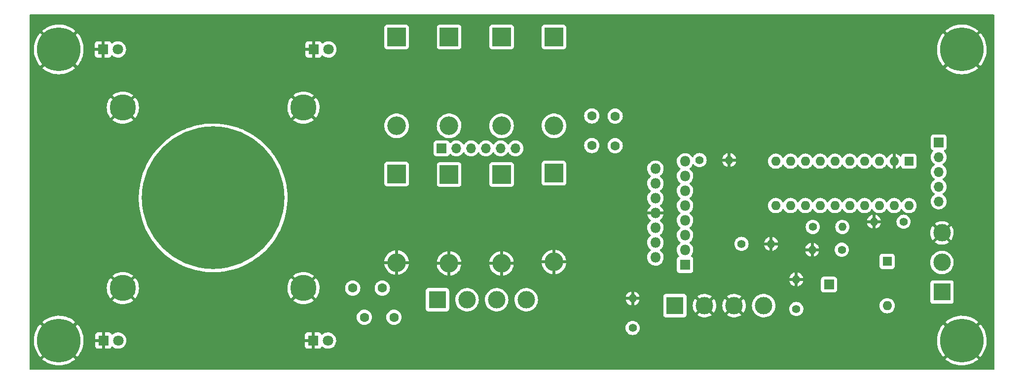
<source format=gbl>
G04 #@! TF.GenerationSoftware,KiCad,Pcbnew,(6.0.11)*
G04 #@! TF.CreationDate,2023-02-08T23:30:17+00:00*
G04 #@! TF.ProjectId,StepperDemoPCB,53746570-7065-4724-9465-6d6f5043422e,rev?*
G04 #@! TF.SameCoordinates,Original*
G04 #@! TF.FileFunction,Copper,L2,Bot*
G04 #@! TF.FilePolarity,Positive*
%FSLAX46Y46*%
G04 Gerber Fmt 4.6, Leading zero omitted, Abs format (unit mm)*
G04 Created by KiCad (PCBNEW (6.0.11)) date 2023-02-08 23:30:17*
%MOMM*%
%LPD*%
G01*
G04 APERTURE LIST*
G04 #@! TA.AperFunction,ComponentPad*
%ADD10R,1.600000X1.600000*%
G04 #@! TD*
G04 #@! TA.AperFunction,ComponentPad*
%ADD11O,1.600000X1.600000*%
G04 #@! TD*
G04 #@! TA.AperFunction,ComponentPad*
%ADD12C,1.400000*%
G04 #@! TD*
G04 #@! TA.AperFunction,ComponentPad*
%ADD13O,1.400000X1.400000*%
G04 #@! TD*
G04 #@! TA.AperFunction,ComponentPad*
%ADD14R,1.700000X1.700000*%
G04 #@! TD*
G04 #@! TA.AperFunction,ComponentPad*
%ADD15O,1.700000X1.700000*%
G04 #@! TD*
G04 #@! TA.AperFunction,ComponentPad*
%ADD16C,24.500000*%
G04 #@! TD*
G04 #@! TA.AperFunction,ComponentPad*
%ADD17C,4.500000*%
G04 #@! TD*
G04 #@! TA.AperFunction,ComponentPad*
%ADD18C,7.500000*%
G04 #@! TD*
G04 #@! TA.AperFunction,ComponentPad*
%ADD19C,1.600000*%
G04 #@! TD*
G04 #@! TA.AperFunction,ComponentPad*
%ADD20R,1.800000X1.800000*%
G04 #@! TD*
G04 #@! TA.AperFunction,ComponentPad*
%ADD21C,1.800000*%
G04 #@! TD*
G04 #@! TA.AperFunction,ComponentPad*
%ADD22R,3.200000X3.200000*%
G04 #@! TD*
G04 #@! TA.AperFunction,ComponentPad*
%ADD23O,3.200000X3.200000*%
G04 #@! TD*
G04 #@! TA.AperFunction,ComponentPad*
%ADD24R,3.000000X3.000000*%
G04 #@! TD*
G04 #@! TA.AperFunction,ComponentPad*
%ADD25C,3.000000*%
G04 #@! TD*
G04 #@! TA.AperFunction,ComponentPad*
%ADD26O,1.800000X1.800000*%
G04 #@! TD*
G04 APERTURE END LIST*
D10*
X182200000Y-80400000D03*
D11*
X182200000Y-88020000D03*
D12*
X185000000Y-73600000D03*
D13*
X179920000Y-73600000D03*
D14*
X105710000Y-61000000D03*
D15*
X108250000Y-61000000D03*
X110790000Y-61000000D03*
X113330000Y-61000000D03*
X115870000Y-61000000D03*
X118410000Y-61000000D03*
D16*
X66500000Y-69500000D03*
D17*
X51000000Y-54000000D03*
X82000000Y-54000000D03*
X51000000Y-85000000D03*
X82000000Y-85000000D03*
D18*
X195000000Y-94000000D03*
X40000000Y-94000000D03*
X195000000Y-44000000D03*
X40000000Y-44000000D03*
D19*
X97535000Y-90000000D03*
X92455000Y-90000000D03*
D12*
X169420000Y-74500000D03*
D13*
X174500000Y-74500000D03*
D20*
X47655000Y-94000000D03*
D21*
X50195000Y-94000000D03*
D19*
X135500000Y-60535000D03*
X135500000Y-55455000D03*
D14*
X191025000Y-59950000D03*
D15*
X191025000Y-62490000D03*
X191025000Y-65030000D03*
X191025000Y-67570000D03*
X191025000Y-70110000D03*
D14*
X172200000Y-84400000D03*
D19*
X131500000Y-60500000D03*
X131500000Y-55420000D03*
D12*
X166600000Y-88580000D03*
D13*
X166600000Y-83500000D03*
D22*
X98000000Y-65380000D03*
D23*
X98000000Y-80620000D03*
D22*
X125000000Y-65260000D03*
D23*
X125000000Y-80500000D03*
D24*
X105000000Y-87000000D03*
D25*
X110080000Y-87000000D03*
X115160000Y-87000000D03*
X120240000Y-87000000D03*
D20*
X83670000Y-94000000D03*
D21*
X86210000Y-94000000D03*
D22*
X98000000Y-41880000D03*
D23*
X98000000Y-57120000D03*
D24*
X145760000Y-88000000D03*
D25*
X150840000Y-88000000D03*
X155920000Y-88000000D03*
X161000000Y-88000000D03*
D24*
X191600000Y-85680000D03*
D25*
X191600000Y-80600000D03*
X191600000Y-75520000D03*
D22*
X116000000Y-65500000D03*
D23*
X116000000Y-80740000D03*
D22*
X125000000Y-41880000D03*
D23*
X125000000Y-57120000D03*
D22*
X107000000Y-41880000D03*
D23*
X107000000Y-57120000D03*
D12*
X157200000Y-77400000D03*
D13*
X162280000Y-77400000D03*
D20*
X83725000Y-44000000D03*
D21*
X86265000Y-44000000D03*
D12*
X138500000Y-91840000D03*
D13*
X138500000Y-86760000D03*
D12*
X150000000Y-63000000D03*
D13*
X155080000Y-63000000D03*
D10*
X185925000Y-63200000D03*
D11*
X183385000Y-63200000D03*
X180845000Y-63200000D03*
X178305000Y-63200000D03*
X175765000Y-63200000D03*
X173225000Y-63200000D03*
X170685000Y-63200000D03*
X168145000Y-63200000D03*
X165605000Y-63200000D03*
X163065000Y-63200000D03*
X163065000Y-70820000D03*
X165605000Y-70820000D03*
X168145000Y-70820000D03*
X170685000Y-70820000D03*
X173225000Y-70820000D03*
X175765000Y-70820000D03*
X178305000Y-70820000D03*
X180845000Y-70820000D03*
X183385000Y-70820000D03*
X185925000Y-70820000D03*
D22*
X107000000Y-65500000D03*
D23*
X107000000Y-80740000D03*
D22*
X116000000Y-41880000D03*
D23*
X116000000Y-57120000D03*
D12*
X174400000Y-78400000D03*
D13*
X169320000Y-78400000D03*
D20*
X47605000Y-44000000D03*
D21*
X50145000Y-44000000D03*
D19*
X90455000Y-85000000D03*
X95535000Y-85000000D03*
D20*
X147500000Y-81000000D03*
D26*
X142420000Y-79730000D03*
X147500000Y-78460000D03*
X142420000Y-77190000D03*
X147500000Y-75920000D03*
X142420000Y-74650000D03*
X147500000Y-73380000D03*
X142420000Y-72110000D03*
X147500000Y-70840000D03*
X142420000Y-69570000D03*
X147500000Y-68300000D03*
X142420000Y-67030000D03*
X147500000Y-65760000D03*
X142420000Y-64490000D03*
X147500000Y-63220000D03*
G04 #@! TA.AperFunction,Conductor*
G36*
X200542121Y-38020002D02*
G01*
X200588614Y-38073658D01*
X200600000Y-38126000D01*
X200600000Y-98874000D01*
X200579998Y-98942121D01*
X200526342Y-98988614D01*
X200474000Y-99000000D01*
X35126000Y-99000000D01*
X35057879Y-98979998D01*
X35011386Y-98926342D01*
X35000000Y-98874000D01*
X35000000Y-97186434D01*
X37178921Y-97186434D01*
X37185708Y-97196135D01*
X37385023Y-97366365D01*
X37389709Y-97370000D01*
X37713442Y-97597523D01*
X37718432Y-97600690D01*
X38062141Y-97796739D01*
X38067422Y-97799429D01*
X38428053Y-97962260D01*
X38433544Y-97964434D01*
X38807906Y-98092607D01*
X38813590Y-98094259D01*
X39198347Y-98186631D01*
X39204162Y-98187740D01*
X39595889Y-98243490D01*
X39601802Y-98244049D01*
X39997031Y-98262688D01*
X40002969Y-98262688D01*
X40398198Y-98244049D01*
X40404111Y-98243490D01*
X40795838Y-98187740D01*
X40801653Y-98186631D01*
X41186410Y-98094259D01*
X41192094Y-98092607D01*
X41566456Y-97964434D01*
X41571947Y-97962260D01*
X41932578Y-97799429D01*
X41937859Y-97796739D01*
X42281568Y-97600690D01*
X42286558Y-97597523D01*
X42610291Y-97370000D01*
X42614977Y-97366365D01*
X42812722Y-97197476D01*
X42819930Y-97186434D01*
X192178921Y-97186434D01*
X192185708Y-97196135D01*
X192385023Y-97366365D01*
X192389709Y-97370000D01*
X192713442Y-97597523D01*
X192718432Y-97600690D01*
X193062141Y-97796739D01*
X193067422Y-97799429D01*
X193428053Y-97962260D01*
X193433544Y-97964434D01*
X193807906Y-98092607D01*
X193813590Y-98094259D01*
X194198347Y-98186631D01*
X194204162Y-98187740D01*
X194595889Y-98243490D01*
X194601802Y-98244049D01*
X194997031Y-98262688D01*
X195002969Y-98262688D01*
X195398198Y-98244049D01*
X195404111Y-98243490D01*
X195795838Y-98187740D01*
X195801653Y-98186631D01*
X196186410Y-98094259D01*
X196192094Y-98092607D01*
X196566456Y-97964434D01*
X196571947Y-97962260D01*
X196932578Y-97799429D01*
X196937859Y-97796739D01*
X197281568Y-97600690D01*
X197286558Y-97597523D01*
X197610291Y-97370000D01*
X197614977Y-97366365D01*
X197812722Y-97197476D01*
X197821152Y-97184562D01*
X197815145Y-97174355D01*
X195012812Y-94372022D01*
X194998868Y-94364408D01*
X194997035Y-94364539D01*
X194990420Y-94368790D01*
X192186313Y-97172897D01*
X192178921Y-97186434D01*
X42819930Y-97186434D01*
X42821152Y-97184562D01*
X42815145Y-97174355D01*
X40012812Y-94372022D01*
X39998868Y-94364408D01*
X39997035Y-94364539D01*
X39990420Y-94368790D01*
X37186313Y-97172897D01*
X37178921Y-97186434D01*
X35000000Y-97186434D01*
X35000000Y-93869073D01*
X35739322Y-93869073D01*
X35745537Y-94264679D01*
X35745911Y-94270629D01*
X35789327Y-94663895D01*
X35790257Y-94669766D01*
X35870494Y-95057212D01*
X35871970Y-95062960D01*
X35988316Y-95441151D01*
X35990320Y-95446716D01*
X36141745Y-95812288D01*
X36144267Y-95817647D01*
X36329411Y-96167323D01*
X36332436Y-96172440D01*
X36549669Y-96503144D01*
X36553159Y-96507947D01*
X36800292Y-96816420D01*
X36813130Y-96823694D01*
X36814439Y-96823621D01*
X36821852Y-96818938D01*
X39627978Y-94012812D01*
X39634356Y-94001132D01*
X40364408Y-94001132D01*
X40364539Y-94002965D01*
X40368790Y-94009580D01*
X43175271Y-96816061D01*
X43189215Y-96823675D01*
X43190524Y-96823582D01*
X43197360Y-96819112D01*
X43199454Y-96816737D01*
X43446841Y-96507947D01*
X43450331Y-96503144D01*
X43667564Y-96172440D01*
X43670589Y-96167323D01*
X43855733Y-95817647D01*
X43858255Y-95812288D01*
X44009680Y-95446716D01*
X44011684Y-95441151D01*
X44128030Y-95062960D01*
X44129506Y-95057212D01*
X44152813Y-94944669D01*
X46247001Y-94944669D01*
X46247371Y-94951490D01*
X46252895Y-95002352D01*
X46256521Y-95017604D01*
X46301676Y-95138054D01*
X46310214Y-95153649D01*
X46386715Y-95255724D01*
X46399276Y-95268285D01*
X46501351Y-95344786D01*
X46516946Y-95353324D01*
X46637394Y-95398478D01*
X46652649Y-95402105D01*
X46703514Y-95407631D01*
X46710328Y-95408000D01*
X47382885Y-95408000D01*
X47398124Y-95403525D01*
X47399329Y-95402135D01*
X47401000Y-95394452D01*
X47401000Y-95389884D01*
X47909000Y-95389884D01*
X47913475Y-95405123D01*
X47914865Y-95406328D01*
X47922548Y-95407999D01*
X48599669Y-95407999D01*
X48606490Y-95407629D01*
X48657352Y-95402105D01*
X48672604Y-95398479D01*
X48793054Y-95353324D01*
X48808649Y-95344786D01*
X48910724Y-95268285D01*
X48923285Y-95255724D01*
X48999786Y-95153649D01*
X49008324Y-95138054D01*
X49029773Y-95080840D01*
X49072415Y-95024075D01*
X49138977Y-94999376D01*
X49208325Y-95014584D01*
X49228240Y-95028126D01*
X49384349Y-95157730D01*
X49584322Y-95274584D01*
X49800694Y-95357209D01*
X49805760Y-95358240D01*
X49805761Y-95358240D01*
X49858846Y-95369040D01*
X50027656Y-95403385D01*
X50158324Y-95408176D01*
X50253949Y-95411683D01*
X50253953Y-95411683D01*
X50259113Y-95411872D01*
X50264233Y-95411216D01*
X50264235Y-95411216D01*
X50363668Y-95398478D01*
X50488847Y-95382442D01*
X50493795Y-95380957D01*
X50493802Y-95380956D01*
X50705747Y-95317369D01*
X50710690Y-95315886D01*
X50791236Y-95276427D01*
X50914049Y-95216262D01*
X50914052Y-95216260D01*
X50918684Y-95213991D01*
X51107243Y-95079494D01*
X51242539Y-94944669D01*
X82262001Y-94944669D01*
X82262371Y-94951490D01*
X82267895Y-95002352D01*
X82271521Y-95017604D01*
X82316676Y-95138054D01*
X82325214Y-95153649D01*
X82401715Y-95255724D01*
X82414276Y-95268285D01*
X82516351Y-95344786D01*
X82531946Y-95353324D01*
X82652394Y-95398478D01*
X82667649Y-95402105D01*
X82718514Y-95407631D01*
X82725328Y-95408000D01*
X83397885Y-95408000D01*
X83413124Y-95403525D01*
X83414329Y-95402135D01*
X83416000Y-95394452D01*
X83416000Y-95389884D01*
X83924000Y-95389884D01*
X83928475Y-95405123D01*
X83929865Y-95406328D01*
X83937548Y-95407999D01*
X84614669Y-95407999D01*
X84621490Y-95407629D01*
X84672352Y-95402105D01*
X84687604Y-95398479D01*
X84808054Y-95353324D01*
X84823649Y-95344786D01*
X84925724Y-95268285D01*
X84938285Y-95255724D01*
X85014786Y-95153649D01*
X85023324Y-95138054D01*
X85044773Y-95080840D01*
X85087415Y-95024075D01*
X85153977Y-94999376D01*
X85223325Y-95014584D01*
X85243240Y-95028126D01*
X85399349Y-95157730D01*
X85599322Y-95274584D01*
X85815694Y-95357209D01*
X85820760Y-95358240D01*
X85820761Y-95358240D01*
X85873846Y-95369040D01*
X86042656Y-95403385D01*
X86173324Y-95408176D01*
X86268949Y-95411683D01*
X86268953Y-95411683D01*
X86274113Y-95411872D01*
X86279233Y-95411216D01*
X86279235Y-95411216D01*
X86378668Y-95398478D01*
X86503847Y-95382442D01*
X86508795Y-95380957D01*
X86508802Y-95380956D01*
X86720747Y-95317369D01*
X86725690Y-95315886D01*
X86806236Y-95276427D01*
X86929049Y-95216262D01*
X86929052Y-95216260D01*
X86933684Y-95213991D01*
X87122243Y-95079494D01*
X87286303Y-94916005D01*
X87421458Y-94727917D01*
X87453100Y-94663895D01*
X87521784Y-94524922D01*
X87521785Y-94524920D01*
X87524078Y-94520280D01*
X87591408Y-94298671D01*
X87621640Y-94069041D01*
X87623327Y-94000000D01*
X87612563Y-93869073D01*
X190739322Y-93869073D01*
X190745537Y-94264679D01*
X190745911Y-94270629D01*
X190789327Y-94663895D01*
X190790257Y-94669766D01*
X190870494Y-95057212D01*
X190871970Y-95062960D01*
X190988316Y-95441151D01*
X190990320Y-95446716D01*
X191141745Y-95812288D01*
X191144267Y-95817647D01*
X191329411Y-96167323D01*
X191332436Y-96172440D01*
X191549669Y-96503144D01*
X191553159Y-96507947D01*
X191800292Y-96816420D01*
X191813130Y-96823694D01*
X191814439Y-96823621D01*
X191821852Y-96818938D01*
X194627978Y-94012812D01*
X194634356Y-94001132D01*
X195364408Y-94001132D01*
X195364539Y-94002965D01*
X195368790Y-94009580D01*
X198175271Y-96816061D01*
X198189215Y-96823675D01*
X198190524Y-96823582D01*
X198197360Y-96819112D01*
X198199454Y-96816737D01*
X198446841Y-96507947D01*
X198450331Y-96503144D01*
X198667564Y-96172440D01*
X198670589Y-96167323D01*
X198855733Y-95817647D01*
X198858255Y-95812288D01*
X199009680Y-95446716D01*
X199011684Y-95441151D01*
X199128030Y-95062960D01*
X199129506Y-95057212D01*
X199209743Y-94669766D01*
X199210673Y-94663895D01*
X199254145Y-94270124D01*
X199254494Y-94265196D01*
X199262750Y-94002468D01*
X199262711Y-93997530D01*
X199244049Y-93601802D01*
X199243490Y-93595889D01*
X199187740Y-93204162D01*
X199186631Y-93198347D01*
X199094259Y-92813590D01*
X199092607Y-92807906D01*
X198964434Y-92433544D01*
X198962260Y-92428053D01*
X198799429Y-92067422D01*
X198796739Y-92062141D01*
X198600690Y-91718432D01*
X198597523Y-91713442D01*
X198370000Y-91389709D01*
X198366365Y-91385023D01*
X198197476Y-91187278D01*
X198184562Y-91178848D01*
X198174355Y-91184855D01*
X195372022Y-93987188D01*
X195364408Y-94001132D01*
X194634356Y-94001132D01*
X194635592Y-93998868D01*
X194635461Y-93997035D01*
X194631210Y-93990420D01*
X191827402Y-91186612D01*
X191813458Y-91178998D01*
X191813205Y-91179016D01*
X191804463Y-91184930D01*
X191717436Y-91280572D01*
X191713649Y-91285150D01*
X191476088Y-91601551D01*
X191472744Y-91606471D01*
X191266001Y-91943845D01*
X191263153Y-91949025D01*
X191089072Y-92304370D01*
X191086723Y-92309797D01*
X190946858Y-92679939D01*
X190945026Y-92685578D01*
X190840622Y-93067215D01*
X190839323Y-93073028D01*
X190771295Y-93462811D01*
X190770554Y-93468674D01*
X190739507Y-93863147D01*
X190739322Y-93869073D01*
X87612563Y-93869073D01*
X87612076Y-93863147D01*
X87604773Y-93774318D01*
X87604772Y-93774312D01*
X87604349Y-93769167D01*
X87570797Y-93635592D01*
X87549184Y-93549544D01*
X87549183Y-93549540D01*
X87547925Y-93544533D01*
X87514941Y-93468674D01*
X87457630Y-93336868D01*
X87457628Y-93336865D01*
X87455570Y-93332131D01*
X87329764Y-93137665D01*
X87173887Y-92966358D01*
X87169836Y-92963159D01*
X87169832Y-92963155D01*
X86996177Y-92826011D01*
X86996172Y-92826008D01*
X86992123Y-92822810D01*
X86987607Y-92820317D01*
X86987604Y-92820315D01*
X86793879Y-92713373D01*
X86793875Y-92713371D01*
X86789355Y-92710876D01*
X86784486Y-92709152D01*
X86784482Y-92709150D01*
X86575903Y-92635288D01*
X86575899Y-92635287D01*
X86571028Y-92633562D01*
X86565935Y-92632655D01*
X86565932Y-92632654D01*
X86348095Y-92593851D01*
X86348089Y-92593850D01*
X86343006Y-92592945D01*
X86265644Y-92592000D01*
X86116581Y-92590179D01*
X86116579Y-92590179D01*
X86111411Y-92590116D01*
X85882464Y-92625150D01*
X85662314Y-92697106D01*
X85657726Y-92699494D01*
X85657722Y-92699496D01*
X85461461Y-92801663D01*
X85456872Y-92804052D01*
X85452739Y-92807155D01*
X85452736Y-92807157D01*
X85275790Y-92940012D01*
X85271655Y-92943117D01*
X85268083Y-92946855D01*
X85253787Y-92961815D01*
X85192263Y-92997245D01*
X85121351Y-92993788D01*
X85063564Y-92952543D01*
X85044711Y-92918994D01*
X85023324Y-92861946D01*
X85014786Y-92846351D01*
X84938285Y-92744276D01*
X84925724Y-92731715D01*
X84823649Y-92655214D01*
X84808054Y-92646676D01*
X84687606Y-92601522D01*
X84672351Y-92597895D01*
X84621486Y-92592369D01*
X84614672Y-92592000D01*
X83942115Y-92592000D01*
X83926876Y-92596475D01*
X83925671Y-92597865D01*
X83924000Y-92605548D01*
X83924000Y-95389884D01*
X83416000Y-95389884D01*
X83416000Y-94272115D01*
X83411525Y-94256876D01*
X83410135Y-94255671D01*
X83402452Y-94254000D01*
X82280116Y-94254000D01*
X82264877Y-94258475D01*
X82263672Y-94259865D01*
X82262001Y-94267548D01*
X82262001Y-94944669D01*
X51242539Y-94944669D01*
X51271303Y-94916005D01*
X51406458Y-94727917D01*
X51438100Y-94663895D01*
X51506784Y-94524922D01*
X51506785Y-94524920D01*
X51509078Y-94520280D01*
X51576408Y-94298671D01*
X51606640Y-94069041D01*
X51608327Y-94000000D01*
X51597076Y-93863147D01*
X51589773Y-93774318D01*
X51589772Y-93774312D01*
X51589349Y-93769167D01*
X51578980Y-93727885D01*
X82262000Y-93727885D01*
X82266475Y-93743124D01*
X82267865Y-93744329D01*
X82275548Y-93746000D01*
X83397885Y-93746000D01*
X83413124Y-93741525D01*
X83414329Y-93740135D01*
X83416000Y-93732452D01*
X83416000Y-92610116D01*
X83411525Y-92594877D01*
X83410135Y-92593672D01*
X83402452Y-92592001D01*
X82725331Y-92592001D01*
X82718510Y-92592371D01*
X82667648Y-92597895D01*
X82652396Y-92601521D01*
X82531946Y-92646676D01*
X82516351Y-92655214D01*
X82414276Y-92731715D01*
X82401715Y-92744276D01*
X82325214Y-92846351D01*
X82316676Y-92861946D01*
X82271522Y-92982394D01*
X82267895Y-92997649D01*
X82262369Y-93048514D01*
X82262000Y-93055328D01*
X82262000Y-93727885D01*
X51578980Y-93727885D01*
X51555797Y-93635592D01*
X51534184Y-93549544D01*
X51534183Y-93549540D01*
X51532925Y-93544533D01*
X51499941Y-93468674D01*
X51442630Y-93336868D01*
X51442628Y-93336865D01*
X51440570Y-93332131D01*
X51314764Y-93137665D01*
X51158887Y-92966358D01*
X51154836Y-92963159D01*
X51154832Y-92963155D01*
X50981177Y-92826011D01*
X50981172Y-92826008D01*
X50977123Y-92822810D01*
X50972607Y-92820317D01*
X50972604Y-92820315D01*
X50778879Y-92713373D01*
X50778875Y-92713371D01*
X50774355Y-92710876D01*
X50769486Y-92709152D01*
X50769482Y-92709150D01*
X50560903Y-92635288D01*
X50560899Y-92635287D01*
X50556028Y-92633562D01*
X50550935Y-92632655D01*
X50550932Y-92632654D01*
X50333095Y-92593851D01*
X50333089Y-92593850D01*
X50328006Y-92592945D01*
X50250644Y-92592000D01*
X50101581Y-92590179D01*
X50101579Y-92590179D01*
X50096411Y-92590116D01*
X49867464Y-92625150D01*
X49647314Y-92697106D01*
X49642726Y-92699494D01*
X49642722Y-92699496D01*
X49446461Y-92801663D01*
X49441872Y-92804052D01*
X49437739Y-92807155D01*
X49437736Y-92807157D01*
X49260790Y-92940012D01*
X49256655Y-92943117D01*
X49253083Y-92946855D01*
X49238787Y-92961815D01*
X49177263Y-92997245D01*
X49106351Y-92993788D01*
X49048564Y-92952543D01*
X49029711Y-92918994D01*
X49008324Y-92861946D01*
X48999786Y-92846351D01*
X48923285Y-92744276D01*
X48910724Y-92731715D01*
X48808649Y-92655214D01*
X48793054Y-92646676D01*
X48672606Y-92601522D01*
X48657351Y-92597895D01*
X48606486Y-92592369D01*
X48599672Y-92592000D01*
X47927115Y-92592000D01*
X47911876Y-92596475D01*
X47910671Y-92597865D01*
X47909000Y-92605548D01*
X47909000Y-95389884D01*
X47401000Y-95389884D01*
X47401000Y-94272115D01*
X47396525Y-94256876D01*
X47395135Y-94255671D01*
X47387452Y-94254000D01*
X46265116Y-94254000D01*
X46249877Y-94258475D01*
X46248672Y-94259865D01*
X46247001Y-94267548D01*
X46247001Y-94944669D01*
X44152813Y-94944669D01*
X44209743Y-94669766D01*
X44210673Y-94663895D01*
X44254145Y-94270124D01*
X44254494Y-94265196D01*
X44262750Y-94002468D01*
X44262711Y-93997530D01*
X44249995Y-93727885D01*
X46247000Y-93727885D01*
X46251475Y-93743124D01*
X46252865Y-93744329D01*
X46260548Y-93746000D01*
X47382885Y-93746000D01*
X47398124Y-93741525D01*
X47399329Y-93740135D01*
X47401000Y-93732452D01*
X47401000Y-92610116D01*
X47396525Y-92594877D01*
X47395135Y-92593672D01*
X47387452Y-92592001D01*
X46710331Y-92592001D01*
X46703510Y-92592371D01*
X46652648Y-92597895D01*
X46637396Y-92601521D01*
X46516946Y-92646676D01*
X46501351Y-92655214D01*
X46399276Y-92731715D01*
X46386715Y-92744276D01*
X46310214Y-92846351D01*
X46301676Y-92861946D01*
X46256522Y-92982394D01*
X46252895Y-92997649D01*
X46247369Y-93048514D01*
X46247000Y-93055328D01*
X46247000Y-93727885D01*
X44249995Y-93727885D01*
X44244049Y-93601802D01*
X44243490Y-93595889D01*
X44187740Y-93204162D01*
X44186631Y-93198347D01*
X44094259Y-92813590D01*
X44092607Y-92807906D01*
X43964434Y-92433544D01*
X43962260Y-92428053D01*
X43799429Y-92067422D01*
X43796739Y-92062141D01*
X43670031Y-91840000D01*
X137286884Y-91840000D01*
X137305314Y-92050655D01*
X137360044Y-92254910D01*
X137362366Y-92259891D01*
X137362367Y-92259892D01*
X137383108Y-92304370D01*
X137449411Y-92446558D01*
X137570699Y-92619776D01*
X137720224Y-92769301D01*
X137893442Y-92890589D01*
X137898420Y-92892910D01*
X137898423Y-92892912D01*
X138049060Y-92963155D01*
X138085090Y-92979956D01*
X138090398Y-92981378D01*
X138090400Y-92981379D01*
X138284030Y-93033262D01*
X138284032Y-93033262D01*
X138289345Y-93034686D01*
X138500000Y-93053116D01*
X138710655Y-93034686D01*
X138715968Y-93033262D01*
X138715970Y-93033262D01*
X138909600Y-92981379D01*
X138909602Y-92981378D01*
X138914910Y-92979956D01*
X138950940Y-92963155D01*
X139101577Y-92892912D01*
X139101580Y-92892910D01*
X139106558Y-92890589D01*
X139279776Y-92769301D01*
X139429301Y-92619776D01*
X139550589Y-92446558D01*
X139616893Y-92304370D01*
X139637633Y-92259892D01*
X139637634Y-92259891D01*
X139639956Y-92254910D01*
X139694686Y-92050655D01*
X139713116Y-91840000D01*
X139694686Y-91629345D01*
X139639956Y-91425090D01*
X139623458Y-91389709D01*
X139552912Y-91238423D01*
X139552910Y-91238420D01*
X139550589Y-91233442D01*
X139429301Y-91060224D01*
X139279776Y-90910699D01*
X139144480Y-90815964D01*
X192178939Y-90815964D01*
X192178945Y-90816217D01*
X192184445Y-90825235D01*
X194987188Y-93627978D01*
X195001132Y-93635592D01*
X195002965Y-93635461D01*
X195009580Y-93631210D01*
X197816061Y-90824729D01*
X197823675Y-90810785D01*
X197823582Y-90809476D01*
X197819112Y-90802640D01*
X197816737Y-90800546D01*
X197507947Y-90553159D01*
X197503144Y-90549669D01*
X197172440Y-90332436D01*
X197167323Y-90329411D01*
X196817647Y-90144267D01*
X196812288Y-90141745D01*
X196446716Y-89990320D01*
X196441151Y-89988316D01*
X196062960Y-89871970D01*
X196057212Y-89870494D01*
X195669766Y-89790257D01*
X195663895Y-89789327D01*
X195270629Y-89745911D01*
X195264679Y-89745537D01*
X194869073Y-89739322D01*
X194863147Y-89739507D01*
X194468674Y-89770554D01*
X194462811Y-89771295D01*
X194073028Y-89839323D01*
X194067215Y-89840622D01*
X193685578Y-89945026D01*
X193679939Y-89946858D01*
X193309797Y-90086723D01*
X193304370Y-90089072D01*
X192949025Y-90263153D01*
X192943845Y-90266001D01*
X192606471Y-90472744D01*
X192601551Y-90476088D01*
X192285150Y-90713649D01*
X192280572Y-90717436D01*
X192187199Y-90802398D01*
X192178939Y-90815964D01*
X139144480Y-90815964D01*
X139106558Y-90789411D01*
X139101580Y-90787090D01*
X139101577Y-90787088D01*
X138919892Y-90702367D01*
X138919891Y-90702366D01*
X138914910Y-90700044D01*
X138909602Y-90698622D01*
X138909600Y-90698621D01*
X138715970Y-90646738D01*
X138715968Y-90646738D01*
X138710655Y-90645314D01*
X138500000Y-90626884D01*
X138289345Y-90645314D01*
X138284032Y-90646738D01*
X138284030Y-90646738D01*
X138090400Y-90698621D01*
X138090398Y-90698622D01*
X138085090Y-90700044D01*
X138080109Y-90702366D01*
X138080108Y-90702367D01*
X137898423Y-90787088D01*
X137898420Y-90787090D01*
X137893442Y-90789411D01*
X137720224Y-90910699D01*
X137570699Y-91060224D01*
X137449411Y-91233442D01*
X137447090Y-91238420D01*
X137447088Y-91238423D01*
X137376542Y-91389709D01*
X137360044Y-91425090D01*
X137305314Y-91629345D01*
X137286884Y-91840000D01*
X43670031Y-91840000D01*
X43600690Y-91718432D01*
X43597523Y-91713442D01*
X43370000Y-91389709D01*
X43366365Y-91385023D01*
X43197476Y-91187278D01*
X43184562Y-91178848D01*
X43174355Y-91184855D01*
X40372022Y-93987188D01*
X40364408Y-94001132D01*
X39634356Y-94001132D01*
X39635592Y-93998868D01*
X39635461Y-93997035D01*
X39631210Y-93990420D01*
X36827402Y-91186612D01*
X36813458Y-91178998D01*
X36813205Y-91179016D01*
X36804463Y-91184930D01*
X36717436Y-91280572D01*
X36713649Y-91285150D01*
X36476088Y-91601551D01*
X36472744Y-91606471D01*
X36266001Y-91943845D01*
X36263153Y-91949025D01*
X36089072Y-92304370D01*
X36086723Y-92309797D01*
X35946858Y-92679939D01*
X35945026Y-92685578D01*
X35840622Y-93067215D01*
X35839323Y-93073028D01*
X35771295Y-93462811D01*
X35770554Y-93468674D01*
X35739507Y-93863147D01*
X35739322Y-93869073D01*
X35000000Y-93869073D01*
X35000000Y-90815964D01*
X37178939Y-90815964D01*
X37178945Y-90816217D01*
X37184445Y-90825235D01*
X39987188Y-93627978D01*
X40001132Y-93635592D01*
X40002965Y-93635461D01*
X40009580Y-93631210D01*
X42816061Y-90824729D01*
X42823675Y-90810785D01*
X42823582Y-90809476D01*
X42819112Y-90802640D01*
X42816737Y-90800546D01*
X42507947Y-90553159D01*
X42503144Y-90549669D01*
X42172440Y-90332436D01*
X42167323Y-90329411D01*
X41817647Y-90144267D01*
X41812288Y-90141745D01*
X41470086Y-90000000D01*
X91141502Y-90000000D01*
X91161457Y-90228087D01*
X91220716Y-90449243D01*
X91223039Y-90454224D01*
X91223039Y-90454225D01*
X91315151Y-90651762D01*
X91315154Y-90651767D01*
X91317477Y-90656749D01*
X91320634Y-90661257D01*
X91435453Y-90825235D01*
X91448802Y-90844300D01*
X91610700Y-91006198D01*
X91615208Y-91009355D01*
X91615211Y-91009357D01*
X91682294Y-91056329D01*
X91798251Y-91137523D01*
X91803233Y-91139846D01*
X91803238Y-91139849D01*
X91994290Y-91228937D01*
X92005757Y-91234284D01*
X92011065Y-91235706D01*
X92011067Y-91235707D01*
X92221598Y-91292119D01*
X92221600Y-91292119D01*
X92226913Y-91293543D01*
X92455000Y-91313498D01*
X92683087Y-91293543D01*
X92688400Y-91292119D01*
X92688402Y-91292119D01*
X92898933Y-91235707D01*
X92898935Y-91235706D01*
X92904243Y-91234284D01*
X92915710Y-91228937D01*
X93106762Y-91139849D01*
X93106767Y-91139846D01*
X93111749Y-91137523D01*
X93227706Y-91056329D01*
X93294789Y-91009357D01*
X93294792Y-91009355D01*
X93299300Y-91006198D01*
X93461198Y-90844300D01*
X93474548Y-90825235D01*
X93589366Y-90661257D01*
X93592523Y-90656749D01*
X93594846Y-90651767D01*
X93594849Y-90651762D01*
X93686961Y-90454225D01*
X93686961Y-90454224D01*
X93689284Y-90449243D01*
X93748543Y-90228087D01*
X93768498Y-90000000D01*
X96221502Y-90000000D01*
X96241457Y-90228087D01*
X96300716Y-90449243D01*
X96303039Y-90454224D01*
X96303039Y-90454225D01*
X96395151Y-90651762D01*
X96395154Y-90651767D01*
X96397477Y-90656749D01*
X96400634Y-90661257D01*
X96515453Y-90825235D01*
X96528802Y-90844300D01*
X96690700Y-91006198D01*
X96695208Y-91009355D01*
X96695211Y-91009357D01*
X96762294Y-91056329D01*
X96878251Y-91137523D01*
X96883233Y-91139846D01*
X96883238Y-91139849D01*
X97074290Y-91228937D01*
X97085757Y-91234284D01*
X97091065Y-91235706D01*
X97091067Y-91235707D01*
X97301598Y-91292119D01*
X97301600Y-91292119D01*
X97306913Y-91293543D01*
X97535000Y-91313498D01*
X97763087Y-91293543D01*
X97768400Y-91292119D01*
X97768402Y-91292119D01*
X97978933Y-91235707D01*
X97978935Y-91235706D01*
X97984243Y-91234284D01*
X97995710Y-91228937D01*
X98186762Y-91139849D01*
X98186767Y-91139846D01*
X98191749Y-91137523D01*
X98307706Y-91056329D01*
X98374789Y-91009357D01*
X98374792Y-91009355D01*
X98379300Y-91006198D01*
X98541198Y-90844300D01*
X98554548Y-90825235D01*
X98669366Y-90661257D01*
X98672523Y-90656749D01*
X98674846Y-90651767D01*
X98674849Y-90651762D01*
X98766961Y-90454225D01*
X98766961Y-90454224D01*
X98769284Y-90449243D01*
X98828543Y-90228087D01*
X98848498Y-90000000D01*
X98828543Y-89771913D01*
X98823714Y-89753891D01*
X98770707Y-89556067D01*
X98770706Y-89556065D01*
X98769284Y-89550757D01*
X98768061Y-89548134D01*
X143751500Y-89548134D01*
X143758255Y-89610316D01*
X143809385Y-89746705D01*
X143896739Y-89863261D01*
X144013295Y-89950615D01*
X144149684Y-90001745D01*
X144211866Y-90008500D01*
X147308134Y-90008500D01*
X147370316Y-90001745D01*
X147506705Y-89950615D01*
X147623261Y-89863261D01*
X147710615Y-89746705D01*
X147761745Y-89610316D01*
X147763990Y-89589654D01*
X149615618Y-89589654D01*
X149622673Y-89599627D01*
X149653679Y-89625551D01*
X149660598Y-89630579D01*
X149885272Y-89771515D01*
X149892807Y-89775556D01*
X150134520Y-89884694D01*
X150142551Y-89887680D01*
X150396832Y-89963002D01*
X150405184Y-89964869D01*
X150667340Y-90004984D01*
X150675874Y-90005700D01*
X150941045Y-90009867D01*
X150949596Y-90009418D01*
X151212883Y-89977557D01*
X151221284Y-89975955D01*
X151477824Y-89908653D01*
X151485926Y-89905926D01*
X151730949Y-89804434D01*
X151738617Y-89800628D01*
X151967598Y-89666822D01*
X151974679Y-89662009D01*
X152054655Y-89599301D01*
X152061545Y-89589654D01*
X154695618Y-89589654D01*
X154702673Y-89599627D01*
X154733679Y-89625551D01*
X154740598Y-89630579D01*
X154965272Y-89771515D01*
X154972807Y-89775556D01*
X155214520Y-89884694D01*
X155222551Y-89887680D01*
X155476832Y-89963002D01*
X155485184Y-89964869D01*
X155747340Y-90004984D01*
X155755874Y-90005700D01*
X156021045Y-90009867D01*
X156029596Y-90009418D01*
X156292883Y-89977557D01*
X156301284Y-89975955D01*
X156557824Y-89908653D01*
X156565926Y-89905926D01*
X156810949Y-89804434D01*
X156818617Y-89800628D01*
X157047598Y-89666822D01*
X157054679Y-89662009D01*
X157134655Y-89599301D01*
X157143125Y-89587442D01*
X157136608Y-89575818D01*
X155932812Y-88372022D01*
X155918868Y-88364408D01*
X155917035Y-88364539D01*
X155910420Y-88368790D01*
X154702910Y-89576300D01*
X154695618Y-89589654D01*
X152061545Y-89589654D01*
X152063125Y-89587442D01*
X152056608Y-89575818D01*
X150852812Y-88372022D01*
X150838868Y-88364408D01*
X150837035Y-88364539D01*
X150830420Y-88368790D01*
X149622910Y-89576300D01*
X149615618Y-89589654D01*
X147763990Y-89589654D01*
X147768500Y-89548134D01*
X147768500Y-87983204D01*
X148827665Y-87983204D01*
X148842932Y-88247969D01*
X148844005Y-88256470D01*
X148895065Y-88516722D01*
X148897276Y-88524974D01*
X148983184Y-88775894D01*
X148986499Y-88783779D01*
X149105664Y-89020713D01*
X149110020Y-89028079D01*
X149239347Y-89216250D01*
X149249601Y-89224594D01*
X149263342Y-89217448D01*
X150467978Y-88012812D01*
X150474356Y-88001132D01*
X151204408Y-88001132D01*
X151204539Y-88002965D01*
X151208790Y-88009580D01*
X152415730Y-89216520D01*
X152427939Y-89223187D01*
X152439439Y-89214497D01*
X152536831Y-89081913D01*
X152541418Y-89074685D01*
X152667962Y-88841621D01*
X152671530Y-88833827D01*
X152765271Y-88585750D01*
X152767748Y-88577544D01*
X152826954Y-88319038D01*
X152828294Y-88310577D01*
X152852031Y-88044616D01*
X152852277Y-88039677D01*
X152852666Y-88002485D01*
X152852523Y-87997519D01*
X152851547Y-87983204D01*
X153907665Y-87983204D01*
X153922932Y-88247969D01*
X153924005Y-88256470D01*
X153975065Y-88516722D01*
X153977276Y-88524974D01*
X154063184Y-88775894D01*
X154066499Y-88783779D01*
X154185664Y-89020713D01*
X154190020Y-89028079D01*
X154319347Y-89216250D01*
X154329601Y-89224594D01*
X154343342Y-89217448D01*
X155547978Y-88012812D01*
X155554356Y-88001132D01*
X156284408Y-88001132D01*
X156284539Y-88002965D01*
X156288790Y-88009580D01*
X157495730Y-89216520D01*
X157507939Y-89223187D01*
X157519439Y-89214497D01*
X157616831Y-89081913D01*
X157621418Y-89074685D01*
X157747962Y-88841621D01*
X157751530Y-88833827D01*
X157845271Y-88585750D01*
X157847748Y-88577544D01*
X157906954Y-88319038D01*
X157908294Y-88310577D01*
X157932031Y-88044616D01*
X157932277Y-88039677D01*
X157932666Y-88002485D01*
X157932523Y-87997519D01*
X157931255Y-87978918D01*
X158986917Y-87978918D01*
X159002682Y-88252320D01*
X159003507Y-88256525D01*
X159003508Y-88256533D01*
X159024698Y-88364539D01*
X159055405Y-88521053D01*
X159056792Y-88525103D01*
X159056793Y-88525108D01*
X159142657Y-88775894D01*
X159144112Y-88780144D01*
X159198433Y-88888150D01*
X159259676Y-89009918D01*
X159267160Y-89024799D01*
X159269586Y-89028328D01*
X159269589Y-89028334D01*
X159398741Y-89216250D01*
X159422274Y-89250490D01*
X159425161Y-89253663D01*
X159425162Y-89253664D01*
X159511217Y-89348238D01*
X159606582Y-89453043D01*
X159816675Y-89628707D01*
X159820316Y-89630991D01*
X160045024Y-89771951D01*
X160045028Y-89771953D01*
X160048664Y-89774234D01*
X160116544Y-89804883D01*
X160294345Y-89885164D01*
X160294349Y-89885166D01*
X160298257Y-89886930D01*
X160302377Y-89888150D01*
X160302376Y-89888150D01*
X160556723Y-89963491D01*
X160556727Y-89963492D01*
X160560836Y-89964709D01*
X160565070Y-89965357D01*
X160565075Y-89965358D01*
X160827298Y-90005483D01*
X160827300Y-90005483D01*
X160831540Y-90006132D01*
X160970912Y-90008322D01*
X161101071Y-90010367D01*
X161101077Y-90010367D01*
X161105362Y-90010434D01*
X161377235Y-89977534D01*
X161642127Y-89908041D01*
X161646087Y-89906401D01*
X161646092Y-89906399D01*
X161804890Y-89840622D01*
X161895136Y-89803241D01*
X162131582Y-89665073D01*
X162347089Y-89496094D01*
X162388809Y-89453043D01*
X162534686Y-89302509D01*
X162537669Y-89299431D01*
X162540202Y-89295983D01*
X162540206Y-89295978D01*
X162697257Y-89082178D01*
X162699795Y-89078723D01*
X162701841Y-89074955D01*
X162828418Y-88841830D01*
X162828419Y-88841828D01*
X162830468Y-88838054D01*
X162896833Y-88662424D01*
X162925751Y-88585895D01*
X162925752Y-88585891D01*
X162927269Y-88581877D01*
X162927699Y-88580000D01*
X165386884Y-88580000D01*
X165405314Y-88790655D01*
X165406738Y-88795968D01*
X165406738Y-88795970D01*
X165452126Y-88965358D01*
X165460044Y-88994910D01*
X165462366Y-88999891D01*
X165462367Y-88999892D01*
X165535872Y-89157523D01*
X165549411Y-89186558D01*
X165670699Y-89359776D01*
X165820224Y-89509301D01*
X165993442Y-89630589D01*
X165998420Y-89632910D01*
X165998423Y-89632912D01*
X166180108Y-89717633D01*
X166185090Y-89719956D01*
X166190398Y-89721378D01*
X166190400Y-89721379D01*
X166384030Y-89773262D01*
X166384032Y-89773262D01*
X166389345Y-89774686D01*
X166600000Y-89793116D01*
X166810655Y-89774686D01*
X166815968Y-89773262D01*
X166815970Y-89773262D01*
X167009600Y-89721379D01*
X167009602Y-89721378D01*
X167014910Y-89719956D01*
X167019892Y-89717633D01*
X167201577Y-89632912D01*
X167201580Y-89632910D01*
X167206558Y-89630589D01*
X167379776Y-89509301D01*
X167529301Y-89359776D01*
X167650589Y-89186558D01*
X167664129Y-89157523D01*
X167737633Y-88999892D01*
X167737634Y-88999891D01*
X167739956Y-88994910D01*
X167747875Y-88965358D01*
X167793262Y-88795970D01*
X167793262Y-88795968D01*
X167794686Y-88790655D01*
X167813116Y-88580000D01*
X167794686Y-88369345D01*
X167793262Y-88364030D01*
X167741379Y-88170400D01*
X167741378Y-88170398D01*
X167739956Y-88165090D01*
X167737633Y-88160108D01*
X167672300Y-88020000D01*
X180886502Y-88020000D01*
X180906457Y-88248087D01*
X180907881Y-88253400D01*
X180907881Y-88253402D01*
X180962114Y-88455799D01*
X180965716Y-88469243D01*
X180968039Y-88474224D01*
X180968039Y-88474225D01*
X181060151Y-88671762D01*
X181060154Y-88671767D01*
X181062477Y-88676749D01*
X181132035Y-88776088D01*
X181172465Y-88833827D01*
X181193802Y-88864300D01*
X181355700Y-89026198D01*
X181360208Y-89029355D01*
X181360211Y-89029357D01*
X181424946Y-89074685D01*
X181543251Y-89157523D01*
X181548233Y-89159846D01*
X181548238Y-89159849D01*
X181745775Y-89251961D01*
X181750757Y-89254284D01*
X181756065Y-89255706D01*
X181756067Y-89255707D01*
X181966598Y-89312119D01*
X181966600Y-89312119D01*
X181971913Y-89313543D01*
X182200000Y-89333498D01*
X182428087Y-89313543D01*
X182433400Y-89312119D01*
X182433402Y-89312119D01*
X182643933Y-89255707D01*
X182643935Y-89255706D01*
X182649243Y-89254284D01*
X182654225Y-89251961D01*
X182851762Y-89159849D01*
X182851767Y-89159846D01*
X182856749Y-89157523D01*
X182975054Y-89074685D01*
X183039789Y-89029357D01*
X183039792Y-89029355D01*
X183044300Y-89026198D01*
X183206198Y-88864300D01*
X183227536Y-88833827D01*
X183267965Y-88776088D01*
X183337523Y-88676749D01*
X183339846Y-88671767D01*
X183339849Y-88671762D01*
X183431961Y-88474225D01*
X183431961Y-88474224D01*
X183434284Y-88469243D01*
X183437887Y-88455799D01*
X183492119Y-88253402D01*
X183492119Y-88253400D01*
X183493543Y-88248087D01*
X183513498Y-88020000D01*
X183493543Y-87791913D01*
X183491416Y-87783975D01*
X183435707Y-87576067D01*
X183435706Y-87576065D01*
X183434284Y-87570757D01*
X183421504Y-87543350D01*
X183339849Y-87368238D01*
X183339846Y-87368233D01*
X183337523Y-87363251D01*
X183256846Y-87248032D01*
X183242913Y-87228134D01*
X189591500Y-87228134D01*
X189598255Y-87290316D01*
X189649385Y-87426705D01*
X189736739Y-87543261D01*
X189853295Y-87630615D01*
X189989684Y-87681745D01*
X190051866Y-87688500D01*
X193148134Y-87688500D01*
X193210316Y-87681745D01*
X193346705Y-87630615D01*
X193463261Y-87543261D01*
X193550615Y-87426705D01*
X193601745Y-87290316D01*
X193608500Y-87228134D01*
X193608500Y-84131866D01*
X193601745Y-84069684D01*
X193550615Y-83933295D01*
X193463261Y-83816739D01*
X193346705Y-83729385D01*
X193210316Y-83678255D01*
X193148134Y-83671500D01*
X190051866Y-83671500D01*
X189989684Y-83678255D01*
X189853295Y-83729385D01*
X189736739Y-83816739D01*
X189649385Y-83933295D01*
X189598255Y-84069684D01*
X189591500Y-84131866D01*
X189591500Y-87228134D01*
X183242913Y-87228134D01*
X183209357Y-87180211D01*
X183209355Y-87180208D01*
X183206198Y-87175700D01*
X183044300Y-87013802D01*
X183039792Y-87010645D01*
X183039789Y-87010643D01*
X182932698Y-86935657D01*
X182856749Y-86882477D01*
X182851767Y-86880154D01*
X182851762Y-86880151D01*
X182654225Y-86788039D01*
X182654224Y-86788039D01*
X182649243Y-86785716D01*
X182643935Y-86784294D01*
X182643933Y-86784293D01*
X182433402Y-86727881D01*
X182433400Y-86727881D01*
X182428087Y-86726457D01*
X182200000Y-86706502D01*
X181971913Y-86726457D01*
X181966600Y-86727881D01*
X181966598Y-86727881D01*
X181756067Y-86784293D01*
X181756065Y-86784294D01*
X181750757Y-86785716D01*
X181745776Y-86788039D01*
X181745775Y-86788039D01*
X181548238Y-86880151D01*
X181548233Y-86880154D01*
X181543251Y-86882477D01*
X181467302Y-86935657D01*
X181360211Y-87010643D01*
X181360208Y-87010645D01*
X181355700Y-87013802D01*
X181193802Y-87175700D01*
X181190645Y-87180208D01*
X181190643Y-87180211D01*
X181143154Y-87248032D01*
X181062477Y-87363251D01*
X181060154Y-87368233D01*
X181060151Y-87368238D01*
X180978496Y-87543350D01*
X180965716Y-87570757D01*
X180964294Y-87576065D01*
X180964293Y-87576067D01*
X180908584Y-87783975D01*
X180906457Y-87791913D01*
X180886502Y-88020000D01*
X167672300Y-88020000D01*
X167652912Y-87978423D01*
X167652910Y-87978420D01*
X167650589Y-87973442D01*
X167529301Y-87800224D01*
X167379776Y-87650699D01*
X167206558Y-87529411D01*
X167201580Y-87527090D01*
X167201577Y-87527088D01*
X167019892Y-87442367D01*
X167019891Y-87442366D01*
X167014910Y-87440044D01*
X167009602Y-87438622D01*
X167009600Y-87438621D01*
X166815970Y-87386738D01*
X166815968Y-87386738D01*
X166810655Y-87385314D01*
X166600000Y-87366884D01*
X166389345Y-87385314D01*
X166384032Y-87386738D01*
X166384030Y-87386738D01*
X166190400Y-87438621D01*
X166190398Y-87438622D01*
X166185090Y-87440044D01*
X166180109Y-87442366D01*
X166180108Y-87442367D01*
X165998423Y-87527088D01*
X165998420Y-87527090D01*
X165993442Y-87529411D01*
X165820224Y-87650699D01*
X165670699Y-87800224D01*
X165549411Y-87973442D01*
X165547090Y-87978420D01*
X165547088Y-87978423D01*
X165462367Y-88160108D01*
X165460044Y-88165090D01*
X165458622Y-88170398D01*
X165458621Y-88170400D01*
X165406738Y-88364030D01*
X165405314Y-88369345D01*
X165386884Y-88580000D01*
X162927699Y-88580000D01*
X162977076Y-88364408D01*
X162987449Y-88319117D01*
X162987450Y-88319113D01*
X162988407Y-88314933D01*
X162993899Y-88253402D01*
X163012531Y-88044627D01*
X163012532Y-88044616D01*
X163012751Y-88042161D01*
X163013193Y-88000000D01*
X163012048Y-87983204D01*
X162994859Y-87731055D01*
X162994858Y-87731049D01*
X162994567Y-87726778D01*
X162987415Y-87692240D01*
X162962140Y-87570195D01*
X162939032Y-87458612D01*
X162847617Y-87200465D01*
X162722013Y-86957112D01*
X162712040Y-86942921D01*
X162594752Y-86776037D01*
X162564545Y-86733057D01*
X162449398Y-86609144D01*
X162381046Y-86535588D01*
X162381043Y-86535585D01*
X162378125Y-86532445D01*
X162374810Y-86529731D01*
X162374806Y-86529728D01*
X162213304Y-86397540D01*
X162166205Y-86358990D01*
X161965025Y-86235707D01*
X161936366Y-86218145D01*
X161936365Y-86218145D01*
X161932704Y-86215901D01*
X161928768Y-86214173D01*
X161685873Y-86107549D01*
X161685869Y-86107548D01*
X161681945Y-86105825D01*
X161418566Y-86030800D01*
X161414324Y-86030196D01*
X161414318Y-86030195D01*
X161209387Y-86001029D01*
X161147443Y-85992213D01*
X161003589Y-85991460D01*
X160877877Y-85990802D01*
X160877871Y-85990802D01*
X160873591Y-85990780D01*
X160869347Y-85991339D01*
X160869343Y-85991339D01*
X160795741Y-86001029D01*
X160602078Y-86026525D01*
X160597938Y-86027658D01*
X160597936Y-86027658D01*
X160530037Y-86046233D01*
X160337928Y-86098788D01*
X160333980Y-86100472D01*
X160089982Y-86204546D01*
X160089978Y-86204548D01*
X160086030Y-86206232D01*
X160036781Y-86235707D01*
X159854725Y-86344664D01*
X159854721Y-86344667D01*
X159851043Y-86346868D01*
X159637318Y-86518094D01*
X159448808Y-86716742D01*
X159289002Y-86939136D01*
X159160857Y-87181161D01*
X159159385Y-87185184D01*
X159159383Y-87185188D01*
X159094926Y-87361323D01*
X159066743Y-87438337D01*
X159008404Y-87705907D01*
X159002561Y-87780144D01*
X158987703Y-87968937D01*
X158986917Y-87978918D01*
X157931255Y-87978918D01*
X157914362Y-87731123D01*
X157913201Y-87722649D01*
X157859419Y-87462944D01*
X157857120Y-87454709D01*
X157768588Y-87204705D01*
X157765191Y-87196854D01*
X157643550Y-86961178D01*
X157639122Y-86953866D01*
X157520031Y-86784417D01*
X157509509Y-86776037D01*
X157496121Y-86783089D01*
X156292022Y-87987188D01*
X156284408Y-88001132D01*
X155554356Y-88001132D01*
X155555592Y-87998868D01*
X155555461Y-87997035D01*
X155551210Y-87990420D01*
X154343814Y-86783024D01*
X154331804Y-86776466D01*
X154320064Y-86785434D01*
X154211935Y-86935911D01*
X154207418Y-86943196D01*
X154083325Y-87177567D01*
X154079839Y-87185395D01*
X153988700Y-87434446D01*
X153986311Y-87442670D01*
X153929812Y-87701795D01*
X153928563Y-87710250D01*
X153907754Y-87974653D01*
X153907665Y-87983204D01*
X152851547Y-87983204D01*
X152834362Y-87731123D01*
X152833201Y-87722649D01*
X152779419Y-87462944D01*
X152777120Y-87454709D01*
X152688588Y-87204705D01*
X152685191Y-87196854D01*
X152563550Y-86961178D01*
X152559122Y-86953866D01*
X152440031Y-86784417D01*
X152429509Y-86776037D01*
X152416121Y-86783089D01*
X151212022Y-87987188D01*
X151204408Y-88001132D01*
X150474356Y-88001132D01*
X150475592Y-87998868D01*
X150475461Y-87997035D01*
X150471210Y-87990420D01*
X149263814Y-86783024D01*
X149251804Y-86776466D01*
X149240064Y-86785434D01*
X149131935Y-86935911D01*
X149127418Y-86943196D01*
X149003325Y-87177567D01*
X148999839Y-87185395D01*
X148908700Y-87434446D01*
X148906311Y-87442670D01*
X148849812Y-87701795D01*
X148848563Y-87710250D01*
X148827754Y-87974653D01*
X148827665Y-87983204D01*
X147768500Y-87983204D01*
X147768500Y-86451866D01*
X147764224Y-86412500D01*
X149616584Y-86412500D01*
X149622980Y-86423770D01*
X150827188Y-87627978D01*
X150841132Y-87635592D01*
X150842965Y-87635461D01*
X150849580Y-87631210D01*
X152056604Y-86424186D01*
X152062985Y-86412500D01*
X154696584Y-86412500D01*
X154702980Y-86423770D01*
X155907188Y-87627978D01*
X155921132Y-87635592D01*
X155922965Y-87635461D01*
X155929580Y-87631210D01*
X157136604Y-86424186D01*
X157143795Y-86411017D01*
X157136473Y-86400780D01*
X157089233Y-86362115D01*
X157082261Y-86357160D01*
X156856122Y-86218582D01*
X156848552Y-86214624D01*
X156605704Y-86108022D01*
X156597644Y-86105120D01*
X156342592Y-86032467D01*
X156334214Y-86030685D01*
X156071656Y-85993318D01*
X156063111Y-85992691D01*
X155797908Y-85991302D01*
X155789374Y-85991839D01*
X155526433Y-86026456D01*
X155518035Y-86028149D01*
X155262238Y-86098127D01*
X155254143Y-86100946D01*
X155010199Y-86204997D01*
X155002577Y-86208881D01*
X154775013Y-86345075D01*
X154767981Y-86349962D01*
X154705053Y-86400377D01*
X154696584Y-86412500D01*
X152062985Y-86412500D01*
X152063795Y-86411017D01*
X152056473Y-86400780D01*
X152009233Y-86362115D01*
X152002261Y-86357160D01*
X151776122Y-86218582D01*
X151768552Y-86214624D01*
X151525704Y-86108022D01*
X151517644Y-86105120D01*
X151262592Y-86032467D01*
X151254214Y-86030685D01*
X150991656Y-85993318D01*
X150983111Y-85992691D01*
X150717908Y-85991302D01*
X150709374Y-85991839D01*
X150446433Y-86026456D01*
X150438035Y-86028149D01*
X150182238Y-86098127D01*
X150174143Y-86100946D01*
X149930199Y-86204997D01*
X149922577Y-86208881D01*
X149695013Y-86345075D01*
X149687981Y-86349962D01*
X149625053Y-86400377D01*
X149616584Y-86412500D01*
X147764224Y-86412500D01*
X147761745Y-86389684D01*
X147710615Y-86253295D01*
X147623261Y-86136739D01*
X147506705Y-86049385D01*
X147370316Y-85998255D01*
X147308134Y-85991500D01*
X144211866Y-85991500D01*
X144149684Y-85998255D01*
X144013295Y-86049385D01*
X143896739Y-86136739D01*
X143809385Y-86253295D01*
X143758255Y-86389684D01*
X143751500Y-86451866D01*
X143751500Y-89548134D01*
X98768061Y-89548134D01*
X98745031Y-89498745D01*
X98674849Y-89348238D01*
X98674846Y-89348233D01*
X98672523Y-89343251D01*
X98562805Y-89186558D01*
X98544357Y-89160211D01*
X98544355Y-89160208D01*
X98541198Y-89155700D01*
X98379300Y-88993802D01*
X98374792Y-88990645D01*
X98374789Y-88990643D01*
X98254476Y-88906399D01*
X98191749Y-88862477D01*
X98186767Y-88860154D01*
X98186762Y-88860151D01*
X97989225Y-88768039D01*
X97989224Y-88768039D01*
X97984243Y-88765716D01*
X97978935Y-88764294D01*
X97978933Y-88764293D01*
X97768402Y-88707881D01*
X97768400Y-88707881D01*
X97763087Y-88706457D01*
X97535000Y-88686502D01*
X97306913Y-88706457D01*
X97301600Y-88707881D01*
X97301598Y-88707881D01*
X97091067Y-88764293D01*
X97091065Y-88764294D01*
X97085757Y-88765716D01*
X97080776Y-88768039D01*
X97080775Y-88768039D01*
X96883238Y-88860151D01*
X96883233Y-88860154D01*
X96878251Y-88862477D01*
X96815524Y-88906399D01*
X96695211Y-88990643D01*
X96695208Y-88990645D01*
X96690700Y-88993802D01*
X96528802Y-89155700D01*
X96525645Y-89160208D01*
X96525643Y-89160211D01*
X96507195Y-89186558D01*
X96397477Y-89343251D01*
X96395154Y-89348233D01*
X96395151Y-89348238D01*
X96324969Y-89498745D01*
X96300716Y-89550757D01*
X96299294Y-89556065D01*
X96299293Y-89556067D01*
X96246286Y-89753891D01*
X96241457Y-89771913D01*
X96221502Y-90000000D01*
X93768498Y-90000000D01*
X93748543Y-89771913D01*
X93743714Y-89753891D01*
X93690707Y-89556067D01*
X93690706Y-89556065D01*
X93689284Y-89550757D01*
X93665031Y-89498745D01*
X93594849Y-89348238D01*
X93594846Y-89348233D01*
X93592523Y-89343251D01*
X93482805Y-89186558D01*
X93464357Y-89160211D01*
X93464355Y-89160208D01*
X93461198Y-89155700D01*
X93299300Y-88993802D01*
X93294792Y-88990645D01*
X93294789Y-88990643D01*
X93174476Y-88906399D01*
X93111749Y-88862477D01*
X93106767Y-88860154D01*
X93106762Y-88860151D01*
X92909225Y-88768039D01*
X92909224Y-88768039D01*
X92904243Y-88765716D01*
X92898935Y-88764294D01*
X92898933Y-88764293D01*
X92688402Y-88707881D01*
X92688400Y-88707881D01*
X92683087Y-88706457D01*
X92455000Y-88686502D01*
X92226913Y-88706457D01*
X92221600Y-88707881D01*
X92221598Y-88707881D01*
X92011067Y-88764293D01*
X92011065Y-88764294D01*
X92005757Y-88765716D01*
X92000776Y-88768039D01*
X92000775Y-88768039D01*
X91803238Y-88860151D01*
X91803233Y-88860154D01*
X91798251Y-88862477D01*
X91735524Y-88906399D01*
X91615211Y-88990643D01*
X91615208Y-88990645D01*
X91610700Y-88993802D01*
X91448802Y-89155700D01*
X91445645Y-89160208D01*
X91445643Y-89160211D01*
X91427195Y-89186558D01*
X91317477Y-89343251D01*
X91315154Y-89348233D01*
X91315151Y-89348238D01*
X91244969Y-89498745D01*
X91220716Y-89550757D01*
X91219294Y-89556065D01*
X91219293Y-89556067D01*
X91166286Y-89753891D01*
X91161457Y-89771913D01*
X91141502Y-90000000D01*
X41470086Y-90000000D01*
X41446716Y-89990320D01*
X41441151Y-89988316D01*
X41062960Y-89871970D01*
X41057212Y-89870494D01*
X40669766Y-89790257D01*
X40663895Y-89789327D01*
X40270629Y-89745911D01*
X40264679Y-89745537D01*
X39869073Y-89739322D01*
X39863147Y-89739507D01*
X39468674Y-89770554D01*
X39462811Y-89771295D01*
X39073028Y-89839323D01*
X39067215Y-89840622D01*
X38685578Y-89945026D01*
X38679939Y-89946858D01*
X38309797Y-90086723D01*
X38304370Y-90089072D01*
X37949025Y-90263153D01*
X37943845Y-90266001D01*
X37606471Y-90472744D01*
X37601551Y-90476088D01*
X37285150Y-90713649D01*
X37280572Y-90717436D01*
X37187199Y-90802398D01*
X37178939Y-90815964D01*
X35000000Y-90815964D01*
X35000000Y-88548134D01*
X102991500Y-88548134D01*
X102998255Y-88610316D01*
X103049385Y-88746705D01*
X103136739Y-88863261D01*
X103253295Y-88950615D01*
X103389684Y-89001745D01*
X103451866Y-89008500D01*
X106548134Y-89008500D01*
X106610316Y-89001745D01*
X106746705Y-88950615D01*
X106863261Y-88863261D01*
X106950615Y-88746705D01*
X107001745Y-88610316D01*
X107008500Y-88548134D01*
X107008500Y-86978918D01*
X108066917Y-86978918D01*
X108082682Y-87252320D01*
X108083507Y-87256525D01*
X108083508Y-87256533D01*
X108105158Y-87366884D01*
X108135405Y-87521053D01*
X108136792Y-87525103D01*
X108136793Y-87525108D01*
X108222723Y-87776088D01*
X108224112Y-87780144D01*
X108237620Y-87807002D01*
X108339506Y-88009580D01*
X108347160Y-88024799D01*
X108349586Y-88028328D01*
X108349589Y-88028334D01*
X108440156Y-88160108D01*
X108502274Y-88250490D01*
X108505161Y-88253663D01*
X108505162Y-88253664D01*
X108683692Y-88449867D01*
X108686582Y-88453043D01*
X108689877Y-88455798D01*
X108689878Y-88455799D01*
X108772611Y-88524974D01*
X108896675Y-88628707D01*
X108900316Y-88630991D01*
X109125024Y-88771951D01*
X109125028Y-88771953D01*
X109128664Y-88774234D01*
X109196544Y-88804883D01*
X109374345Y-88885164D01*
X109374349Y-88885166D01*
X109378257Y-88886930D01*
X109382377Y-88888150D01*
X109382376Y-88888150D01*
X109636723Y-88963491D01*
X109636727Y-88963492D01*
X109640836Y-88964709D01*
X109645070Y-88965357D01*
X109645075Y-88965358D01*
X109907298Y-89005483D01*
X109907300Y-89005483D01*
X109911540Y-89006132D01*
X110050912Y-89008322D01*
X110181071Y-89010367D01*
X110181077Y-89010367D01*
X110185362Y-89010434D01*
X110457235Y-88977534D01*
X110722127Y-88908041D01*
X110726087Y-88906401D01*
X110726092Y-88906399D01*
X110881974Y-88841830D01*
X110975136Y-88803241D01*
X111174911Y-88686502D01*
X111207879Y-88667237D01*
X111207880Y-88667236D01*
X111211582Y-88665073D01*
X111427089Y-88496094D01*
X111453110Y-88469243D01*
X111614686Y-88302509D01*
X111617669Y-88299431D01*
X111620202Y-88295983D01*
X111620206Y-88295978D01*
X111777257Y-88082178D01*
X111779795Y-88078723D01*
X111799647Y-88042161D01*
X111908418Y-87841830D01*
X111908419Y-87841828D01*
X111910468Y-87838054D01*
X111970580Y-87678971D01*
X112005751Y-87585895D01*
X112005752Y-87585891D01*
X112007269Y-87581877D01*
X112036425Y-87454574D01*
X112067449Y-87319117D01*
X112067450Y-87319113D01*
X112068407Y-87314933D01*
X112073824Y-87254244D01*
X112092531Y-87044627D01*
X112092531Y-87044625D01*
X112092751Y-87042161D01*
X112093193Y-87000000D01*
X112091756Y-86978918D01*
X113146917Y-86978918D01*
X113162682Y-87252320D01*
X113163507Y-87256525D01*
X113163508Y-87256533D01*
X113185158Y-87366884D01*
X113215405Y-87521053D01*
X113216792Y-87525103D01*
X113216793Y-87525108D01*
X113302723Y-87776088D01*
X113304112Y-87780144D01*
X113317620Y-87807002D01*
X113419506Y-88009580D01*
X113427160Y-88024799D01*
X113429586Y-88028328D01*
X113429589Y-88028334D01*
X113520156Y-88160108D01*
X113582274Y-88250490D01*
X113585161Y-88253663D01*
X113585162Y-88253664D01*
X113763692Y-88449867D01*
X113766582Y-88453043D01*
X113769877Y-88455798D01*
X113769878Y-88455799D01*
X113852611Y-88524974D01*
X113976675Y-88628707D01*
X113980316Y-88630991D01*
X114205024Y-88771951D01*
X114205028Y-88771953D01*
X114208664Y-88774234D01*
X114276544Y-88804883D01*
X114454345Y-88885164D01*
X114454349Y-88885166D01*
X114458257Y-88886930D01*
X114462377Y-88888150D01*
X114462376Y-88888150D01*
X114716723Y-88963491D01*
X114716727Y-88963492D01*
X114720836Y-88964709D01*
X114725070Y-88965357D01*
X114725075Y-88965358D01*
X114987298Y-89005483D01*
X114987300Y-89005483D01*
X114991540Y-89006132D01*
X115130912Y-89008322D01*
X115261071Y-89010367D01*
X115261077Y-89010367D01*
X115265362Y-89010434D01*
X115537235Y-88977534D01*
X115802127Y-88908041D01*
X115806087Y-88906401D01*
X115806092Y-88906399D01*
X115961974Y-88841830D01*
X116055136Y-88803241D01*
X116254911Y-88686502D01*
X116287879Y-88667237D01*
X116287880Y-88667236D01*
X116291582Y-88665073D01*
X116507089Y-88496094D01*
X116533110Y-88469243D01*
X116694686Y-88302509D01*
X116697669Y-88299431D01*
X116700202Y-88295983D01*
X116700206Y-88295978D01*
X116857257Y-88082178D01*
X116859795Y-88078723D01*
X116879647Y-88042161D01*
X116988418Y-87841830D01*
X116988419Y-87841828D01*
X116990468Y-87838054D01*
X117050580Y-87678971D01*
X117085751Y-87585895D01*
X117085752Y-87585891D01*
X117087269Y-87581877D01*
X117116425Y-87454574D01*
X117147449Y-87319117D01*
X117147450Y-87319113D01*
X117148407Y-87314933D01*
X117153824Y-87254244D01*
X117172531Y-87044627D01*
X117172531Y-87044625D01*
X117172751Y-87042161D01*
X117173193Y-87000000D01*
X117171756Y-86978918D01*
X118226917Y-86978918D01*
X118242682Y-87252320D01*
X118243507Y-87256525D01*
X118243508Y-87256533D01*
X118265158Y-87366884D01*
X118295405Y-87521053D01*
X118296792Y-87525103D01*
X118296793Y-87525108D01*
X118382723Y-87776088D01*
X118384112Y-87780144D01*
X118397620Y-87807002D01*
X118499506Y-88009580D01*
X118507160Y-88024799D01*
X118509586Y-88028328D01*
X118509589Y-88028334D01*
X118600156Y-88160108D01*
X118662274Y-88250490D01*
X118665161Y-88253663D01*
X118665162Y-88253664D01*
X118843692Y-88449867D01*
X118846582Y-88453043D01*
X118849877Y-88455798D01*
X118849878Y-88455799D01*
X118932611Y-88524974D01*
X119056675Y-88628707D01*
X119060316Y-88630991D01*
X119285024Y-88771951D01*
X119285028Y-88771953D01*
X119288664Y-88774234D01*
X119356544Y-88804883D01*
X119534345Y-88885164D01*
X119534349Y-88885166D01*
X119538257Y-88886930D01*
X119542377Y-88888150D01*
X119542376Y-88888150D01*
X119796723Y-88963491D01*
X119796727Y-88963492D01*
X119800836Y-88964709D01*
X119805070Y-88965357D01*
X119805075Y-88965358D01*
X120067298Y-89005483D01*
X120067300Y-89005483D01*
X120071540Y-89006132D01*
X120210912Y-89008322D01*
X120341071Y-89010367D01*
X120341077Y-89010367D01*
X120345362Y-89010434D01*
X120617235Y-88977534D01*
X120882127Y-88908041D01*
X120886087Y-88906401D01*
X120886092Y-88906399D01*
X121041974Y-88841830D01*
X121135136Y-88803241D01*
X121334911Y-88686502D01*
X121367879Y-88667237D01*
X121367880Y-88667236D01*
X121371582Y-88665073D01*
X121587089Y-88496094D01*
X121613110Y-88469243D01*
X121774686Y-88302509D01*
X121777669Y-88299431D01*
X121780202Y-88295983D01*
X121780206Y-88295978D01*
X121937257Y-88082178D01*
X121939795Y-88078723D01*
X121959647Y-88042161D01*
X122068418Y-87841830D01*
X122068419Y-87841828D01*
X122070468Y-87838054D01*
X122130580Y-87678971D01*
X122165751Y-87585895D01*
X122165752Y-87585891D01*
X122167269Y-87581877D01*
X122196425Y-87454574D01*
X122227449Y-87319117D01*
X122227450Y-87319113D01*
X122228407Y-87314933D01*
X122233824Y-87254244D01*
X122252531Y-87044627D01*
X122252531Y-87044625D01*
X122252751Y-87042161D01*
X122252915Y-87026522D01*
X137320801Y-87026522D01*
X137359092Y-87169423D01*
X137362842Y-87179727D01*
X137447521Y-87361323D01*
X137452998Y-87370811D01*
X137567925Y-87534942D01*
X137574981Y-87543350D01*
X137716650Y-87685019D01*
X137725058Y-87692075D01*
X137889189Y-87807002D01*
X137898677Y-87812479D01*
X138080273Y-87897158D01*
X138090577Y-87900908D01*
X138228503Y-87937866D01*
X138242599Y-87937530D01*
X138246000Y-87929588D01*
X138246000Y-87924439D01*
X138754000Y-87924439D01*
X138757973Y-87937970D01*
X138766522Y-87939199D01*
X138909423Y-87900908D01*
X138919727Y-87897158D01*
X139101323Y-87812479D01*
X139110811Y-87807002D01*
X139274942Y-87692075D01*
X139283350Y-87685019D01*
X139425019Y-87543350D01*
X139432075Y-87534942D01*
X139547002Y-87370811D01*
X139552479Y-87361323D01*
X139637158Y-87179727D01*
X139640908Y-87169423D01*
X139677866Y-87031497D01*
X139677530Y-87017401D01*
X139669588Y-87014000D01*
X138772115Y-87014000D01*
X138756876Y-87018475D01*
X138755671Y-87019865D01*
X138754000Y-87027548D01*
X138754000Y-87924439D01*
X138246000Y-87924439D01*
X138246000Y-87032115D01*
X138241525Y-87016876D01*
X138240135Y-87015671D01*
X138232452Y-87014000D01*
X137335561Y-87014000D01*
X137322030Y-87017973D01*
X137320801Y-87026522D01*
X122252915Y-87026522D01*
X122253193Y-87000000D01*
X122251465Y-86974648D01*
X122234859Y-86731055D01*
X122234858Y-86731049D01*
X122234567Y-86726778D01*
X122185222Y-86488503D01*
X137322134Y-86488503D01*
X137322470Y-86502599D01*
X137330412Y-86506000D01*
X138227885Y-86506000D01*
X138243124Y-86501525D01*
X138244329Y-86500135D01*
X138246000Y-86492452D01*
X138246000Y-86487885D01*
X138754000Y-86487885D01*
X138758475Y-86503124D01*
X138759865Y-86504329D01*
X138767548Y-86506000D01*
X139664439Y-86506000D01*
X139677970Y-86502027D01*
X139679199Y-86493478D01*
X139640908Y-86350577D01*
X139637158Y-86340273D01*
X139552479Y-86158677D01*
X139547002Y-86149189D01*
X139432075Y-85985058D01*
X139425019Y-85976650D01*
X139283350Y-85834981D01*
X139274942Y-85827925D01*
X139110811Y-85712998D01*
X139101323Y-85707521D01*
X138919727Y-85622842D01*
X138909423Y-85619092D01*
X138771497Y-85582134D01*
X138757401Y-85582470D01*
X138754000Y-85590412D01*
X138754000Y-86487885D01*
X138246000Y-86487885D01*
X138246000Y-85595561D01*
X138242027Y-85582030D01*
X138233478Y-85580801D01*
X138090577Y-85619092D01*
X138080273Y-85622842D01*
X137898677Y-85707521D01*
X137889189Y-85712998D01*
X137725058Y-85827925D01*
X137716650Y-85834981D01*
X137574981Y-85976650D01*
X137567925Y-85985058D01*
X137452998Y-86149189D01*
X137447521Y-86158677D01*
X137362842Y-86340273D01*
X137359092Y-86350577D01*
X137322134Y-86488503D01*
X122185222Y-86488503D01*
X122179032Y-86458612D01*
X122087617Y-86200465D01*
X121962013Y-85957112D01*
X121954140Y-85945909D01*
X121871219Y-85827925D01*
X121804545Y-85733057D01*
X121618125Y-85532445D01*
X121614810Y-85529731D01*
X121614806Y-85529728D01*
X121447797Y-85393033D01*
X121406205Y-85358990D01*
X121306897Y-85298134D01*
X170841500Y-85298134D01*
X170848255Y-85360316D01*
X170899385Y-85496705D01*
X170986739Y-85613261D01*
X171103295Y-85700615D01*
X171239684Y-85751745D01*
X171301866Y-85758500D01*
X173098134Y-85758500D01*
X173160316Y-85751745D01*
X173296705Y-85700615D01*
X173413261Y-85613261D01*
X173500615Y-85496705D01*
X173551745Y-85360316D01*
X173558500Y-85298134D01*
X173558500Y-83501866D01*
X173551745Y-83439684D01*
X173500615Y-83303295D01*
X173413261Y-83186739D01*
X173296705Y-83099385D01*
X173160316Y-83048255D01*
X173098134Y-83041500D01*
X171301866Y-83041500D01*
X171239684Y-83048255D01*
X171103295Y-83099385D01*
X170986739Y-83186739D01*
X170899385Y-83303295D01*
X170848255Y-83439684D01*
X170841500Y-83501866D01*
X170841500Y-85298134D01*
X121306897Y-85298134D01*
X121172704Y-85215901D01*
X121168768Y-85214173D01*
X120925873Y-85107549D01*
X120925869Y-85107548D01*
X120921945Y-85105825D01*
X120658566Y-85030800D01*
X120654324Y-85030196D01*
X120654318Y-85030195D01*
X120449387Y-85001029D01*
X120387443Y-84992213D01*
X120243589Y-84991460D01*
X120117877Y-84990802D01*
X120117871Y-84990802D01*
X120113591Y-84990780D01*
X120109347Y-84991339D01*
X120109343Y-84991339D01*
X120001970Y-85005475D01*
X119842078Y-85026525D01*
X119837938Y-85027658D01*
X119837936Y-85027658D01*
X119770037Y-85046233D01*
X119577928Y-85098788D01*
X119573980Y-85100472D01*
X119329982Y-85204546D01*
X119329978Y-85204548D01*
X119326030Y-85206232D01*
X119289513Y-85228087D01*
X119094725Y-85344664D01*
X119094721Y-85344667D01*
X119091043Y-85346868D01*
X118877318Y-85518094D01*
X118777916Y-85622842D01*
X118693855Y-85711424D01*
X118688808Y-85716742D01*
X118529002Y-85939136D01*
X118400857Y-86181161D01*
X118399385Y-86185184D01*
X118399383Y-86185188D01*
X118308214Y-86434317D01*
X118306743Y-86438337D01*
X118248404Y-86705907D01*
X118226917Y-86978918D01*
X117171756Y-86978918D01*
X117171465Y-86974648D01*
X117154859Y-86731055D01*
X117154858Y-86731049D01*
X117154567Y-86726778D01*
X117099032Y-86458612D01*
X117007617Y-86200465D01*
X116882013Y-85957112D01*
X116874140Y-85945909D01*
X116791219Y-85827925D01*
X116724545Y-85733057D01*
X116538125Y-85532445D01*
X116534810Y-85529731D01*
X116534806Y-85529728D01*
X116367797Y-85393033D01*
X116326205Y-85358990D01*
X116092704Y-85215901D01*
X116088768Y-85214173D01*
X115845873Y-85107549D01*
X115845869Y-85107548D01*
X115841945Y-85105825D01*
X115578566Y-85030800D01*
X115574324Y-85030196D01*
X115574318Y-85030195D01*
X115369387Y-85001029D01*
X115307443Y-84992213D01*
X115163589Y-84991460D01*
X115037877Y-84990802D01*
X115037871Y-84990802D01*
X115033591Y-84990780D01*
X115029347Y-84991339D01*
X115029343Y-84991339D01*
X114921970Y-85005475D01*
X114762078Y-85026525D01*
X114757938Y-85027658D01*
X114757936Y-85027658D01*
X114690037Y-85046233D01*
X114497928Y-85098788D01*
X114493980Y-85100472D01*
X114249982Y-85204546D01*
X114249978Y-85204548D01*
X114246030Y-85206232D01*
X114209513Y-85228087D01*
X114014725Y-85344664D01*
X114014721Y-85344667D01*
X114011043Y-85346868D01*
X113797318Y-85518094D01*
X113697916Y-85622842D01*
X113613855Y-85711424D01*
X113608808Y-85716742D01*
X113449002Y-85939136D01*
X113320857Y-86181161D01*
X113319385Y-86185184D01*
X113319383Y-86185188D01*
X113228214Y-86434317D01*
X113226743Y-86438337D01*
X113168404Y-86705907D01*
X113146917Y-86978918D01*
X112091756Y-86978918D01*
X112091465Y-86974648D01*
X112074859Y-86731055D01*
X112074858Y-86731049D01*
X112074567Y-86726778D01*
X112019032Y-86458612D01*
X111927617Y-86200465D01*
X111802013Y-85957112D01*
X111794140Y-85945909D01*
X111711219Y-85827925D01*
X111644545Y-85733057D01*
X111458125Y-85532445D01*
X111454810Y-85529731D01*
X111454806Y-85529728D01*
X111287797Y-85393033D01*
X111246205Y-85358990D01*
X111012704Y-85215901D01*
X111008768Y-85214173D01*
X110765873Y-85107549D01*
X110765869Y-85107548D01*
X110761945Y-85105825D01*
X110498566Y-85030800D01*
X110494324Y-85030196D01*
X110494318Y-85030195D01*
X110289387Y-85001029D01*
X110227443Y-84992213D01*
X110083589Y-84991460D01*
X109957877Y-84990802D01*
X109957871Y-84990802D01*
X109953591Y-84990780D01*
X109949347Y-84991339D01*
X109949343Y-84991339D01*
X109841970Y-85005475D01*
X109682078Y-85026525D01*
X109677938Y-85027658D01*
X109677936Y-85027658D01*
X109610037Y-85046233D01*
X109417928Y-85098788D01*
X109413980Y-85100472D01*
X109169982Y-85204546D01*
X109169978Y-85204548D01*
X109166030Y-85206232D01*
X109129513Y-85228087D01*
X108934725Y-85344664D01*
X108934721Y-85344667D01*
X108931043Y-85346868D01*
X108717318Y-85518094D01*
X108617916Y-85622842D01*
X108533855Y-85711424D01*
X108528808Y-85716742D01*
X108369002Y-85939136D01*
X108240857Y-86181161D01*
X108239385Y-86185184D01*
X108239383Y-86185188D01*
X108148214Y-86434317D01*
X108146743Y-86438337D01*
X108088404Y-86705907D01*
X108066917Y-86978918D01*
X107008500Y-86978918D01*
X107008500Y-85451866D01*
X107001745Y-85389684D01*
X106950615Y-85253295D01*
X106863261Y-85136739D01*
X106746705Y-85049385D01*
X106610316Y-84998255D01*
X106548134Y-84991500D01*
X103451866Y-84991500D01*
X103389684Y-84998255D01*
X103253295Y-85049385D01*
X103136739Y-85136739D01*
X103049385Y-85253295D01*
X102998255Y-85389684D01*
X102991500Y-85451866D01*
X102991500Y-88548134D01*
X35000000Y-88548134D01*
X35000000Y-87121982D01*
X49243142Y-87121982D01*
X49250668Y-87132415D01*
X49396463Y-87249848D01*
X49402648Y-87254244D01*
X49678363Y-87426195D01*
X49685034Y-87429817D01*
X49979414Y-87567402D01*
X49986468Y-87570195D01*
X50295257Y-87671420D01*
X50302570Y-87673339D01*
X50621298Y-87736738D01*
X50628789Y-87737764D01*
X50952823Y-87762413D01*
X50960386Y-87762531D01*
X51285021Y-87748074D01*
X51292562Y-87747282D01*
X51613115Y-87693926D01*
X51620479Y-87692240D01*
X51932315Y-87600757D01*
X51939424Y-87598198D01*
X52238003Y-87469919D01*
X52244770Y-87466515D01*
X52525764Y-87303301D01*
X52532071Y-87299111D01*
X52750005Y-87134588D01*
X52758461Y-87123197D01*
X52757794Y-87121982D01*
X80243142Y-87121982D01*
X80250668Y-87132415D01*
X80396463Y-87249848D01*
X80402648Y-87254244D01*
X80678363Y-87426195D01*
X80685034Y-87429817D01*
X80979414Y-87567402D01*
X80986468Y-87570195D01*
X81295257Y-87671420D01*
X81302570Y-87673339D01*
X81621298Y-87736738D01*
X81628789Y-87737764D01*
X81952823Y-87762413D01*
X81960386Y-87762531D01*
X82285021Y-87748074D01*
X82292562Y-87747282D01*
X82613115Y-87693926D01*
X82620479Y-87692240D01*
X82932315Y-87600757D01*
X82939424Y-87598198D01*
X83238003Y-87469919D01*
X83244770Y-87466515D01*
X83525764Y-87303301D01*
X83532071Y-87299111D01*
X83750005Y-87134588D01*
X83758461Y-87123197D01*
X83751743Y-87110953D01*
X82012812Y-85372022D01*
X81998868Y-85364408D01*
X81997035Y-85364539D01*
X81990420Y-85368790D01*
X80250257Y-87108953D01*
X80243142Y-87121982D01*
X52757794Y-87121982D01*
X52751743Y-87110953D01*
X51012812Y-85372022D01*
X50998868Y-85364408D01*
X50997035Y-85364539D01*
X50990420Y-85368790D01*
X49250257Y-87108953D01*
X49243142Y-87121982D01*
X35000000Y-87121982D01*
X35000000Y-84974858D01*
X48237299Y-84974858D01*
X48253456Y-85299410D01*
X48254287Y-85306939D01*
X48309318Y-85627198D01*
X48311051Y-85634585D01*
X48404156Y-85945909D01*
X48406759Y-85953022D01*
X48536595Y-86250913D01*
X48540037Y-86257669D01*
X48704720Y-86537803D01*
X48708943Y-86544088D01*
X48865792Y-86749608D01*
X48877316Y-86758069D01*
X48889382Y-86751408D01*
X50627978Y-85012812D01*
X50634356Y-85001132D01*
X51364408Y-85001132D01*
X51364539Y-85002965D01*
X51368790Y-85009580D01*
X53108825Y-86749615D01*
X53121948Y-86756781D01*
X53132250Y-86749391D01*
X53241429Y-86615285D01*
X53245842Y-86609144D01*
X53419248Y-86334312D01*
X53422895Y-86327677D01*
X53562025Y-86034011D01*
X53564850Y-86026984D01*
X53667696Y-85718715D01*
X53669650Y-85711424D01*
X53734716Y-85393033D01*
X53735784Y-85385529D01*
X53762253Y-85060100D01*
X53762458Y-85055625D01*
X53763018Y-85002221D01*
X53762908Y-84997789D01*
X53761526Y-84974858D01*
X79237299Y-84974858D01*
X79253456Y-85299410D01*
X79254287Y-85306939D01*
X79309318Y-85627198D01*
X79311051Y-85634585D01*
X79404156Y-85945909D01*
X79406759Y-85953022D01*
X79536595Y-86250913D01*
X79540037Y-86257669D01*
X79704720Y-86537803D01*
X79708943Y-86544088D01*
X79865792Y-86749608D01*
X79877316Y-86758069D01*
X79889382Y-86751408D01*
X81627978Y-85012812D01*
X81634356Y-85001132D01*
X82364408Y-85001132D01*
X82364539Y-85002965D01*
X82368790Y-85009580D01*
X84108825Y-86749615D01*
X84121948Y-86756781D01*
X84132250Y-86749391D01*
X84241429Y-86615285D01*
X84245842Y-86609144D01*
X84419248Y-86334312D01*
X84422895Y-86327677D01*
X84562025Y-86034011D01*
X84564850Y-86026984D01*
X84667696Y-85718715D01*
X84669650Y-85711424D01*
X84734716Y-85393033D01*
X84735784Y-85385529D01*
X84762253Y-85060100D01*
X84762458Y-85055625D01*
X84763018Y-85002221D01*
X84762963Y-85000000D01*
X89141502Y-85000000D01*
X89161457Y-85228087D01*
X89162881Y-85233400D01*
X89162881Y-85233402D01*
X89202775Y-85382285D01*
X89220716Y-85449243D01*
X89223039Y-85454224D01*
X89223039Y-85454225D01*
X89315151Y-85651762D01*
X89315154Y-85651767D01*
X89317477Y-85656749D01*
X89368709Y-85729916D01*
X89442277Y-85834981D01*
X89448802Y-85844300D01*
X89610700Y-86006198D01*
X89615208Y-86009355D01*
X89615211Y-86009357D01*
X89638930Y-86025965D01*
X89798251Y-86137523D01*
X89803233Y-86139846D01*
X89803238Y-86139849D01*
X90000775Y-86231961D01*
X90005757Y-86234284D01*
X90011065Y-86235706D01*
X90011067Y-86235707D01*
X90221598Y-86292119D01*
X90221600Y-86292119D01*
X90226913Y-86293543D01*
X90455000Y-86313498D01*
X90683087Y-86293543D01*
X90688400Y-86292119D01*
X90688402Y-86292119D01*
X90898933Y-86235707D01*
X90898935Y-86235706D01*
X90904243Y-86234284D01*
X90909225Y-86231961D01*
X91106762Y-86139849D01*
X91106767Y-86139846D01*
X91111749Y-86137523D01*
X91271070Y-86025965D01*
X91294789Y-86009357D01*
X91294792Y-86009355D01*
X91299300Y-86006198D01*
X91461198Y-85844300D01*
X91467724Y-85834981D01*
X91541291Y-85729916D01*
X91592523Y-85656749D01*
X91594846Y-85651767D01*
X91594849Y-85651762D01*
X91686961Y-85454225D01*
X91686961Y-85454224D01*
X91689284Y-85449243D01*
X91707226Y-85382285D01*
X91747119Y-85233402D01*
X91747119Y-85233400D01*
X91748543Y-85228087D01*
X91768498Y-85000000D01*
X94221502Y-85000000D01*
X94241457Y-85228087D01*
X94242881Y-85233400D01*
X94242881Y-85233402D01*
X94282775Y-85382285D01*
X94300716Y-85449243D01*
X94303039Y-85454224D01*
X94303039Y-85454225D01*
X94395151Y-85651762D01*
X94395154Y-85651767D01*
X94397477Y-85656749D01*
X94448709Y-85729916D01*
X94522277Y-85834981D01*
X94528802Y-85844300D01*
X94690700Y-86006198D01*
X94695208Y-86009355D01*
X94695211Y-86009357D01*
X94718930Y-86025965D01*
X94878251Y-86137523D01*
X94883233Y-86139846D01*
X94883238Y-86139849D01*
X95080775Y-86231961D01*
X95085757Y-86234284D01*
X95091065Y-86235706D01*
X95091067Y-86235707D01*
X95301598Y-86292119D01*
X95301600Y-86292119D01*
X95306913Y-86293543D01*
X95535000Y-86313498D01*
X95763087Y-86293543D01*
X95768400Y-86292119D01*
X95768402Y-86292119D01*
X95978933Y-86235707D01*
X95978935Y-86235706D01*
X95984243Y-86234284D01*
X95989225Y-86231961D01*
X96186762Y-86139849D01*
X96186767Y-86139846D01*
X96191749Y-86137523D01*
X96351070Y-86025965D01*
X96374789Y-86009357D01*
X96374792Y-86009355D01*
X96379300Y-86006198D01*
X96541198Y-85844300D01*
X96547724Y-85834981D01*
X96621291Y-85729916D01*
X96672523Y-85656749D01*
X96674846Y-85651767D01*
X96674849Y-85651762D01*
X96766961Y-85454225D01*
X96766961Y-85454224D01*
X96769284Y-85449243D01*
X96787226Y-85382285D01*
X96827119Y-85233402D01*
X96827119Y-85233400D01*
X96828543Y-85228087D01*
X96848498Y-85000000D01*
X96828543Y-84771913D01*
X96792435Y-84637158D01*
X96770707Y-84556067D01*
X96770706Y-84556065D01*
X96769284Y-84550757D01*
X96710652Y-84425019D01*
X96674849Y-84348238D01*
X96674846Y-84348233D01*
X96672523Y-84343251D01*
X96541198Y-84155700D01*
X96379300Y-83993802D01*
X96374792Y-83990645D01*
X96374789Y-83990643D01*
X96273510Y-83919727D01*
X96191749Y-83862477D01*
X96186767Y-83860154D01*
X96186762Y-83860151D01*
X95989225Y-83768039D01*
X95989224Y-83768039D01*
X95985971Y-83766522D01*
X165420801Y-83766522D01*
X165459092Y-83909423D01*
X165462842Y-83919727D01*
X165547521Y-84101323D01*
X165552998Y-84110811D01*
X165667925Y-84274942D01*
X165674981Y-84283350D01*
X165816650Y-84425019D01*
X165825058Y-84432075D01*
X165989189Y-84547002D01*
X165998677Y-84552479D01*
X166180273Y-84637158D01*
X166190577Y-84640908D01*
X166328503Y-84677866D01*
X166342599Y-84677530D01*
X166346000Y-84669588D01*
X166346000Y-84664439D01*
X166854000Y-84664439D01*
X166857973Y-84677970D01*
X166866522Y-84679199D01*
X167009423Y-84640908D01*
X167019727Y-84637158D01*
X167201323Y-84552479D01*
X167210811Y-84547002D01*
X167374942Y-84432075D01*
X167383350Y-84425019D01*
X167525019Y-84283350D01*
X167532075Y-84274942D01*
X167647002Y-84110811D01*
X167652479Y-84101323D01*
X167737158Y-83919727D01*
X167740908Y-83909423D01*
X167777866Y-83771497D01*
X167777530Y-83757401D01*
X167769588Y-83754000D01*
X166872115Y-83754000D01*
X166856876Y-83758475D01*
X166855671Y-83759865D01*
X166854000Y-83767548D01*
X166854000Y-84664439D01*
X166346000Y-84664439D01*
X166346000Y-83772115D01*
X166341525Y-83756876D01*
X166340135Y-83755671D01*
X166332452Y-83754000D01*
X165435561Y-83754000D01*
X165422030Y-83757973D01*
X165420801Y-83766522D01*
X95985971Y-83766522D01*
X95984243Y-83765716D01*
X95978935Y-83764294D01*
X95978933Y-83764293D01*
X95768402Y-83707881D01*
X95768400Y-83707881D01*
X95763087Y-83706457D01*
X95535000Y-83686502D01*
X95306913Y-83706457D01*
X95301600Y-83707881D01*
X95301598Y-83707881D01*
X95091067Y-83764293D01*
X95091065Y-83764294D01*
X95085757Y-83765716D01*
X95080776Y-83768039D01*
X95080775Y-83768039D01*
X94883238Y-83860151D01*
X94883233Y-83860154D01*
X94878251Y-83862477D01*
X94796490Y-83919727D01*
X94695211Y-83990643D01*
X94695208Y-83990645D01*
X94690700Y-83993802D01*
X94528802Y-84155700D01*
X94397477Y-84343251D01*
X94395154Y-84348233D01*
X94395151Y-84348238D01*
X94359348Y-84425019D01*
X94300716Y-84550757D01*
X94299294Y-84556065D01*
X94299293Y-84556067D01*
X94277565Y-84637158D01*
X94241457Y-84771913D01*
X94221502Y-85000000D01*
X91768498Y-85000000D01*
X91748543Y-84771913D01*
X91712435Y-84637158D01*
X91690707Y-84556067D01*
X91690706Y-84556065D01*
X91689284Y-84550757D01*
X91630652Y-84425019D01*
X91594849Y-84348238D01*
X91594846Y-84348233D01*
X91592523Y-84343251D01*
X91461198Y-84155700D01*
X91299300Y-83993802D01*
X91294792Y-83990645D01*
X91294789Y-83990643D01*
X91193510Y-83919727D01*
X91111749Y-83862477D01*
X91106767Y-83860154D01*
X91106762Y-83860151D01*
X90909225Y-83768039D01*
X90909224Y-83768039D01*
X90904243Y-83765716D01*
X90898935Y-83764294D01*
X90898933Y-83764293D01*
X90688402Y-83707881D01*
X90688400Y-83707881D01*
X90683087Y-83706457D01*
X90455000Y-83686502D01*
X90226913Y-83706457D01*
X90221600Y-83707881D01*
X90221598Y-83707881D01*
X90011067Y-83764293D01*
X90011065Y-83764294D01*
X90005757Y-83765716D01*
X90000776Y-83768039D01*
X90000775Y-83768039D01*
X89803238Y-83860151D01*
X89803233Y-83860154D01*
X89798251Y-83862477D01*
X89716490Y-83919727D01*
X89615211Y-83990643D01*
X89615208Y-83990645D01*
X89610700Y-83993802D01*
X89448802Y-84155700D01*
X89317477Y-84343251D01*
X89315154Y-84348233D01*
X89315151Y-84348238D01*
X89279348Y-84425019D01*
X89220716Y-84550757D01*
X89219294Y-84556065D01*
X89219293Y-84556067D01*
X89197565Y-84637158D01*
X89161457Y-84771913D01*
X89141502Y-85000000D01*
X84762963Y-85000000D01*
X84762908Y-84997789D01*
X84743257Y-84671835D01*
X84742349Y-84664333D01*
X84683967Y-84344663D01*
X84682154Y-84337284D01*
X84585797Y-84026966D01*
X84583116Y-84019869D01*
X84450172Y-83723363D01*
X84446655Y-83716636D01*
X84279054Y-83438252D01*
X84274757Y-83431999D01*
X84133617Y-83251022D01*
X84121823Y-83242551D01*
X84110113Y-83249097D01*
X82372022Y-84987188D01*
X82364408Y-85001132D01*
X81634356Y-85001132D01*
X81635592Y-84998868D01*
X81635461Y-84997035D01*
X81631210Y-84990420D01*
X79890864Y-83250074D01*
X79877929Y-83243011D01*
X79867367Y-83250671D01*
X79741785Y-83408268D01*
X79737428Y-83414467D01*
X79566913Y-83691094D01*
X79563333Y-83697770D01*
X79427287Y-83992878D01*
X79424537Y-83999929D01*
X79324927Y-84309251D01*
X79323044Y-84316584D01*
X79261316Y-84635632D01*
X79260329Y-84643132D01*
X79237378Y-84967277D01*
X79237299Y-84974858D01*
X53761526Y-84974858D01*
X53743257Y-84671835D01*
X53742349Y-84664333D01*
X53683967Y-84344663D01*
X53682154Y-84337284D01*
X53585797Y-84026966D01*
X53583116Y-84019869D01*
X53450172Y-83723363D01*
X53446655Y-83716636D01*
X53279054Y-83438252D01*
X53274757Y-83431999D01*
X53133617Y-83251022D01*
X53121823Y-83242551D01*
X53110113Y-83249097D01*
X51372022Y-84987188D01*
X51364408Y-85001132D01*
X50634356Y-85001132D01*
X50635592Y-84998868D01*
X50635461Y-84997035D01*
X50631210Y-84990420D01*
X48890864Y-83250074D01*
X48877929Y-83243011D01*
X48867367Y-83250671D01*
X48741785Y-83408268D01*
X48737428Y-83414467D01*
X48566913Y-83691094D01*
X48563333Y-83697770D01*
X48427287Y-83992878D01*
X48424537Y-83999929D01*
X48324927Y-84309251D01*
X48323044Y-84316584D01*
X48261316Y-84635632D01*
X48260329Y-84643132D01*
X48237378Y-84967277D01*
X48237299Y-84974858D01*
X35000000Y-84974858D01*
X35000000Y-82877773D01*
X49242267Y-82877773D01*
X49248871Y-82889661D01*
X50987188Y-84627978D01*
X51001132Y-84635592D01*
X51002965Y-84635461D01*
X51009580Y-84631210D01*
X52750162Y-82890628D01*
X52757174Y-82877787D01*
X52757164Y-82877773D01*
X80242267Y-82877773D01*
X80248871Y-82889661D01*
X81987188Y-84627978D01*
X82001132Y-84635592D01*
X82002965Y-84635461D01*
X82009580Y-84631210D01*
X83412287Y-83228503D01*
X165422134Y-83228503D01*
X165422470Y-83242599D01*
X165430412Y-83246000D01*
X166327885Y-83246000D01*
X166343124Y-83241525D01*
X166344329Y-83240135D01*
X166346000Y-83232452D01*
X166346000Y-83227885D01*
X166854000Y-83227885D01*
X166858475Y-83243124D01*
X166859865Y-83244329D01*
X166867548Y-83246000D01*
X167764439Y-83246000D01*
X167777970Y-83242027D01*
X167779199Y-83233478D01*
X167740908Y-83090577D01*
X167737158Y-83080273D01*
X167652479Y-82898677D01*
X167647002Y-82889189D01*
X167532075Y-82725058D01*
X167525019Y-82716650D01*
X167383350Y-82574981D01*
X167374942Y-82567925D01*
X167210811Y-82452998D01*
X167201323Y-82447521D01*
X167019727Y-82362842D01*
X167009423Y-82359092D01*
X166871497Y-82322134D01*
X166857401Y-82322470D01*
X166854000Y-82330412D01*
X166854000Y-83227885D01*
X166346000Y-83227885D01*
X166346000Y-82335561D01*
X166342027Y-82322030D01*
X166333478Y-82320801D01*
X166190577Y-82359092D01*
X166180273Y-82362842D01*
X165998677Y-82447521D01*
X165989189Y-82452998D01*
X165825058Y-82567925D01*
X165816650Y-82574981D01*
X165674981Y-82716650D01*
X165667925Y-82725058D01*
X165552998Y-82889189D01*
X165547521Y-82898677D01*
X165462842Y-83080273D01*
X165459092Y-83090577D01*
X165422134Y-83228503D01*
X83412287Y-83228503D01*
X83750162Y-82890628D01*
X83757174Y-82877787D01*
X83749379Y-82867098D01*
X83579886Y-82733481D01*
X83573663Y-82729156D01*
X83296140Y-82560088D01*
X83289465Y-82556553D01*
X82993637Y-82422049D01*
X82986567Y-82419335D01*
X82676740Y-82321350D01*
X82669389Y-82319503D01*
X82350024Y-82259446D01*
X82342515Y-82258498D01*
X82018251Y-82237245D01*
X82010686Y-82237205D01*
X81686207Y-82255062D01*
X81678693Y-82255931D01*
X81358713Y-82312641D01*
X81351357Y-82314406D01*
X81040503Y-82409147D01*
X81033409Y-82411786D01*
X80736207Y-82543178D01*
X80729470Y-82546655D01*
X80450196Y-82712805D01*
X80443945Y-82717053D01*
X80250733Y-82866115D01*
X80242267Y-82877773D01*
X52757164Y-82877773D01*
X52749379Y-82867098D01*
X52579886Y-82733481D01*
X52573663Y-82729156D01*
X52296140Y-82560088D01*
X52289465Y-82556553D01*
X51993637Y-82422049D01*
X51986567Y-82419335D01*
X51676740Y-82321350D01*
X51669389Y-82319503D01*
X51350024Y-82259446D01*
X51342515Y-82258498D01*
X51018251Y-82237245D01*
X51010686Y-82237205D01*
X50686207Y-82255062D01*
X50678693Y-82255931D01*
X50358713Y-82312641D01*
X50351357Y-82314406D01*
X50040503Y-82409147D01*
X50033409Y-82411786D01*
X49736207Y-82543178D01*
X49729470Y-82546655D01*
X49450196Y-82712805D01*
X49443945Y-82717053D01*
X49250733Y-82866115D01*
X49242267Y-82877773D01*
X35000000Y-82877773D01*
X35000000Y-69321793D01*
X53737723Y-69321793D01*
X53747675Y-70034481D01*
X53747797Y-70036221D01*
X53747797Y-70036229D01*
X53771561Y-70376067D01*
X53797394Y-70745501D01*
X53886726Y-71452638D01*
X53926289Y-71668197D01*
X54009931Y-72123924D01*
X54015393Y-72153685D01*
X54015804Y-72155384D01*
X54015807Y-72155398D01*
X54182579Y-72844751D01*
X54182992Y-72846457D01*
X54183496Y-72848127D01*
X54183500Y-72848141D01*
X54384329Y-73513318D01*
X54389001Y-73528793D01*
X54389599Y-73530436D01*
X54389601Y-73530442D01*
X54458676Y-73720224D01*
X54632778Y-74198565D01*
X54913563Y-74853685D01*
X55230480Y-75492110D01*
X55582540Y-76111849D01*
X55968647Y-76710968D01*
X56288042Y-77150579D01*
X56369606Y-77262842D01*
X56387594Y-77287601D01*
X56838078Y-77839948D01*
X56839259Y-77841241D01*
X56839263Y-77841246D01*
X57284918Y-78329301D01*
X57318691Y-78366287D01*
X57319948Y-78367518D01*
X57319950Y-78367520D01*
X57822418Y-78859572D01*
X57827937Y-78864977D01*
X57829261Y-78866136D01*
X57829262Y-78866137D01*
X58362899Y-79333301D01*
X58362913Y-79333313D01*
X58364226Y-79334462D01*
X58925886Y-79773279D01*
X59511165Y-80180059D01*
X59912808Y-80427151D01*
X60008466Y-80486000D01*
X60118239Y-80553533D01*
X60157290Y-80574648D01*
X60743679Y-80891708D01*
X60743693Y-80891715D01*
X60745215Y-80892538D01*
X60746796Y-80893282D01*
X60746806Y-80893287D01*
X60960833Y-80994000D01*
X61390137Y-81196015D01*
X61391769Y-81196674D01*
X61391775Y-81196677D01*
X61519136Y-81248134D01*
X62050993Y-81463018D01*
X62052667Y-81463588D01*
X62052670Y-81463589D01*
X62724043Y-81692143D01*
X62724051Y-81692146D01*
X62725724Y-81692715D01*
X62727431Y-81693192D01*
X62727442Y-81693195D01*
X63410516Y-81883913D01*
X63410521Y-81883914D01*
X63412225Y-81884390D01*
X64108355Y-82037444D01*
X64811943Y-82151400D01*
X65520795Y-82225904D01*
X65999681Y-82249325D01*
X66230938Y-82260636D01*
X66230946Y-82260636D01*
X66232701Y-82260722D01*
X66234460Y-82260710D01*
X66234473Y-82260710D01*
X66629984Y-82257948D01*
X66945440Y-82255746D01*
X66947203Y-82255635D01*
X66947205Y-82255635D01*
X67655011Y-82211103D01*
X67656791Y-82210991D01*
X67968823Y-82173784D01*
X68362802Y-82126805D01*
X68362819Y-82126803D01*
X68364534Y-82126598D01*
X68366249Y-82126296D01*
X68366253Y-82126295D01*
X69064717Y-82003137D01*
X69064728Y-82003135D01*
X69066462Y-82002829D01*
X69381631Y-81928907D01*
X69758666Y-81840475D01*
X69758678Y-81840472D01*
X69760387Y-81840071D01*
X69843516Y-81815605D01*
X70442463Y-81639325D01*
X70442462Y-81639325D01*
X70444145Y-81638830D01*
X70963513Y-81453891D01*
X71113924Y-81400332D01*
X71113928Y-81400330D01*
X71115603Y-81399734D01*
X71772667Y-81123530D01*
X72256746Y-80887429D01*
X95904359Y-80887429D01*
X95904562Y-80889034D01*
X95958246Y-81162664D01*
X95960457Y-81170916D01*
X96050782Y-81434736D01*
X96054097Y-81442621D01*
X96179389Y-81691736D01*
X96183745Y-81699102D01*
X96341687Y-81928907D01*
X96346995Y-81935605D01*
X96534670Y-82141858D01*
X96540841Y-82147775D01*
X96754761Y-82326641D01*
X96761693Y-82331676D01*
X96997895Y-82479846D01*
X97005446Y-82483895D01*
X97259581Y-82598640D01*
X97267612Y-82601627D01*
X97534967Y-82680822D01*
X97543318Y-82682689D01*
X97728090Y-82710962D01*
X97741877Y-82709107D01*
X97746000Y-82695298D01*
X97746000Y-82694560D01*
X98254000Y-82694560D01*
X98258105Y-82708542D01*
X98271271Y-82710585D01*
X98391658Y-82696016D01*
X98400075Y-82694411D01*
X98669786Y-82623654D01*
X98677902Y-82620923D01*
X98935521Y-82514213D01*
X98943183Y-82510410D01*
X99183943Y-82369721D01*
X99191008Y-82364920D01*
X99410451Y-82192854D01*
X99416807Y-82187131D01*
X99610861Y-81986882D01*
X99616381Y-81980351D01*
X99781464Y-81755617D01*
X99786048Y-81748393D01*
X99919099Y-81503346D01*
X99922667Y-81495553D01*
X100021227Y-81234721D01*
X100023704Y-81226515D01*
X100073881Y-81007429D01*
X104904359Y-81007429D01*
X104904562Y-81009034D01*
X104958246Y-81282664D01*
X104960457Y-81290916D01*
X105050782Y-81554736D01*
X105054097Y-81562621D01*
X105179389Y-81811736D01*
X105183745Y-81819102D01*
X105341687Y-82048907D01*
X105346995Y-82055605D01*
X105534670Y-82261858D01*
X105540841Y-82267775D01*
X105754761Y-82446641D01*
X105761693Y-82451676D01*
X105997895Y-82599846D01*
X106005446Y-82603895D01*
X106259581Y-82718640D01*
X106267612Y-82721627D01*
X106534967Y-82800822D01*
X106543318Y-82802689D01*
X106728090Y-82830962D01*
X106741877Y-82829107D01*
X106746000Y-82815298D01*
X106746000Y-82814560D01*
X107254000Y-82814560D01*
X107258105Y-82828542D01*
X107271271Y-82830585D01*
X107391658Y-82816016D01*
X107400075Y-82814411D01*
X107669786Y-82743654D01*
X107677902Y-82740923D01*
X107935521Y-82634213D01*
X107943183Y-82630410D01*
X108183943Y-82489721D01*
X108191008Y-82484920D01*
X108410451Y-82312854D01*
X108416807Y-82307131D01*
X108610861Y-82106882D01*
X108616381Y-82100351D01*
X108781464Y-81875617D01*
X108786048Y-81868393D01*
X108919099Y-81623346D01*
X108922667Y-81615553D01*
X109021227Y-81354721D01*
X109023704Y-81346515D01*
X109085953Y-81074720D01*
X109087294Y-81066257D01*
X109092132Y-81012044D01*
X109091213Y-81007429D01*
X113904359Y-81007429D01*
X113904562Y-81009034D01*
X113958246Y-81282664D01*
X113960457Y-81290916D01*
X114050782Y-81554736D01*
X114054097Y-81562621D01*
X114179389Y-81811736D01*
X114183745Y-81819102D01*
X114341687Y-82048907D01*
X114346995Y-82055605D01*
X114534670Y-82261858D01*
X114540841Y-82267775D01*
X114754761Y-82446641D01*
X114761693Y-82451676D01*
X114997895Y-82599846D01*
X115005446Y-82603895D01*
X115259581Y-82718640D01*
X115267612Y-82721627D01*
X115534967Y-82800822D01*
X115543318Y-82802689D01*
X115728090Y-82830962D01*
X115741877Y-82829107D01*
X115746000Y-82815298D01*
X115746000Y-82814560D01*
X116254000Y-82814560D01*
X116258105Y-82828542D01*
X116271271Y-82830585D01*
X116391658Y-82816016D01*
X116400075Y-82814411D01*
X116669786Y-82743654D01*
X116677902Y-82740923D01*
X116935521Y-82634213D01*
X116943183Y-82630410D01*
X117183943Y-82489721D01*
X117191008Y-82484920D01*
X117410451Y-82312854D01*
X117416807Y-82307131D01*
X117610861Y-82106882D01*
X117616381Y-82100351D01*
X117781464Y-81875617D01*
X117786048Y-81868393D01*
X117919099Y-81623346D01*
X117922667Y-81615553D01*
X118021227Y-81354721D01*
X118023704Y-81346515D01*
X118085953Y-81074720D01*
X118087294Y-81066257D01*
X118092132Y-81012044D01*
X118089161Y-80997125D01*
X118077354Y-80994000D01*
X116272115Y-80994000D01*
X116256876Y-80998475D01*
X116255671Y-80999865D01*
X116254000Y-81007548D01*
X116254000Y-82814560D01*
X115746000Y-82814560D01*
X115746000Y-81012115D01*
X115741525Y-80996876D01*
X115740135Y-80995671D01*
X115732452Y-80994000D01*
X113921226Y-80994000D01*
X113906041Y-80998459D01*
X113904359Y-81007429D01*
X109091213Y-81007429D01*
X109089161Y-80997125D01*
X109077354Y-80994000D01*
X107272115Y-80994000D01*
X107256876Y-80998475D01*
X107255671Y-80999865D01*
X107254000Y-81007548D01*
X107254000Y-82814560D01*
X106746000Y-82814560D01*
X106746000Y-81012115D01*
X106741525Y-80996876D01*
X106740135Y-80995671D01*
X106732452Y-80994000D01*
X104921226Y-80994000D01*
X104906041Y-80998459D01*
X104904359Y-81007429D01*
X100073881Y-81007429D01*
X100085953Y-80954720D01*
X100087294Y-80946257D01*
X100092132Y-80892044D01*
X100089161Y-80877125D01*
X100077354Y-80874000D01*
X98272115Y-80874000D01*
X98256876Y-80878475D01*
X98255671Y-80879865D01*
X98254000Y-80887548D01*
X98254000Y-82694560D01*
X97746000Y-82694560D01*
X97746000Y-80892115D01*
X97741525Y-80876876D01*
X97740135Y-80875671D01*
X97732452Y-80874000D01*
X95921226Y-80874000D01*
X95906041Y-80878459D01*
X95904359Y-80887429D01*
X72256746Y-80887429D01*
X72413289Y-80811078D01*
X72414830Y-80810217D01*
X72414841Y-80810211D01*
X72491390Y-80767429D01*
X122904359Y-80767429D01*
X122904562Y-80769034D01*
X122958246Y-81042664D01*
X122960457Y-81050916D01*
X123050782Y-81314736D01*
X123054097Y-81322621D01*
X123179389Y-81571736D01*
X123183745Y-81579102D01*
X123341687Y-81808907D01*
X123346995Y-81815605D01*
X123534670Y-82021858D01*
X123540841Y-82027775D01*
X123754761Y-82206641D01*
X123761693Y-82211676D01*
X123997895Y-82359846D01*
X124005446Y-82363895D01*
X124259581Y-82478640D01*
X124267612Y-82481627D01*
X124534967Y-82560822D01*
X124543318Y-82562689D01*
X124728090Y-82590962D01*
X124741877Y-82589107D01*
X124746000Y-82575298D01*
X124746000Y-82574560D01*
X125254000Y-82574560D01*
X125258105Y-82588542D01*
X125271271Y-82590585D01*
X125391658Y-82576016D01*
X125400075Y-82574411D01*
X125669786Y-82503654D01*
X125677902Y-82500923D01*
X125935521Y-82394213D01*
X125943183Y-82390410D01*
X126183943Y-82249721D01*
X126191008Y-82244920D01*
X126410451Y-82072854D01*
X126416807Y-82067131D01*
X126610861Y-81866882D01*
X126616381Y-81860351D01*
X126781464Y-81635617D01*
X126786048Y-81628393D01*
X126919099Y-81383346D01*
X126922667Y-81375553D01*
X127021227Y-81114721D01*
X127023704Y-81106515D01*
X127085953Y-80834720D01*
X127087294Y-80826257D01*
X127092132Y-80772044D01*
X127089161Y-80757125D01*
X127077354Y-80754000D01*
X125272115Y-80754000D01*
X125256876Y-80758475D01*
X125255671Y-80759865D01*
X125254000Y-80767548D01*
X125254000Y-82574560D01*
X124746000Y-82574560D01*
X124746000Y-80772115D01*
X124741525Y-80756876D01*
X124740135Y-80755671D01*
X124732452Y-80754000D01*
X122921226Y-80754000D01*
X122906041Y-80758459D01*
X122904359Y-80767429D01*
X72491390Y-80767429D01*
X73027259Y-80467942D01*
X104906860Y-80467942D01*
X104910030Y-80483031D01*
X104921493Y-80486000D01*
X106727885Y-80486000D01*
X106743124Y-80481525D01*
X106744329Y-80480135D01*
X106746000Y-80472452D01*
X106746000Y-80467885D01*
X107254000Y-80467885D01*
X107258475Y-80483124D01*
X107259865Y-80484329D01*
X107267548Y-80486000D01*
X109077495Y-80486000D01*
X109092486Y-80481598D01*
X109094541Y-80470315D01*
X109094379Y-80467942D01*
X113906860Y-80467942D01*
X113910030Y-80483031D01*
X113921493Y-80486000D01*
X115727885Y-80486000D01*
X115743124Y-80481525D01*
X115744329Y-80480135D01*
X115746000Y-80472452D01*
X115746000Y-80467885D01*
X116254000Y-80467885D01*
X116258475Y-80483124D01*
X116259865Y-80484329D01*
X116267548Y-80486000D01*
X118077495Y-80486000D01*
X118092486Y-80481598D01*
X118094541Y-80470315D01*
X118093669Y-80457519D01*
X118092508Y-80449047D01*
X118046719Y-80227942D01*
X122906860Y-80227942D01*
X122910030Y-80243031D01*
X122921493Y-80246000D01*
X124727885Y-80246000D01*
X124743124Y-80241525D01*
X124744329Y-80240135D01*
X124746000Y-80232452D01*
X124746000Y-80227885D01*
X125254000Y-80227885D01*
X125258475Y-80243124D01*
X125259865Y-80244329D01*
X125267548Y-80246000D01*
X127077495Y-80246000D01*
X127092486Y-80241598D01*
X127094541Y-80230315D01*
X127093669Y-80217519D01*
X127092508Y-80209047D01*
X127035962Y-79935998D01*
X127033658Y-79927744D01*
X126951405Y-79695469D01*
X141007095Y-79695469D01*
X141007392Y-79700622D01*
X141007392Y-79700625D01*
X141020129Y-79921529D01*
X141020427Y-79926697D01*
X141021564Y-79931743D01*
X141021565Y-79931749D01*
X141048635Y-80051866D01*
X141071346Y-80152642D01*
X141073288Y-80157424D01*
X141073289Y-80157428D01*
X141156194Y-80361598D01*
X141158484Y-80367237D01*
X141279501Y-80564719D01*
X141431147Y-80739784D01*
X141566697Y-80852320D01*
X141599876Y-80879865D01*
X141609349Y-80887730D01*
X141809322Y-81004584D01*
X141814147Y-81006426D01*
X141814148Y-81006427D01*
X141888665Y-81034883D01*
X142025694Y-81087209D01*
X142030760Y-81088240D01*
X142030761Y-81088240D01*
X142083846Y-81099040D01*
X142252656Y-81133385D01*
X142383324Y-81138176D01*
X142478949Y-81141683D01*
X142478953Y-81141683D01*
X142484113Y-81141872D01*
X142489233Y-81141216D01*
X142489235Y-81141216D01*
X142562270Y-81131860D01*
X142713847Y-81112442D01*
X142718795Y-81110957D01*
X142718802Y-81110956D01*
X142930747Y-81047369D01*
X142935690Y-81045886D01*
X142942267Y-81042664D01*
X143139049Y-80946262D01*
X143139052Y-80946260D01*
X143143684Y-80943991D01*
X143332243Y-80809494D01*
X143496303Y-80646005D01*
X143631458Y-80457917D01*
X143646664Y-80427151D01*
X143731784Y-80254922D01*
X143731785Y-80254920D01*
X143734078Y-80250280D01*
X143801408Y-80028671D01*
X143831640Y-79799041D01*
X143831722Y-79795691D01*
X143833245Y-79733365D01*
X143833245Y-79733361D01*
X143833327Y-79730000D01*
X143826087Y-79641942D01*
X143814773Y-79504318D01*
X143814772Y-79504312D01*
X143814349Y-79499167D01*
X143772978Y-79334462D01*
X143759184Y-79279544D01*
X143759183Y-79279540D01*
X143757925Y-79274533D01*
X143755866Y-79269797D01*
X143667630Y-79066868D01*
X143667628Y-79066865D01*
X143665570Y-79062131D01*
X143539764Y-78867665D01*
X143536206Y-78863754D01*
X143440587Y-78758671D01*
X143383887Y-78696358D01*
X143379836Y-78693159D01*
X143379832Y-78693155D01*
X143207077Y-78556722D01*
X143166014Y-78498805D01*
X143162782Y-78427882D01*
X143164182Y-78425469D01*
X146087095Y-78425469D01*
X146087392Y-78430622D01*
X146087392Y-78430625D01*
X146099002Y-78631977D01*
X146100427Y-78656697D01*
X146101564Y-78661743D01*
X146101565Y-78661749D01*
X146128307Y-78780411D01*
X146151346Y-78882642D01*
X146153288Y-78887424D01*
X146153289Y-78887428D01*
X146236154Y-79091500D01*
X146238484Y-79097237D01*
X146359501Y-79294719D01*
X146394871Y-79335551D01*
X146471304Y-79423788D01*
X146500786Y-79488373D01*
X146490671Y-79558646D01*
X146444170Y-79612294D01*
X146420296Y-79624267D01*
X146386868Y-79636799D01*
X146353295Y-79649385D01*
X146236739Y-79736739D01*
X146149385Y-79853295D01*
X146098255Y-79989684D01*
X146091500Y-80051866D01*
X146091500Y-81948134D01*
X146098255Y-82010316D01*
X146149385Y-82146705D01*
X146236739Y-82263261D01*
X146353295Y-82350615D01*
X146489684Y-82401745D01*
X146551866Y-82408500D01*
X148448134Y-82408500D01*
X148510316Y-82401745D01*
X148646705Y-82350615D01*
X148763261Y-82263261D01*
X148850615Y-82146705D01*
X148901745Y-82010316D01*
X148908500Y-81948134D01*
X148908500Y-81248134D01*
X180891500Y-81248134D01*
X180898255Y-81310316D01*
X180949385Y-81446705D01*
X181036739Y-81563261D01*
X181153295Y-81650615D01*
X181289684Y-81701745D01*
X181351866Y-81708500D01*
X183048134Y-81708500D01*
X183110316Y-81701745D01*
X183246705Y-81650615D01*
X183363261Y-81563261D01*
X183450615Y-81446705D01*
X183501745Y-81310316D01*
X183508500Y-81248134D01*
X183508500Y-80578918D01*
X189586917Y-80578918D01*
X189602682Y-80852320D01*
X189603507Y-80856525D01*
X189603508Y-80856533D01*
X189622772Y-80954720D01*
X189655405Y-81121053D01*
X189656792Y-81125103D01*
X189656793Y-81125108D01*
X189742540Y-81375553D01*
X189744112Y-81380144D01*
X189867160Y-81624799D01*
X189869586Y-81628328D01*
X189869589Y-81628334D01*
X190014772Y-81839574D01*
X190022274Y-81850490D01*
X190025161Y-81853663D01*
X190025162Y-81853664D01*
X190203692Y-82049867D01*
X190206582Y-82053043D01*
X190416675Y-82228707D01*
X190420316Y-82230991D01*
X190645024Y-82371951D01*
X190645028Y-82371953D01*
X190648664Y-82374234D01*
X190731832Y-82411786D01*
X190894345Y-82485164D01*
X190894349Y-82485166D01*
X190898257Y-82486930D01*
X190945497Y-82500923D01*
X191156723Y-82563491D01*
X191156727Y-82563492D01*
X191160836Y-82564709D01*
X191165070Y-82565357D01*
X191165075Y-82565358D01*
X191427298Y-82605483D01*
X191427300Y-82605483D01*
X191431540Y-82606132D01*
X191570912Y-82608322D01*
X191701071Y-82610367D01*
X191701077Y-82610367D01*
X191705362Y-82610434D01*
X191977235Y-82577534D01*
X192242127Y-82508041D01*
X192246087Y-82506401D01*
X192246092Y-82506399D01*
X192390359Y-82446641D01*
X192495136Y-82403241D01*
X192650179Y-82312641D01*
X192727879Y-82267237D01*
X192727880Y-82267236D01*
X192731582Y-82265073D01*
X192947089Y-82096094D01*
X192988809Y-82053043D01*
X193071059Y-81968167D01*
X193137669Y-81899431D01*
X193140202Y-81895983D01*
X193140206Y-81895978D01*
X193297257Y-81682178D01*
X193299795Y-81678723D01*
X193313345Y-81653767D01*
X193428418Y-81441830D01*
X193428419Y-81441828D01*
X193430468Y-81438054D01*
X193527269Y-81181877D01*
X193559153Y-81042664D01*
X193587449Y-80919117D01*
X193587450Y-80919113D01*
X193588407Y-80914933D01*
X193590444Y-80892115D01*
X193612531Y-80644627D01*
X193612531Y-80644625D01*
X193612751Y-80642161D01*
X193613193Y-80600000D01*
X193610488Y-80560318D01*
X193594859Y-80331055D01*
X193594858Y-80331049D01*
X193594567Y-80326778D01*
X193590503Y-80307151D01*
X193543759Y-80081438D01*
X193539032Y-80058612D01*
X193447617Y-79800465D01*
X193322013Y-79557112D01*
X193312040Y-79542921D01*
X193223592Y-79417073D01*
X193164545Y-79333057D01*
X193060419Y-79221004D01*
X192981046Y-79135588D01*
X192981043Y-79135585D01*
X192978125Y-79132445D01*
X192974810Y-79129731D01*
X192974806Y-79129728D01*
X192825659Y-79007653D01*
X192766205Y-78958990D01*
X192539217Y-78819892D01*
X192536366Y-78818145D01*
X192536365Y-78818145D01*
X192532704Y-78815901D01*
X192517947Y-78809423D01*
X192285873Y-78707549D01*
X192285869Y-78707548D01*
X192281945Y-78705825D01*
X192018566Y-78630800D01*
X192014324Y-78630196D01*
X192014318Y-78630195D01*
X191813834Y-78601662D01*
X191747443Y-78592213D01*
X191603589Y-78591460D01*
X191477877Y-78590802D01*
X191477871Y-78590802D01*
X191473591Y-78590780D01*
X191469347Y-78591339D01*
X191469343Y-78591339D01*
X191364249Y-78605175D01*
X191202078Y-78626525D01*
X191197938Y-78627658D01*
X191197936Y-78627658D01*
X191175799Y-78633714D01*
X190937928Y-78698788D01*
X190933980Y-78700472D01*
X190689982Y-78804546D01*
X190689978Y-78804548D01*
X190686030Y-78806232D01*
X190583382Y-78867665D01*
X190454725Y-78944664D01*
X190454721Y-78944667D01*
X190451043Y-78946868D01*
X190237318Y-79118094D01*
X190156853Y-79202886D01*
X190084108Y-79279544D01*
X190048808Y-79316742D01*
X189889002Y-79539136D01*
X189760857Y-79781161D01*
X189759385Y-79785184D01*
X189759383Y-79785188D01*
X189671082Y-80026481D01*
X189666743Y-80038337D01*
X189608404Y-80305907D01*
X189598862Y-80427151D01*
X189588035Y-80564719D01*
X189586917Y-80578918D01*
X183508500Y-80578918D01*
X183508500Y-79551866D01*
X183501745Y-79489684D01*
X183450615Y-79353295D01*
X183363261Y-79236739D01*
X183246705Y-79149385D01*
X183110316Y-79098255D01*
X183048134Y-79091500D01*
X181351866Y-79091500D01*
X181289684Y-79098255D01*
X181153295Y-79149385D01*
X181036739Y-79236739D01*
X180949385Y-79353295D01*
X180898255Y-79489684D01*
X180891500Y-79551866D01*
X180891500Y-81248134D01*
X148908500Y-81248134D01*
X148908500Y-80051866D01*
X148901745Y-79989684D01*
X148850615Y-79853295D01*
X148763261Y-79736739D01*
X148646705Y-79649385D01*
X148638296Y-79646233D01*
X148638295Y-79646232D01*
X148579804Y-79624305D01*
X148523039Y-79581664D01*
X148498339Y-79515103D01*
X148513546Y-79445754D01*
X148535093Y-79417073D01*
X148572636Y-79379660D01*
X148572640Y-79379655D01*
X148576303Y-79376005D01*
X148711458Y-79187917D01*
X148714381Y-79182004D01*
X148811784Y-78984922D01*
X148811785Y-78984920D01*
X148814078Y-78980280D01*
X148881408Y-78758671D01*
X148893540Y-78666522D01*
X168140801Y-78666522D01*
X168179092Y-78809423D01*
X168182842Y-78819727D01*
X168267521Y-79001323D01*
X168272998Y-79010811D01*
X168387925Y-79174942D01*
X168394981Y-79183350D01*
X168536650Y-79325019D01*
X168545058Y-79332075D01*
X168709189Y-79447002D01*
X168718677Y-79452479D01*
X168900273Y-79537158D01*
X168910577Y-79540908D01*
X169048503Y-79577866D01*
X169062599Y-79577530D01*
X169066000Y-79569588D01*
X169066000Y-79564439D01*
X169574000Y-79564439D01*
X169577973Y-79577970D01*
X169586522Y-79579199D01*
X169729423Y-79540908D01*
X169739727Y-79537158D01*
X169921323Y-79452479D01*
X169930811Y-79447002D01*
X170094942Y-79332075D01*
X170103350Y-79325019D01*
X170245019Y-79183350D01*
X170252075Y-79174942D01*
X170367002Y-79010811D01*
X170372479Y-79001323D01*
X170457158Y-78819727D01*
X170460908Y-78809423D01*
X170497866Y-78671497D01*
X170497530Y-78657401D01*
X170489588Y-78654000D01*
X169592115Y-78654000D01*
X169576876Y-78658475D01*
X169575671Y-78659865D01*
X169574000Y-78667548D01*
X169574000Y-79564439D01*
X169066000Y-79564439D01*
X169066000Y-78672115D01*
X169061525Y-78656876D01*
X169060135Y-78655671D01*
X169052452Y-78654000D01*
X168155561Y-78654000D01*
X168142030Y-78657973D01*
X168140801Y-78666522D01*
X148893540Y-78666522D01*
X148911640Y-78529041D01*
X148912015Y-78513714D01*
X148913245Y-78463365D01*
X148913245Y-78463361D01*
X148913327Y-78460000D01*
X148904489Y-78352500D01*
X148894773Y-78234318D01*
X148894772Y-78234312D01*
X148894349Y-78229167D01*
X148843976Y-78028622D01*
X148839184Y-78009544D01*
X148839183Y-78009540D01*
X148837925Y-78004533D01*
X148829471Y-77985090D01*
X148747630Y-77796868D01*
X148747628Y-77796865D01*
X148745570Y-77792131D01*
X148619764Y-77597665D01*
X148463887Y-77426358D01*
X148459836Y-77423159D01*
X148459832Y-77423155D01*
X148430513Y-77400000D01*
X155986884Y-77400000D01*
X156005314Y-77610655D01*
X156006738Y-77615968D01*
X156006738Y-77615970D01*
X156055210Y-77796868D01*
X156060044Y-77814910D01*
X156062366Y-77819891D01*
X156062367Y-77819892D01*
X156071088Y-77838593D01*
X156149411Y-78006558D01*
X156270699Y-78179776D01*
X156420224Y-78329301D01*
X156593442Y-78450589D01*
X156598420Y-78452910D01*
X156598423Y-78452912D01*
X156780108Y-78537633D01*
X156785090Y-78539956D01*
X156790398Y-78541378D01*
X156790400Y-78541379D01*
X156984030Y-78593262D01*
X156984032Y-78593262D01*
X156989345Y-78594686D01*
X157200000Y-78613116D01*
X157410655Y-78594686D01*
X157415968Y-78593262D01*
X157415970Y-78593262D01*
X157609600Y-78541379D01*
X157609602Y-78541378D01*
X157614910Y-78539956D01*
X157619892Y-78537633D01*
X157801577Y-78452912D01*
X157801580Y-78452910D01*
X157806558Y-78450589D01*
X157979776Y-78329301D01*
X158129301Y-78179776D01*
X158250589Y-78006558D01*
X158328913Y-77838593D01*
X158337633Y-77819892D01*
X158337634Y-77819891D01*
X158339956Y-77814910D01*
X158344791Y-77796868D01*
X158379717Y-77666522D01*
X161100801Y-77666522D01*
X161139092Y-77809423D01*
X161142842Y-77819727D01*
X161227521Y-78001323D01*
X161232998Y-78010811D01*
X161347925Y-78174942D01*
X161354981Y-78183350D01*
X161496650Y-78325019D01*
X161505058Y-78332075D01*
X161669189Y-78447002D01*
X161678677Y-78452479D01*
X161860273Y-78537158D01*
X161870577Y-78540908D01*
X162008503Y-78577866D01*
X162022599Y-78577530D01*
X162026000Y-78569588D01*
X162026000Y-78564439D01*
X162534000Y-78564439D01*
X162537973Y-78577970D01*
X162546522Y-78579199D01*
X162689423Y-78540908D01*
X162699727Y-78537158D01*
X162881323Y-78452479D01*
X162890811Y-78447002D01*
X162957936Y-78400000D01*
X173186884Y-78400000D01*
X173205314Y-78610655D01*
X173206738Y-78615968D01*
X173206738Y-78615970D01*
X173247382Y-78767653D01*
X173260044Y-78814910D01*
X173262366Y-78819891D01*
X173262367Y-78819892D01*
X173334849Y-78975329D01*
X173349411Y-79006558D01*
X173470699Y-79179776D01*
X173620224Y-79329301D01*
X173793442Y-79450589D01*
X173798420Y-79452910D01*
X173798423Y-79452912D01*
X173980108Y-79537633D01*
X173985090Y-79539956D01*
X173990398Y-79541378D01*
X173990400Y-79541379D01*
X174184030Y-79593262D01*
X174184032Y-79593262D01*
X174189345Y-79594686D01*
X174400000Y-79613116D01*
X174610655Y-79594686D01*
X174615968Y-79593262D01*
X174615970Y-79593262D01*
X174809600Y-79541379D01*
X174809602Y-79541378D01*
X174814910Y-79539956D01*
X174819892Y-79537633D01*
X175001577Y-79452912D01*
X175001580Y-79452910D01*
X175006558Y-79450589D01*
X175179776Y-79329301D01*
X175329301Y-79179776D01*
X175450589Y-79006558D01*
X175465152Y-78975329D01*
X175537633Y-78819892D01*
X175537634Y-78819891D01*
X175539956Y-78814910D01*
X175552619Y-78767653D01*
X175593262Y-78615970D01*
X175593262Y-78615968D01*
X175594686Y-78610655D01*
X175613116Y-78400000D01*
X175594686Y-78189345D01*
X175582301Y-78143124D01*
X175541379Y-77990400D01*
X175541378Y-77990398D01*
X175539956Y-77985090D01*
X175508633Y-77917917D01*
X175452912Y-77798423D01*
X175452910Y-77798420D01*
X175450589Y-77793442D01*
X175329301Y-77620224D01*
X175179776Y-77470699D01*
X175006558Y-77349411D01*
X175001580Y-77347090D01*
X175001577Y-77347088D01*
X174819892Y-77262367D01*
X174819891Y-77262366D01*
X174814910Y-77260044D01*
X174809602Y-77258622D01*
X174809600Y-77258621D01*
X174615970Y-77206738D01*
X174615968Y-77206738D01*
X174610655Y-77205314D01*
X174400000Y-77186884D01*
X174189345Y-77205314D01*
X174184032Y-77206738D01*
X174184030Y-77206738D01*
X173990400Y-77258621D01*
X173990398Y-77258622D01*
X173985090Y-77260044D01*
X173980109Y-77262366D01*
X173980108Y-77262367D01*
X173798423Y-77347088D01*
X173798420Y-77347090D01*
X173793442Y-77349411D01*
X173620224Y-77470699D01*
X173470699Y-77620224D01*
X173349411Y-77793442D01*
X173347090Y-77798420D01*
X173347088Y-77798423D01*
X173291367Y-77917917D01*
X173260044Y-77985090D01*
X173258622Y-77990398D01*
X173258621Y-77990400D01*
X173217699Y-78143124D01*
X173205314Y-78189345D01*
X173186884Y-78400000D01*
X162957936Y-78400000D01*
X163054942Y-78332075D01*
X163063350Y-78325019D01*
X163205019Y-78183350D01*
X163212075Y-78174942D01*
X163244592Y-78128503D01*
X168142134Y-78128503D01*
X168142470Y-78142599D01*
X168150412Y-78146000D01*
X169047885Y-78146000D01*
X169063124Y-78141525D01*
X169064329Y-78140135D01*
X169066000Y-78132452D01*
X169066000Y-78127885D01*
X169574000Y-78127885D01*
X169578475Y-78143124D01*
X169579865Y-78144329D01*
X169587548Y-78146000D01*
X170484439Y-78146000D01*
X170497970Y-78142027D01*
X170499199Y-78133478D01*
X170460908Y-77990577D01*
X170457158Y-77980273D01*
X170372479Y-77798677D01*
X170367002Y-77789189D01*
X170252075Y-77625058D01*
X170245019Y-77616650D01*
X170103350Y-77474981D01*
X170094942Y-77467925D01*
X169930811Y-77352998D01*
X169921323Y-77347521D01*
X169739727Y-77262842D01*
X169729423Y-77259092D01*
X169591497Y-77222134D01*
X169577401Y-77222470D01*
X169574000Y-77230412D01*
X169574000Y-78127885D01*
X169066000Y-78127885D01*
X169066000Y-77235561D01*
X169062027Y-77222030D01*
X169053478Y-77220801D01*
X168910577Y-77259092D01*
X168900273Y-77262842D01*
X168718677Y-77347521D01*
X168709189Y-77352998D01*
X168545058Y-77467925D01*
X168536650Y-77474981D01*
X168394981Y-77616650D01*
X168387925Y-77625058D01*
X168272998Y-77789189D01*
X168267521Y-77798677D01*
X168182842Y-77980273D01*
X168179092Y-77990577D01*
X168142134Y-78128503D01*
X163244592Y-78128503D01*
X163327002Y-78010811D01*
X163332479Y-78001323D01*
X163417158Y-77819727D01*
X163420908Y-77809423D01*
X163457866Y-77671497D01*
X163457530Y-77657401D01*
X163449588Y-77654000D01*
X162552115Y-77654000D01*
X162536876Y-77658475D01*
X162535671Y-77659865D01*
X162534000Y-77667548D01*
X162534000Y-78564439D01*
X162026000Y-78564439D01*
X162026000Y-77672115D01*
X162021525Y-77656876D01*
X162020135Y-77655671D01*
X162012452Y-77654000D01*
X161115561Y-77654000D01*
X161102030Y-77657973D01*
X161100801Y-77666522D01*
X158379717Y-77666522D01*
X158393262Y-77615970D01*
X158393262Y-77615968D01*
X158394686Y-77610655D01*
X158413116Y-77400000D01*
X158394686Y-77189345D01*
X158392720Y-77182009D01*
X158378383Y-77128503D01*
X161102134Y-77128503D01*
X161102470Y-77142599D01*
X161110412Y-77146000D01*
X162007885Y-77146000D01*
X162023124Y-77141525D01*
X162024329Y-77140135D01*
X162026000Y-77132452D01*
X162026000Y-77127885D01*
X162534000Y-77127885D01*
X162538475Y-77143124D01*
X162539865Y-77144329D01*
X162547548Y-77146000D01*
X163444439Y-77146000D01*
X163457970Y-77142027D01*
X163459199Y-77133478D01*
X163452815Y-77109654D01*
X190375618Y-77109654D01*
X190382673Y-77119627D01*
X190413679Y-77145551D01*
X190420598Y-77150579D01*
X190645272Y-77291515D01*
X190652807Y-77295556D01*
X190894520Y-77404694D01*
X190902551Y-77407680D01*
X191156832Y-77483002D01*
X191165184Y-77484869D01*
X191427340Y-77524984D01*
X191435874Y-77525700D01*
X191701045Y-77529867D01*
X191709596Y-77529418D01*
X191972883Y-77497557D01*
X191981284Y-77495955D01*
X192237824Y-77428653D01*
X192245926Y-77425926D01*
X192490949Y-77324434D01*
X192498617Y-77320628D01*
X192727598Y-77186822D01*
X192734679Y-77182009D01*
X192814655Y-77119301D01*
X192823125Y-77107442D01*
X192816608Y-77095818D01*
X191612812Y-75892022D01*
X191598868Y-75884408D01*
X191597035Y-75884539D01*
X191590420Y-75888790D01*
X190382910Y-77096300D01*
X190375618Y-77109654D01*
X163452815Y-77109654D01*
X163420908Y-76990577D01*
X163417158Y-76980273D01*
X163332479Y-76798677D01*
X163327002Y-76789189D01*
X163212075Y-76625058D01*
X163205019Y-76616650D01*
X163063350Y-76474981D01*
X163054942Y-76467925D01*
X162890811Y-76352998D01*
X162881323Y-76347521D01*
X162699727Y-76262842D01*
X162689423Y-76259092D01*
X162551497Y-76222134D01*
X162537401Y-76222470D01*
X162534000Y-76230412D01*
X162534000Y-77127885D01*
X162026000Y-77127885D01*
X162026000Y-76235561D01*
X162022027Y-76222030D01*
X162013478Y-76220801D01*
X161870577Y-76259092D01*
X161860273Y-76262842D01*
X161678677Y-76347521D01*
X161669189Y-76352998D01*
X161505058Y-76467925D01*
X161496650Y-76474981D01*
X161354981Y-76616650D01*
X161347925Y-76625058D01*
X161232998Y-76789189D01*
X161227521Y-76798677D01*
X161142842Y-76980273D01*
X161139092Y-76990577D01*
X161102134Y-77128503D01*
X158378383Y-77128503D01*
X158341379Y-76990400D01*
X158341378Y-76990398D01*
X158339956Y-76985090D01*
X158315706Y-76933086D01*
X158252912Y-76798423D01*
X158252910Y-76798420D01*
X158250589Y-76793442D01*
X158129301Y-76620224D01*
X157979776Y-76470699D01*
X157806558Y-76349411D01*
X157801580Y-76347090D01*
X157801577Y-76347088D01*
X157619892Y-76262367D01*
X157619891Y-76262366D01*
X157614910Y-76260044D01*
X157609602Y-76258622D01*
X157609600Y-76258621D01*
X157415970Y-76206738D01*
X157415968Y-76206738D01*
X157410655Y-76205314D01*
X157200000Y-76186884D01*
X156989345Y-76205314D01*
X156984032Y-76206738D01*
X156984030Y-76206738D01*
X156790400Y-76258621D01*
X156790398Y-76258622D01*
X156785090Y-76260044D01*
X156780109Y-76262366D01*
X156780108Y-76262367D01*
X156598423Y-76347088D01*
X156598420Y-76347090D01*
X156593442Y-76349411D01*
X156420224Y-76470699D01*
X156270699Y-76620224D01*
X156149411Y-76793442D01*
X156147090Y-76798420D01*
X156147088Y-76798423D01*
X156084294Y-76933086D01*
X156060044Y-76985090D01*
X156058622Y-76990398D01*
X156058621Y-76990400D01*
X156007280Y-77182009D01*
X156005314Y-77189345D01*
X155986884Y-77400000D01*
X148430513Y-77400000D01*
X148287077Y-77286722D01*
X148246014Y-77228805D01*
X148242782Y-77157882D01*
X148278407Y-77096470D01*
X148292001Y-77085261D01*
X148295872Y-77082500D01*
X148412243Y-76999494D01*
X148576303Y-76836005D01*
X148711458Y-76647917D01*
X148734195Y-76601913D01*
X148811784Y-76444922D01*
X148811785Y-76444920D01*
X148814078Y-76440280D01*
X148881408Y-76218671D01*
X148911640Y-75989041D01*
X148913327Y-75920000D01*
X148904489Y-75812500D01*
X148894773Y-75694318D01*
X148894772Y-75694312D01*
X148894349Y-75689167D01*
X148862359Y-75561808D01*
X148839184Y-75469544D01*
X148839183Y-75469540D01*
X148837925Y-75464533D01*
X148835866Y-75459797D01*
X148747630Y-75256868D01*
X148747628Y-75256865D01*
X148745570Y-75252131D01*
X148619764Y-75057665D01*
X148463887Y-74886358D01*
X148459836Y-74883159D01*
X148459832Y-74883155D01*
X148287077Y-74746722D01*
X148246014Y-74688805D01*
X148242782Y-74617882D01*
X148278407Y-74556470D01*
X148292001Y-74545261D01*
X148295872Y-74542500D01*
X148355455Y-74500000D01*
X168206884Y-74500000D01*
X168225314Y-74710655D01*
X168226738Y-74715968D01*
X168226738Y-74715970D01*
X168272394Y-74886358D01*
X168280044Y-74914910D01*
X168282366Y-74919891D01*
X168282367Y-74919892D01*
X168353596Y-75072642D01*
X168369411Y-75106558D01*
X168490699Y-75279776D01*
X168640224Y-75429301D01*
X168813442Y-75550589D01*
X168818420Y-75552910D01*
X168818423Y-75552912D01*
X169000108Y-75637633D01*
X169005090Y-75639956D01*
X169010398Y-75641378D01*
X169010400Y-75641379D01*
X169204030Y-75693262D01*
X169204032Y-75693262D01*
X169209345Y-75694686D01*
X169420000Y-75713116D01*
X169630655Y-75694686D01*
X169635968Y-75693262D01*
X169635970Y-75693262D01*
X169829600Y-75641379D01*
X169829602Y-75641378D01*
X169834910Y-75639956D01*
X169839892Y-75637633D01*
X170021577Y-75552912D01*
X170021580Y-75552910D01*
X170026558Y-75550589D01*
X170199776Y-75429301D01*
X170349301Y-75279776D01*
X170470589Y-75106558D01*
X170486405Y-75072642D01*
X170557633Y-74919892D01*
X170557634Y-74919891D01*
X170559956Y-74914910D01*
X170567607Y-74886358D01*
X170613262Y-74715970D01*
X170613262Y-74715968D01*
X170614686Y-74710655D01*
X170633116Y-74500000D01*
X173286884Y-74500000D01*
X173305314Y-74710655D01*
X173306738Y-74715968D01*
X173306738Y-74715970D01*
X173352394Y-74886358D01*
X173360044Y-74914910D01*
X173362366Y-74919891D01*
X173362367Y-74919892D01*
X173433596Y-75072642D01*
X173449411Y-75106558D01*
X173570699Y-75279776D01*
X173720224Y-75429301D01*
X173893442Y-75550589D01*
X173898420Y-75552910D01*
X173898423Y-75552912D01*
X174080108Y-75637633D01*
X174085090Y-75639956D01*
X174090398Y-75641378D01*
X174090400Y-75641379D01*
X174284030Y-75693262D01*
X174284032Y-75693262D01*
X174289345Y-75694686D01*
X174500000Y-75713116D01*
X174710655Y-75694686D01*
X174715968Y-75693262D01*
X174715970Y-75693262D01*
X174909600Y-75641379D01*
X174909602Y-75641378D01*
X174914910Y-75639956D01*
X174919892Y-75637633D01*
X175101577Y-75552912D01*
X175101580Y-75552910D01*
X175106558Y-75550589D01*
X175174231Y-75503204D01*
X189587665Y-75503204D01*
X189602932Y-75767969D01*
X189604005Y-75776470D01*
X189655065Y-76036722D01*
X189657276Y-76044974D01*
X189743184Y-76295894D01*
X189746499Y-76303779D01*
X189865664Y-76540713D01*
X189870020Y-76548079D01*
X189999347Y-76736250D01*
X190009601Y-76744594D01*
X190023342Y-76737448D01*
X191227978Y-75532812D01*
X191234356Y-75521132D01*
X191964408Y-75521132D01*
X191964539Y-75522965D01*
X191968790Y-75529580D01*
X193175730Y-76736520D01*
X193187939Y-76743187D01*
X193199439Y-76734497D01*
X193296831Y-76601913D01*
X193301418Y-76594685D01*
X193427962Y-76361621D01*
X193431530Y-76353827D01*
X193525271Y-76105750D01*
X193527748Y-76097544D01*
X193586954Y-75839038D01*
X193588294Y-75830577D01*
X193612031Y-75564616D01*
X193612277Y-75559677D01*
X193612666Y-75522485D01*
X193612523Y-75517519D01*
X193594362Y-75251123D01*
X193593201Y-75242649D01*
X193539419Y-74982944D01*
X193537120Y-74974709D01*
X193448588Y-74724705D01*
X193445191Y-74716854D01*
X193323550Y-74481178D01*
X193319122Y-74473866D01*
X193200031Y-74304417D01*
X193189509Y-74296037D01*
X193176121Y-74303089D01*
X191972022Y-75507188D01*
X191964408Y-75521132D01*
X191234356Y-75521132D01*
X191235592Y-75518868D01*
X191235461Y-75517035D01*
X191231210Y-75510420D01*
X190023814Y-74303024D01*
X190011804Y-74296466D01*
X190000064Y-74305434D01*
X189891935Y-74455911D01*
X189887418Y-74463196D01*
X189763325Y-74697567D01*
X189759839Y-74705395D01*
X189668700Y-74954446D01*
X189666311Y-74962670D01*
X189609812Y-75221795D01*
X189608563Y-75230250D01*
X189587754Y-75494653D01*
X189587665Y-75503204D01*
X175174231Y-75503204D01*
X175279776Y-75429301D01*
X175429301Y-75279776D01*
X175550589Y-75106558D01*
X175566405Y-75072642D01*
X175637633Y-74919892D01*
X175637634Y-74919891D01*
X175639956Y-74914910D01*
X175647607Y-74886358D01*
X175693262Y-74715970D01*
X175693262Y-74715968D01*
X175694686Y-74710655D01*
X175713116Y-74500000D01*
X175694686Y-74289345D01*
X175674690Y-74214719D01*
X175641379Y-74090400D01*
X175641378Y-74090398D01*
X175639956Y-74085090D01*
X175637633Y-74080108D01*
X175552912Y-73898423D01*
X175552910Y-73898420D01*
X175550589Y-73893442D01*
X175531739Y-73866522D01*
X178740801Y-73866522D01*
X178779092Y-74009423D01*
X178782842Y-74019727D01*
X178867521Y-74201323D01*
X178872998Y-74210811D01*
X178987925Y-74374942D01*
X178994981Y-74383350D01*
X179136650Y-74525019D01*
X179145058Y-74532075D01*
X179309189Y-74647002D01*
X179318677Y-74652479D01*
X179500273Y-74737158D01*
X179510577Y-74740908D01*
X179648503Y-74777866D01*
X179662599Y-74777530D01*
X179666000Y-74769588D01*
X179666000Y-74764439D01*
X180174000Y-74764439D01*
X180177973Y-74777970D01*
X180186522Y-74779199D01*
X180329423Y-74740908D01*
X180339727Y-74737158D01*
X180521323Y-74652479D01*
X180530811Y-74647002D01*
X180694942Y-74532075D01*
X180703350Y-74525019D01*
X180845019Y-74383350D01*
X180852075Y-74374942D01*
X180967002Y-74210811D01*
X180972479Y-74201323D01*
X181057158Y-74019727D01*
X181060908Y-74009423D01*
X181097866Y-73871497D01*
X181097530Y-73857401D01*
X181089588Y-73854000D01*
X180192115Y-73854000D01*
X180176876Y-73858475D01*
X180175671Y-73859865D01*
X180174000Y-73867548D01*
X180174000Y-74764439D01*
X179666000Y-74764439D01*
X179666000Y-73872115D01*
X179661525Y-73856876D01*
X179660135Y-73855671D01*
X179652452Y-73854000D01*
X178755561Y-73854000D01*
X178742030Y-73857973D01*
X178740801Y-73866522D01*
X175531739Y-73866522D01*
X175429301Y-73720224D01*
X175309077Y-73600000D01*
X183786884Y-73600000D01*
X183805314Y-73810655D01*
X183806738Y-73815968D01*
X183806738Y-73815970D01*
X183850099Y-73977793D01*
X183860044Y-74014910D01*
X183862366Y-74019891D01*
X183862367Y-74019892D01*
X183946439Y-74200184D01*
X183949411Y-74206558D01*
X184070699Y-74379776D01*
X184220224Y-74529301D01*
X184393442Y-74650589D01*
X184398420Y-74652910D01*
X184398423Y-74652912D01*
X184580108Y-74737633D01*
X184585090Y-74739956D01*
X184590398Y-74741378D01*
X184590400Y-74741379D01*
X184784030Y-74793262D01*
X184784032Y-74793262D01*
X184789345Y-74794686D01*
X185000000Y-74813116D01*
X185210655Y-74794686D01*
X185215968Y-74793262D01*
X185215970Y-74793262D01*
X185409600Y-74741379D01*
X185409602Y-74741378D01*
X185414910Y-74739956D01*
X185419892Y-74737633D01*
X185601577Y-74652912D01*
X185601580Y-74652910D01*
X185606558Y-74650589D01*
X185779776Y-74529301D01*
X185929301Y-74379776D01*
X186050589Y-74206558D01*
X186053562Y-74200184D01*
X186137633Y-74019892D01*
X186137634Y-74019891D01*
X186139956Y-74014910D01*
X186149902Y-73977793D01*
X186162038Y-73932500D01*
X190376584Y-73932500D01*
X190382980Y-73943770D01*
X191587188Y-75147978D01*
X191601132Y-75155592D01*
X191602965Y-75155461D01*
X191609580Y-75151210D01*
X192816604Y-73944186D01*
X192823795Y-73931017D01*
X192816473Y-73920780D01*
X192769233Y-73882115D01*
X192762261Y-73877160D01*
X192536122Y-73738582D01*
X192528552Y-73734624D01*
X192285704Y-73628022D01*
X192277644Y-73625120D01*
X192022592Y-73552467D01*
X192014214Y-73550685D01*
X191751656Y-73513318D01*
X191743111Y-73512691D01*
X191477908Y-73511302D01*
X191469374Y-73511839D01*
X191206433Y-73546456D01*
X191198035Y-73548149D01*
X190942238Y-73618127D01*
X190934143Y-73620946D01*
X190690199Y-73724997D01*
X190682577Y-73728881D01*
X190455013Y-73865075D01*
X190447981Y-73869962D01*
X190385053Y-73920377D01*
X190376584Y-73932500D01*
X186162038Y-73932500D01*
X186193262Y-73815970D01*
X186193262Y-73815968D01*
X186194686Y-73810655D01*
X186213116Y-73600000D01*
X186194686Y-73389345D01*
X186183072Y-73346000D01*
X186141379Y-73190400D01*
X186141378Y-73190398D01*
X186139956Y-73185090D01*
X186110876Y-73122728D01*
X186052912Y-72998423D01*
X186052910Y-72998420D01*
X186050589Y-72993442D01*
X185929301Y-72820224D01*
X185779776Y-72670699D01*
X185606558Y-72549411D01*
X185601580Y-72547090D01*
X185601577Y-72547088D01*
X185419892Y-72462367D01*
X185419891Y-72462366D01*
X185414910Y-72460044D01*
X185409602Y-72458622D01*
X185409600Y-72458621D01*
X185215970Y-72406738D01*
X185215968Y-72406738D01*
X185210655Y-72405314D01*
X185000000Y-72386884D01*
X184789345Y-72405314D01*
X184784032Y-72406738D01*
X184784030Y-72406738D01*
X184590400Y-72458621D01*
X184590398Y-72458622D01*
X184585090Y-72460044D01*
X184580109Y-72462366D01*
X184580108Y-72462367D01*
X184398423Y-72547088D01*
X184398420Y-72547090D01*
X184393442Y-72549411D01*
X184220224Y-72670699D01*
X184070699Y-72820224D01*
X183949411Y-72993442D01*
X183947090Y-72998420D01*
X183947088Y-72998423D01*
X183889124Y-73122728D01*
X183860044Y-73185090D01*
X183858622Y-73190398D01*
X183858621Y-73190400D01*
X183816928Y-73346000D01*
X183805314Y-73389345D01*
X183786884Y-73600000D01*
X175309077Y-73600000D01*
X175279776Y-73570699D01*
X175106558Y-73449411D01*
X175101580Y-73447090D01*
X175101577Y-73447088D01*
X174919892Y-73362367D01*
X174919891Y-73362366D01*
X174914910Y-73360044D01*
X174909602Y-73358622D01*
X174909600Y-73358621D01*
X174797198Y-73328503D01*
X178742134Y-73328503D01*
X178742470Y-73342599D01*
X178750412Y-73346000D01*
X179647885Y-73346000D01*
X179663124Y-73341525D01*
X179664329Y-73340135D01*
X179666000Y-73332452D01*
X179666000Y-73327885D01*
X180174000Y-73327885D01*
X180178475Y-73343124D01*
X180179865Y-73344329D01*
X180187548Y-73346000D01*
X181084439Y-73346000D01*
X181097970Y-73342027D01*
X181099199Y-73333478D01*
X181060908Y-73190577D01*
X181057158Y-73180273D01*
X180972479Y-72998677D01*
X180967002Y-72989189D01*
X180852075Y-72825058D01*
X180845019Y-72816650D01*
X180703350Y-72674981D01*
X180694942Y-72667925D01*
X180530811Y-72552998D01*
X180521323Y-72547521D01*
X180339727Y-72462842D01*
X180329423Y-72459092D01*
X180191497Y-72422134D01*
X180177401Y-72422470D01*
X180174000Y-72430412D01*
X180174000Y-73327885D01*
X179666000Y-73327885D01*
X179666000Y-72435561D01*
X179662027Y-72422030D01*
X179653478Y-72420801D01*
X179510577Y-72459092D01*
X179500273Y-72462842D01*
X179318677Y-72547521D01*
X179309189Y-72552998D01*
X179145058Y-72667925D01*
X179136650Y-72674981D01*
X178994981Y-72816650D01*
X178987925Y-72825058D01*
X178872998Y-72989189D01*
X178867521Y-72998677D01*
X178782842Y-73180273D01*
X178779092Y-73190577D01*
X178742134Y-73328503D01*
X174797198Y-73328503D01*
X174715970Y-73306738D01*
X174715968Y-73306738D01*
X174710655Y-73305314D01*
X174500000Y-73286884D01*
X174289345Y-73305314D01*
X174284032Y-73306738D01*
X174284030Y-73306738D01*
X174090400Y-73358621D01*
X174090398Y-73358622D01*
X174085090Y-73360044D01*
X174080109Y-73362366D01*
X174080108Y-73362367D01*
X173898423Y-73447088D01*
X173898420Y-73447090D01*
X173893442Y-73449411D01*
X173720224Y-73570699D01*
X173570699Y-73720224D01*
X173449411Y-73893442D01*
X173447090Y-73898420D01*
X173447088Y-73898423D01*
X173362367Y-74080108D01*
X173360044Y-74085090D01*
X173358622Y-74090398D01*
X173358621Y-74090400D01*
X173325310Y-74214719D01*
X173305314Y-74289345D01*
X173286884Y-74500000D01*
X170633116Y-74500000D01*
X170614686Y-74289345D01*
X170594690Y-74214719D01*
X170561379Y-74090400D01*
X170561378Y-74090398D01*
X170559956Y-74085090D01*
X170557633Y-74080108D01*
X170472912Y-73898423D01*
X170472910Y-73898420D01*
X170470589Y-73893442D01*
X170349301Y-73720224D01*
X170199776Y-73570699D01*
X170026558Y-73449411D01*
X170021580Y-73447090D01*
X170021577Y-73447088D01*
X169839892Y-73362367D01*
X169839891Y-73362366D01*
X169834910Y-73360044D01*
X169829602Y-73358622D01*
X169829600Y-73358621D01*
X169635970Y-73306738D01*
X169635968Y-73306738D01*
X169630655Y-73305314D01*
X169420000Y-73286884D01*
X169209345Y-73305314D01*
X169204032Y-73306738D01*
X169204030Y-73306738D01*
X169010400Y-73358621D01*
X169010398Y-73358622D01*
X169005090Y-73360044D01*
X169000109Y-73362366D01*
X169000108Y-73362367D01*
X168818423Y-73447088D01*
X168818420Y-73447090D01*
X168813442Y-73449411D01*
X168640224Y-73570699D01*
X168490699Y-73720224D01*
X168369411Y-73893442D01*
X168367090Y-73898420D01*
X168367088Y-73898423D01*
X168282367Y-74080108D01*
X168280044Y-74085090D01*
X168278622Y-74090398D01*
X168278621Y-74090400D01*
X168245310Y-74214719D01*
X168225314Y-74289345D01*
X168206884Y-74500000D01*
X148355455Y-74500000D01*
X148412243Y-74459494D01*
X148576303Y-74296005D01*
X148711458Y-74107917D01*
X148720116Y-74090400D01*
X148811784Y-73904922D01*
X148811785Y-73904920D01*
X148814078Y-73900280D01*
X148881408Y-73678671D01*
X148911640Y-73449041D01*
X148913327Y-73380000D01*
X148902059Y-73242945D01*
X148894773Y-73154318D01*
X148894772Y-73154312D01*
X148894349Y-73149167D01*
X148855234Y-72993442D01*
X148839184Y-72929544D01*
X148839183Y-72929540D01*
X148837925Y-72924533D01*
X148835866Y-72919797D01*
X148747630Y-72716868D01*
X148747628Y-72716865D01*
X148745570Y-72712131D01*
X148619764Y-72517665D01*
X148463887Y-72346358D01*
X148459836Y-72343159D01*
X148459832Y-72343155D01*
X148287077Y-72206722D01*
X148246014Y-72148805D01*
X148242782Y-72077882D01*
X148278407Y-72016470D01*
X148292001Y-72005261D01*
X148295872Y-72002500D01*
X148412243Y-71919494D01*
X148576303Y-71756005D01*
X148711458Y-71567917D01*
X148758641Y-71472450D01*
X148811784Y-71364922D01*
X148811785Y-71364920D01*
X148814078Y-71360280D01*
X148881408Y-71138671D01*
X148911640Y-70909041D01*
X148912206Y-70885886D01*
X148913245Y-70843365D01*
X148913245Y-70843361D01*
X148913327Y-70840000D01*
X148911683Y-70820000D01*
X161751502Y-70820000D01*
X161771457Y-71048087D01*
X161772881Y-71053400D01*
X161772881Y-71053402D01*
X161798103Y-71147529D01*
X161830716Y-71269243D01*
X161833039Y-71274224D01*
X161833039Y-71274225D01*
X161925151Y-71471762D01*
X161925154Y-71471767D01*
X161927477Y-71476749D01*
X161991314Y-71567917D01*
X162055587Y-71659708D01*
X162058802Y-71664300D01*
X162220700Y-71826198D01*
X162225208Y-71829355D01*
X162225211Y-71829357D01*
X162303389Y-71884098D01*
X162408251Y-71957523D01*
X162413233Y-71959846D01*
X162413238Y-71959849D01*
X162610775Y-72051961D01*
X162615757Y-72054284D01*
X162621065Y-72055706D01*
X162621067Y-72055707D01*
X162831598Y-72112119D01*
X162831600Y-72112119D01*
X162836913Y-72113543D01*
X163065000Y-72133498D01*
X163293087Y-72113543D01*
X163298400Y-72112119D01*
X163298402Y-72112119D01*
X163508933Y-72055707D01*
X163508935Y-72055706D01*
X163514243Y-72054284D01*
X163519225Y-72051961D01*
X163716762Y-71959849D01*
X163716767Y-71959846D01*
X163721749Y-71957523D01*
X163826611Y-71884098D01*
X163904789Y-71829357D01*
X163904792Y-71829355D01*
X163909300Y-71826198D01*
X164071198Y-71664300D01*
X164074414Y-71659708D01*
X164138686Y-71567917D01*
X164202523Y-71476749D01*
X164204846Y-71471767D01*
X164204849Y-71471762D01*
X164220805Y-71437543D01*
X164267722Y-71384258D01*
X164335999Y-71364797D01*
X164403959Y-71385339D01*
X164449195Y-71437543D01*
X164465151Y-71471762D01*
X164465154Y-71471767D01*
X164467477Y-71476749D01*
X164531314Y-71567917D01*
X164595587Y-71659708D01*
X164598802Y-71664300D01*
X164760700Y-71826198D01*
X164765208Y-71829355D01*
X164765211Y-71829357D01*
X164843389Y-71884098D01*
X164948251Y-71957523D01*
X164953233Y-71959846D01*
X164953238Y-71959849D01*
X165150775Y-72051961D01*
X165155757Y-72054284D01*
X165161065Y-72055706D01*
X165161067Y-72055707D01*
X165371598Y-72112119D01*
X165371600Y-72112119D01*
X165376913Y-72113543D01*
X165605000Y-72133498D01*
X165833087Y-72113543D01*
X165838400Y-72112119D01*
X165838402Y-72112119D01*
X166048933Y-72055707D01*
X166048935Y-72055706D01*
X166054243Y-72054284D01*
X166059225Y-72051961D01*
X166256762Y-71959849D01*
X166256767Y-71959846D01*
X166261749Y-71957523D01*
X166366611Y-71884098D01*
X166444789Y-71829357D01*
X166444792Y-71829355D01*
X166449300Y-71826198D01*
X166611198Y-71664300D01*
X166614414Y-71659708D01*
X166678686Y-71567917D01*
X166742523Y-71476749D01*
X166744846Y-71471767D01*
X166744849Y-71471762D01*
X166760805Y-71437543D01*
X166807722Y-71384258D01*
X166875999Y-71364797D01*
X166943959Y-71385339D01*
X166989195Y-71437543D01*
X167005151Y-71471762D01*
X167005154Y-71471767D01*
X167007477Y-71476749D01*
X167071314Y-71567917D01*
X167135587Y-71659708D01*
X167138802Y-71664300D01*
X167300700Y-71826198D01*
X167305208Y-71829355D01*
X167305211Y-71829357D01*
X167383389Y-71884098D01*
X167488251Y-71957523D01*
X167493233Y-71959846D01*
X167493238Y-71959849D01*
X167690775Y-72051961D01*
X167695757Y-72054284D01*
X167701065Y-72055706D01*
X167701067Y-72055707D01*
X167911598Y-72112119D01*
X167911600Y-72112119D01*
X167916913Y-72113543D01*
X168145000Y-72133498D01*
X168373087Y-72113543D01*
X168378400Y-72112119D01*
X168378402Y-72112119D01*
X168588933Y-72055707D01*
X168588935Y-72055706D01*
X168594243Y-72054284D01*
X168599225Y-72051961D01*
X168796762Y-71959849D01*
X168796767Y-71959846D01*
X168801749Y-71957523D01*
X168906611Y-71884098D01*
X168984789Y-71829357D01*
X168984792Y-71829355D01*
X168989300Y-71826198D01*
X169151198Y-71664300D01*
X169154414Y-71659708D01*
X169218686Y-71567917D01*
X169282523Y-71476749D01*
X169284846Y-71471767D01*
X169284849Y-71471762D01*
X169300805Y-71437543D01*
X169347722Y-71384258D01*
X169415999Y-71364797D01*
X169483959Y-71385339D01*
X169529195Y-71437543D01*
X169545151Y-71471762D01*
X169545154Y-71471767D01*
X169547477Y-71476749D01*
X169611314Y-71567917D01*
X169675587Y-71659708D01*
X169678802Y-71664300D01*
X169840700Y-71826198D01*
X169845208Y-71829355D01*
X169845211Y-71829357D01*
X169923389Y-71884098D01*
X170028251Y-71957523D01*
X170033233Y-71959846D01*
X170033238Y-71959849D01*
X170230775Y-72051961D01*
X170235757Y-72054284D01*
X170241065Y-72055706D01*
X170241067Y-72055707D01*
X170451598Y-72112119D01*
X170451600Y-72112119D01*
X170456913Y-72113543D01*
X170685000Y-72133498D01*
X170913087Y-72113543D01*
X170918400Y-72112119D01*
X170918402Y-72112119D01*
X171128933Y-72055707D01*
X171128935Y-72055706D01*
X171134243Y-72054284D01*
X171139225Y-72051961D01*
X171336762Y-71959849D01*
X171336767Y-71959846D01*
X171341749Y-71957523D01*
X171446611Y-71884098D01*
X171524789Y-71829357D01*
X171524792Y-71829355D01*
X171529300Y-71826198D01*
X171691198Y-71664300D01*
X171694414Y-71659708D01*
X171758686Y-71567917D01*
X171822523Y-71476749D01*
X171824846Y-71471767D01*
X171824849Y-71471762D01*
X171840805Y-71437543D01*
X171887722Y-71384258D01*
X171955999Y-71364797D01*
X172023959Y-71385339D01*
X172069195Y-71437543D01*
X172085151Y-71471762D01*
X172085154Y-71471767D01*
X172087477Y-71476749D01*
X172151314Y-71567917D01*
X172215587Y-71659708D01*
X172218802Y-71664300D01*
X172380700Y-71826198D01*
X172385208Y-71829355D01*
X172385211Y-71829357D01*
X172463389Y-71884098D01*
X172568251Y-71957523D01*
X172573233Y-71959846D01*
X172573238Y-71959849D01*
X172770775Y-72051961D01*
X172775757Y-72054284D01*
X172781065Y-72055706D01*
X172781067Y-72055707D01*
X172991598Y-72112119D01*
X172991600Y-72112119D01*
X172996913Y-72113543D01*
X173225000Y-72133498D01*
X173453087Y-72113543D01*
X173458400Y-72112119D01*
X173458402Y-72112119D01*
X173668933Y-72055707D01*
X173668935Y-72055706D01*
X173674243Y-72054284D01*
X173679225Y-72051961D01*
X173876762Y-71959849D01*
X173876767Y-71959846D01*
X173881749Y-71957523D01*
X173986611Y-71884098D01*
X174064789Y-71829357D01*
X174064792Y-71829355D01*
X174069300Y-71826198D01*
X174231198Y-71664300D01*
X174234414Y-71659708D01*
X174298686Y-71567917D01*
X174362523Y-71476749D01*
X174364846Y-71471767D01*
X174364849Y-71471762D01*
X174380805Y-71437543D01*
X174427722Y-71384258D01*
X174495999Y-71364797D01*
X174563959Y-71385339D01*
X174609195Y-71437543D01*
X174625151Y-71471762D01*
X174625154Y-71471767D01*
X174627477Y-71476749D01*
X174691314Y-71567917D01*
X174755587Y-71659708D01*
X174758802Y-71664300D01*
X174920700Y-71826198D01*
X174925208Y-71829355D01*
X174925211Y-71829357D01*
X175003389Y-71884098D01*
X175108251Y-71957523D01*
X175113233Y-71959846D01*
X175113238Y-71959849D01*
X175310775Y-72051961D01*
X175315757Y-72054284D01*
X175321065Y-72055706D01*
X175321067Y-72055707D01*
X175531598Y-72112119D01*
X175531600Y-72112119D01*
X175536913Y-72113543D01*
X175765000Y-72133498D01*
X175993087Y-72113543D01*
X175998400Y-72112119D01*
X175998402Y-72112119D01*
X176208933Y-72055707D01*
X176208935Y-72055706D01*
X176214243Y-72054284D01*
X176219225Y-72051961D01*
X176416762Y-71959849D01*
X176416767Y-71959846D01*
X176421749Y-71957523D01*
X176526611Y-71884098D01*
X176604789Y-71829357D01*
X176604792Y-71829355D01*
X176609300Y-71826198D01*
X176771198Y-71664300D01*
X176774414Y-71659708D01*
X176838686Y-71567917D01*
X176902523Y-71476749D01*
X176904846Y-71471767D01*
X176904849Y-71471762D01*
X176920805Y-71437543D01*
X176967722Y-71384258D01*
X177035999Y-71364797D01*
X177103959Y-71385339D01*
X177149195Y-71437543D01*
X177165151Y-71471762D01*
X177165154Y-71471767D01*
X177167477Y-71476749D01*
X177231314Y-71567917D01*
X177295587Y-71659708D01*
X177298802Y-71664300D01*
X177460700Y-71826198D01*
X177465208Y-71829355D01*
X177465211Y-71829357D01*
X177543389Y-71884098D01*
X177648251Y-71957523D01*
X177653233Y-71959846D01*
X177653238Y-71959849D01*
X177850775Y-72051961D01*
X177855757Y-72054284D01*
X177861065Y-72055706D01*
X177861067Y-72055707D01*
X178071598Y-72112119D01*
X178071600Y-72112119D01*
X178076913Y-72113543D01*
X178305000Y-72133498D01*
X178533087Y-72113543D01*
X178538400Y-72112119D01*
X178538402Y-72112119D01*
X178748933Y-72055707D01*
X178748935Y-72055706D01*
X178754243Y-72054284D01*
X178759225Y-72051961D01*
X178956762Y-71959849D01*
X178956767Y-71959846D01*
X178961749Y-71957523D01*
X179066611Y-71884098D01*
X179144789Y-71829357D01*
X179144792Y-71829355D01*
X179149300Y-71826198D01*
X179311198Y-71664300D01*
X179314414Y-71659708D01*
X179378686Y-71567917D01*
X179442523Y-71476749D01*
X179444846Y-71471767D01*
X179444849Y-71471762D01*
X179460805Y-71437543D01*
X179507722Y-71384258D01*
X179575999Y-71364797D01*
X179643959Y-71385339D01*
X179689195Y-71437543D01*
X179705151Y-71471762D01*
X179705154Y-71471767D01*
X179707477Y-71476749D01*
X179771314Y-71567917D01*
X179835587Y-71659708D01*
X179838802Y-71664300D01*
X180000700Y-71826198D01*
X180005208Y-71829355D01*
X180005211Y-71829357D01*
X180083389Y-71884098D01*
X180188251Y-71957523D01*
X180193233Y-71959846D01*
X180193238Y-71959849D01*
X180390775Y-72051961D01*
X180395757Y-72054284D01*
X180401065Y-72055706D01*
X180401067Y-72055707D01*
X180611598Y-72112119D01*
X180611600Y-72112119D01*
X180616913Y-72113543D01*
X180845000Y-72133498D01*
X181073087Y-72113543D01*
X181078400Y-72112119D01*
X181078402Y-72112119D01*
X181288933Y-72055707D01*
X181288935Y-72055706D01*
X181294243Y-72054284D01*
X181299225Y-72051961D01*
X181496762Y-71959849D01*
X181496767Y-71959846D01*
X181501749Y-71957523D01*
X181606611Y-71884098D01*
X181684789Y-71829357D01*
X181684792Y-71829355D01*
X181689300Y-71826198D01*
X181851198Y-71664300D01*
X181854414Y-71659708D01*
X181918686Y-71567917D01*
X181982523Y-71476749D01*
X181984846Y-71471767D01*
X181984849Y-71471762D01*
X182000805Y-71437543D01*
X182047722Y-71384258D01*
X182115999Y-71364797D01*
X182183959Y-71385339D01*
X182229195Y-71437543D01*
X182245151Y-71471762D01*
X182245154Y-71471767D01*
X182247477Y-71476749D01*
X182311314Y-71567917D01*
X182375587Y-71659708D01*
X182378802Y-71664300D01*
X182540700Y-71826198D01*
X182545208Y-71829355D01*
X182545211Y-71829357D01*
X182623389Y-71884098D01*
X182728251Y-71957523D01*
X182733233Y-71959846D01*
X182733238Y-71959849D01*
X182930775Y-72051961D01*
X182935757Y-72054284D01*
X182941065Y-72055706D01*
X182941067Y-72055707D01*
X183151598Y-72112119D01*
X183151600Y-72112119D01*
X183156913Y-72113543D01*
X183385000Y-72133498D01*
X183613087Y-72113543D01*
X183618400Y-72112119D01*
X183618402Y-72112119D01*
X183828933Y-72055707D01*
X183828935Y-72055706D01*
X183834243Y-72054284D01*
X183839225Y-72051961D01*
X184036762Y-71959849D01*
X184036767Y-71959846D01*
X184041749Y-71957523D01*
X184146611Y-71884098D01*
X184224789Y-71829357D01*
X184224792Y-71829355D01*
X184229300Y-71826198D01*
X184391198Y-71664300D01*
X184394414Y-71659708D01*
X184458686Y-71567917D01*
X184522523Y-71476749D01*
X184524846Y-71471767D01*
X184524849Y-71471762D01*
X184540805Y-71437543D01*
X184587722Y-71384258D01*
X184655999Y-71364797D01*
X184723959Y-71385339D01*
X184769195Y-71437543D01*
X184785151Y-71471762D01*
X184785154Y-71471767D01*
X184787477Y-71476749D01*
X184851314Y-71567917D01*
X184915587Y-71659708D01*
X184918802Y-71664300D01*
X185080700Y-71826198D01*
X185085208Y-71829355D01*
X185085211Y-71829357D01*
X185163389Y-71884098D01*
X185268251Y-71957523D01*
X185273233Y-71959846D01*
X185273238Y-71959849D01*
X185470775Y-72051961D01*
X185475757Y-72054284D01*
X185481065Y-72055706D01*
X185481067Y-72055707D01*
X185691598Y-72112119D01*
X185691600Y-72112119D01*
X185696913Y-72113543D01*
X185925000Y-72133498D01*
X186153087Y-72113543D01*
X186158400Y-72112119D01*
X186158402Y-72112119D01*
X186368933Y-72055707D01*
X186368935Y-72055706D01*
X186374243Y-72054284D01*
X186379225Y-72051961D01*
X186576762Y-71959849D01*
X186576767Y-71959846D01*
X186581749Y-71957523D01*
X186686611Y-71884098D01*
X186764789Y-71829357D01*
X186764792Y-71829355D01*
X186769300Y-71826198D01*
X186931198Y-71664300D01*
X186934414Y-71659708D01*
X186998686Y-71567917D01*
X187062523Y-71476749D01*
X187064846Y-71471767D01*
X187064849Y-71471762D01*
X187156961Y-71274225D01*
X187156961Y-71274224D01*
X187159284Y-71269243D01*
X187191898Y-71147529D01*
X187217119Y-71053402D01*
X187217119Y-71053400D01*
X187218543Y-71048087D01*
X187238498Y-70820000D01*
X187218543Y-70591913D01*
X187214246Y-70575877D01*
X187160707Y-70376067D01*
X187160706Y-70376065D01*
X187159284Y-70370757D01*
X187150529Y-70351981D01*
X187064849Y-70168238D01*
X187064846Y-70168233D01*
X187062523Y-70163251D01*
X187001916Y-70076695D01*
X189662251Y-70076695D01*
X189662548Y-70081848D01*
X189662548Y-70081851D01*
X189668011Y-70176590D01*
X189675110Y-70299715D01*
X189676247Y-70304761D01*
X189676248Y-70304767D01*
X189694225Y-70384533D01*
X189724222Y-70517639D01*
X189808266Y-70724616D01*
X189854667Y-70800336D01*
X189919229Y-70905691D01*
X189924987Y-70915088D01*
X190071250Y-71083938D01*
X190243126Y-71226632D01*
X190436000Y-71339338D01*
X190644692Y-71419030D01*
X190649760Y-71420061D01*
X190649763Y-71420062D01*
X190738030Y-71438020D01*
X190863597Y-71463567D01*
X190868772Y-71463757D01*
X190868774Y-71463757D01*
X191081673Y-71471564D01*
X191081677Y-71471564D01*
X191086837Y-71471753D01*
X191091957Y-71471097D01*
X191091959Y-71471097D01*
X191303288Y-71444025D01*
X191303289Y-71444025D01*
X191308416Y-71443368D01*
X191327832Y-71437543D01*
X191517429Y-71380661D01*
X191517434Y-71380659D01*
X191522384Y-71379174D01*
X191722994Y-71280896D01*
X191904860Y-71151173D01*
X191912443Y-71143617D01*
X192059435Y-70997137D01*
X192063096Y-70993489D01*
X192115930Y-70919963D01*
X192190435Y-70816277D01*
X192193453Y-70812077D01*
X192231269Y-70735563D01*
X192290136Y-70616453D01*
X192290137Y-70616451D01*
X192292430Y-70611811D01*
X192357370Y-70398069D01*
X192386529Y-70176590D01*
X192388156Y-70110000D01*
X192369852Y-69887361D01*
X192315431Y-69670702D01*
X192226354Y-69465840D01*
X192127533Y-69313086D01*
X192107822Y-69282617D01*
X192107820Y-69282614D01*
X192105014Y-69278277D01*
X191954670Y-69113051D01*
X191950619Y-69109852D01*
X191950615Y-69109848D01*
X191783414Y-68977800D01*
X191783410Y-68977798D01*
X191779359Y-68974598D01*
X191738053Y-68951796D01*
X191688084Y-68901364D01*
X191673312Y-68831921D01*
X191698428Y-68765516D01*
X191725780Y-68738909D01*
X191774948Y-68703838D01*
X191904860Y-68611173D01*
X191912443Y-68603617D01*
X192059435Y-68457137D01*
X192063096Y-68453489D01*
X192121394Y-68372359D01*
X192190435Y-68276277D01*
X192193453Y-68272077D01*
X192207261Y-68244140D01*
X192290136Y-68076453D01*
X192290137Y-68076451D01*
X192292430Y-68071811D01*
X192357370Y-67858069D01*
X192386529Y-67636590D01*
X192386744Y-67627793D01*
X192388074Y-67573365D01*
X192388074Y-67573361D01*
X192388156Y-67570000D01*
X192369852Y-67347361D01*
X192315431Y-67130702D01*
X192226354Y-66925840D01*
X192127533Y-66773086D01*
X192107822Y-66742617D01*
X192107820Y-66742614D01*
X192105014Y-66738277D01*
X191954670Y-66573051D01*
X191950619Y-66569852D01*
X191950615Y-66569848D01*
X191783414Y-66437800D01*
X191783410Y-66437798D01*
X191779359Y-66434598D01*
X191738053Y-66411796D01*
X191688084Y-66361364D01*
X191673312Y-66291921D01*
X191698428Y-66225516D01*
X191725780Y-66198909D01*
X191774948Y-66163838D01*
X191904860Y-66071173D01*
X191912443Y-66063617D01*
X192059435Y-65917137D01*
X192063096Y-65913489D01*
X192121394Y-65832359D01*
X192190435Y-65736277D01*
X192193453Y-65732077D01*
X192207261Y-65704140D01*
X192290136Y-65536453D01*
X192290137Y-65536451D01*
X192292430Y-65531811D01*
X192357370Y-65318069D01*
X192386529Y-65096590D01*
X192388156Y-65030000D01*
X192369852Y-64807361D01*
X192315431Y-64590702D01*
X192226354Y-64385840D01*
X192141164Y-64254156D01*
X192107822Y-64202617D01*
X192107820Y-64202614D01*
X192105014Y-64198277D01*
X191954670Y-64033051D01*
X191950619Y-64029852D01*
X191950615Y-64029848D01*
X191783414Y-63897800D01*
X191783410Y-63897798D01*
X191779359Y-63894598D01*
X191738053Y-63871796D01*
X191688084Y-63821364D01*
X191673312Y-63751921D01*
X191698428Y-63685516D01*
X191725780Y-63658909D01*
X191793211Y-63610811D01*
X191904860Y-63531173D01*
X192063096Y-63373489D01*
X192122594Y-63290689D01*
X192190435Y-63196277D01*
X192193453Y-63192077D01*
X192210591Y-63157402D01*
X192290136Y-62996453D01*
X192290137Y-62996451D01*
X192292430Y-62991811D01*
X192357370Y-62778069D01*
X192386529Y-62556590D01*
X192388156Y-62490000D01*
X192369852Y-62267361D01*
X192315431Y-62050702D01*
X192226354Y-61845840D01*
X192152682Y-61731961D01*
X192107822Y-61662617D01*
X192107820Y-61662614D01*
X192105014Y-61658277D01*
X192101532Y-61654450D01*
X191957798Y-61496488D01*
X191926746Y-61432642D01*
X191935141Y-61362143D01*
X191980317Y-61307375D01*
X192006761Y-61293706D01*
X192113297Y-61253767D01*
X192121705Y-61250615D01*
X192238261Y-61163261D01*
X192325615Y-61046705D01*
X192376745Y-60910316D01*
X192383500Y-60848134D01*
X192383500Y-59051866D01*
X192376745Y-58989684D01*
X192325615Y-58853295D01*
X192238261Y-58736739D01*
X192121705Y-58649385D01*
X191985316Y-58598255D01*
X191923134Y-58591500D01*
X190126866Y-58591500D01*
X190064684Y-58598255D01*
X189928295Y-58649385D01*
X189811739Y-58736739D01*
X189724385Y-58853295D01*
X189673255Y-58989684D01*
X189666500Y-59051866D01*
X189666500Y-60848134D01*
X189673255Y-60910316D01*
X189724385Y-61046705D01*
X189811739Y-61163261D01*
X189928295Y-61250615D01*
X189936704Y-61253767D01*
X189936705Y-61253768D01*
X190045451Y-61294535D01*
X190102216Y-61337176D01*
X190126916Y-61403738D01*
X190111709Y-61473087D01*
X190092316Y-61499568D01*
X189965629Y-61632138D01*
X189962715Y-61636410D01*
X189962714Y-61636411D01*
X189936292Y-61675144D01*
X189839743Y-61816680D01*
X189801877Y-61898255D01*
X189764220Y-61979382D01*
X189745688Y-62019305D01*
X189685989Y-62234570D01*
X189662251Y-62456695D01*
X189662548Y-62461848D01*
X189662548Y-62461851D01*
X189669788Y-62587408D01*
X189675110Y-62679715D01*
X189676247Y-62684761D01*
X189676248Y-62684767D01*
X189689997Y-62745775D01*
X189724222Y-62897639D01*
X189785673Y-63048976D01*
X189798636Y-63080899D01*
X189808266Y-63104616D01*
X189837223Y-63151869D01*
X189916372Y-63281029D01*
X189924987Y-63295088D01*
X190071250Y-63463938D01*
X190243126Y-63606632D01*
X190272571Y-63623838D01*
X190316445Y-63649476D01*
X190365169Y-63701114D01*
X190378240Y-63770897D01*
X190351509Y-63836669D01*
X190311055Y-63870027D01*
X190298607Y-63876507D01*
X190294474Y-63879610D01*
X190294471Y-63879612D01*
X190124100Y-64007530D01*
X190119965Y-64010635D01*
X190085212Y-64047002D01*
X190000159Y-64136005D01*
X189965629Y-64172138D01*
X189962715Y-64176410D01*
X189962714Y-64176411D01*
X189925953Y-64230301D01*
X189839743Y-64356680D01*
X189804799Y-64431961D01*
X189759846Y-64528805D01*
X189745688Y-64559305D01*
X189685989Y-64774570D01*
X189662251Y-64996695D01*
X189662548Y-65001848D01*
X189662548Y-65001851D01*
X189668011Y-65096590D01*
X189675110Y-65219715D01*
X189676247Y-65224761D01*
X189676248Y-65224767D01*
X189694147Y-65304188D01*
X189724222Y-65437639D01*
X189808266Y-65644616D01*
X189814789Y-65655261D01*
X189919229Y-65825691D01*
X189924987Y-65835088D01*
X190071250Y-66003938D01*
X190243126Y-66146632D01*
X190272571Y-66163838D01*
X190316445Y-66189476D01*
X190365169Y-66241114D01*
X190378240Y-66310897D01*
X190351509Y-66376669D01*
X190311055Y-66410027D01*
X190298607Y-66416507D01*
X190294474Y-66419610D01*
X190294471Y-66419612D01*
X190124100Y-66547530D01*
X190119965Y-66550635D01*
X190116393Y-66554373D01*
X190000159Y-66676005D01*
X189965629Y-66712138D01*
X189962715Y-66716410D01*
X189962714Y-66716411D01*
X189925953Y-66770301D01*
X189839743Y-66896680D01*
X189803857Y-66973991D01*
X189749861Y-67090316D01*
X189745688Y-67099305D01*
X189685989Y-67314570D01*
X189662251Y-67536695D01*
X189662548Y-67541848D01*
X189662548Y-67541851D01*
X189668011Y-67636590D01*
X189675110Y-67759715D01*
X189676247Y-67764761D01*
X189676248Y-67764767D01*
X189694225Y-67844533D01*
X189724222Y-67977639D01*
X189808266Y-68184616D01*
X189814789Y-68195261D01*
X189919229Y-68365691D01*
X189924987Y-68375088D01*
X190071250Y-68543938D01*
X190243126Y-68686632D01*
X190272571Y-68703838D01*
X190316445Y-68729476D01*
X190365169Y-68781114D01*
X190378240Y-68850897D01*
X190351509Y-68916669D01*
X190311055Y-68950027D01*
X190298607Y-68956507D01*
X190294474Y-68959610D01*
X190294471Y-68959612D01*
X190124100Y-69087530D01*
X190119965Y-69090635D01*
X190116393Y-69094373D01*
X190000159Y-69216005D01*
X189965629Y-69252138D01*
X189962715Y-69256410D01*
X189962714Y-69256411D01*
X189925953Y-69310301D01*
X189839743Y-69436680D01*
X189803857Y-69513991D01*
X189759846Y-69608805D01*
X189745688Y-69639305D01*
X189685989Y-69854570D01*
X189662251Y-70076695D01*
X187001916Y-70076695D01*
X186972357Y-70034481D01*
X186934357Y-69980211D01*
X186934355Y-69980208D01*
X186931198Y-69975700D01*
X186769300Y-69813802D01*
X186764792Y-69810645D01*
X186764789Y-69810643D01*
X186686611Y-69755902D01*
X186581749Y-69682477D01*
X186576767Y-69680154D01*
X186576762Y-69680151D01*
X186379225Y-69588039D01*
X186379224Y-69588039D01*
X186374243Y-69585716D01*
X186368935Y-69584294D01*
X186368933Y-69584293D01*
X186158402Y-69527881D01*
X186158400Y-69527881D01*
X186153087Y-69526457D01*
X185925000Y-69506502D01*
X185696913Y-69526457D01*
X185691600Y-69527881D01*
X185691598Y-69527881D01*
X185481067Y-69584293D01*
X185481065Y-69584294D01*
X185475757Y-69585716D01*
X185470776Y-69588039D01*
X185470775Y-69588039D01*
X185273238Y-69680151D01*
X185273233Y-69680154D01*
X185268251Y-69682477D01*
X185163389Y-69755902D01*
X185085211Y-69810643D01*
X185085208Y-69810645D01*
X185080700Y-69813802D01*
X184918802Y-69975700D01*
X184915645Y-69980208D01*
X184915643Y-69980211D01*
X184877643Y-70034481D01*
X184787477Y-70163251D01*
X184785154Y-70168233D01*
X184785151Y-70168238D01*
X184769195Y-70202457D01*
X184722278Y-70255742D01*
X184654001Y-70275203D01*
X184586041Y-70254661D01*
X184540805Y-70202457D01*
X184524849Y-70168238D01*
X184524846Y-70168233D01*
X184522523Y-70163251D01*
X184432357Y-70034481D01*
X184394357Y-69980211D01*
X184394355Y-69980208D01*
X184391198Y-69975700D01*
X184229300Y-69813802D01*
X184224792Y-69810645D01*
X184224789Y-69810643D01*
X184146611Y-69755902D01*
X184041749Y-69682477D01*
X184036767Y-69680154D01*
X184036762Y-69680151D01*
X183839225Y-69588039D01*
X183839224Y-69588039D01*
X183834243Y-69585716D01*
X183828935Y-69584294D01*
X183828933Y-69584293D01*
X183618402Y-69527881D01*
X183618400Y-69527881D01*
X183613087Y-69526457D01*
X183385000Y-69506502D01*
X183156913Y-69526457D01*
X183151600Y-69527881D01*
X183151598Y-69527881D01*
X182941067Y-69584293D01*
X182941065Y-69584294D01*
X182935757Y-69585716D01*
X182930776Y-69588039D01*
X182930775Y-69588039D01*
X182733238Y-69680151D01*
X182733233Y-69680154D01*
X182728251Y-69682477D01*
X182623389Y-69755902D01*
X182545211Y-69810643D01*
X182545208Y-69810645D01*
X182540700Y-69813802D01*
X182378802Y-69975700D01*
X182375645Y-69980208D01*
X182375643Y-69980211D01*
X182337643Y-70034481D01*
X182247477Y-70163251D01*
X182245154Y-70168233D01*
X182245151Y-70168238D01*
X182229195Y-70202457D01*
X182182278Y-70255742D01*
X182114001Y-70275203D01*
X182046041Y-70254661D01*
X182000805Y-70202457D01*
X181984849Y-70168238D01*
X181984846Y-70168233D01*
X181982523Y-70163251D01*
X181892357Y-70034481D01*
X181854357Y-69980211D01*
X181854355Y-69980208D01*
X181851198Y-69975700D01*
X181689300Y-69813802D01*
X181684792Y-69810645D01*
X181684789Y-69810643D01*
X181606611Y-69755902D01*
X181501749Y-69682477D01*
X181496767Y-69680154D01*
X181496762Y-69680151D01*
X181299225Y-69588039D01*
X181299224Y-69588039D01*
X181294243Y-69585716D01*
X181288935Y-69584294D01*
X181288933Y-69584293D01*
X181078402Y-69527881D01*
X181078400Y-69527881D01*
X181073087Y-69526457D01*
X180845000Y-69506502D01*
X180616913Y-69526457D01*
X180611600Y-69527881D01*
X180611598Y-69527881D01*
X180401067Y-69584293D01*
X180401065Y-69584294D01*
X180395757Y-69585716D01*
X180390776Y-69588039D01*
X180390775Y-69588039D01*
X180193238Y-69680151D01*
X180193233Y-69680154D01*
X180188251Y-69682477D01*
X180083389Y-69755902D01*
X180005211Y-69810643D01*
X180005208Y-69810645D01*
X180000700Y-69813802D01*
X179838802Y-69975700D01*
X179835645Y-69980208D01*
X179835643Y-69980211D01*
X179797643Y-70034481D01*
X179707477Y-70163251D01*
X179705154Y-70168233D01*
X179705151Y-70168238D01*
X179689195Y-70202457D01*
X179642278Y-70255742D01*
X179574001Y-70275203D01*
X179506041Y-70254661D01*
X179460805Y-70202457D01*
X179444849Y-70168238D01*
X179444846Y-70168233D01*
X179442523Y-70163251D01*
X179352357Y-70034481D01*
X179314357Y-69980211D01*
X179314355Y-69980208D01*
X179311198Y-69975700D01*
X179149300Y-69813802D01*
X179144792Y-69810645D01*
X179144789Y-69810643D01*
X179066611Y-69755902D01*
X178961749Y-69682477D01*
X178956767Y-69680154D01*
X178956762Y-69680151D01*
X178759225Y-69588039D01*
X178759224Y-69588039D01*
X178754243Y-69585716D01*
X178748935Y-69584294D01*
X178748933Y-69584293D01*
X178538402Y-69527881D01*
X178538400Y-69527881D01*
X178533087Y-69526457D01*
X178305000Y-69506502D01*
X178076913Y-69526457D01*
X178071600Y-69527881D01*
X178071598Y-69527881D01*
X177861067Y-69584293D01*
X177861065Y-69584294D01*
X177855757Y-69585716D01*
X177850776Y-69588039D01*
X177850775Y-69588039D01*
X177653238Y-69680151D01*
X177653233Y-69680154D01*
X177648251Y-69682477D01*
X177543389Y-69755902D01*
X177465211Y-69810643D01*
X177465208Y-69810645D01*
X177460700Y-69813802D01*
X177298802Y-69975700D01*
X177295645Y-69980208D01*
X177295643Y-69980211D01*
X177257643Y-70034481D01*
X177167477Y-70163251D01*
X177165154Y-70168233D01*
X177165151Y-70168238D01*
X177149195Y-70202457D01*
X177102278Y-70255742D01*
X177034001Y-70275203D01*
X176966041Y-70254661D01*
X176920805Y-70202457D01*
X176904849Y-70168238D01*
X176904846Y-70168233D01*
X176902523Y-70163251D01*
X176812357Y-70034481D01*
X176774357Y-69980211D01*
X176774355Y-69980208D01*
X176771198Y-69975700D01*
X176609300Y-69813802D01*
X176604792Y-69810645D01*
X176604789Y-69810643D01*
X176526611Y-69755902D01*
X176421749Y-69682477D01*
X176416767Y-69680154D01*
X176416762Y-69680151D01*
X176219225Y-69588039D01*
X176219224Y-69588039D01*
X176214243Y-69585716D01*
X176208935Y-69584294D01*
X176208933Y-69584293D01*
X175998402Y-69527881D01*
X175998400Y-69527881D01*
X175993087Y-69526457D01*
X175765000Y-69506502D01*
X175536913Y-69526457D01*
X175531600Y-69527881D01*
X175531598Y-69527881D01*
X175321067Y-69584293D01*
X175321065Y-69584294D01*
X175315757Y-69585716D01*
X175310776Y-69588039D01*
X175310775Y-69588039D01*
X175113238Y-69680151D01*
X175113233Y-69680154D01*
X175108251Y-69682477D01*
X175003389Y-69755902D01*
X174925211Y-69810643D01*
X174925208Y-69810645D01*
X174920700Y-69813802D01*
X174758802Y-69975700D01*
X174755645Y-69980208D01*
X174755643Y-69980211D01*
X174717643Y-70034481D01*
X174627477Y-70163251D01*
X174625154Y-70168233D01*
X174625151Y-70168238D01*
X174609195Y-70202457D01*
X174562278Y-70255742D01*
X174494001Y-70275203D01*
X174426041Y-70254661D01*
X174380805Y-70202457D01*
X174364849Y-70168238D01*
X174364846Y-70168233D01*
X174362523Y-70163251D01*
X174272357Y-70034481D01*
X174234357Y-69980211D01*
X174234355Y-69980208D01*
X174231198Y-69975700D01*
X174069300Y-69813802D01*
X174064792Y-69810645D01*
X174064789Y-69810643D01*
X173986611Y-69755902D01*
X173881749Y-69682477D01*
X173876767Y-69680154D01*
X173876762Y-69680151D01*
X173679225Y-69588039D01*
X173679224Y-69588039D01*
X173674243Y-69585716D01*
X173668935Y-69584294D01*
X173668933Y-69584293D01*
X173458402Y-69527881D01*
X173458400Y-69527881D01*
X173453087Y-69526457D01*
X173225000Y-69506502D01*
X172996913Y-69526457D01*
X172991600Y-69527881D01*
X172991598Y-69527881D01*
X172781067Y-69584293D01*
X172781065Y-69584294D01*
X172775757Y-69585716D01*
X172770776Y-69588039D01*
X172770775Y-69588039D01*
X172573238Y-69680151D01*
X172573233Y-69680154D01*
X172568251Y-69682477D01*
X172463389Y-69755902D01*
X172385211Y-69810643D01*
X172385208Y-69810645D01*
X172380700Y-69813802D01*
X172218802Y-69975700D01*
X172215645Y-69980208D01*
X172215643Y-69980211D01*
X172177643Y-70034481D01*
X172087477Y-70163251D01*
X172085154Y-70168233D01*
X172085151Y-70168238D01*
X172069195Y-70202457D01*
X172022278Y-70255742D01*
X171954001Y-70275203D01*
X171886041Y-70254661D01*
X171840805Y-70202457D01*
X171824849Y-70168238D01*
X171824846Y-70168233D01*
X171822523Y-70163251D01*
X171732357Y-70034481D01*
X171694357Y-69980211D01*
X171694355Y-69980208D01*
X171691198Y-69975700D01*
X171529300Y-69813802D01*
X171524792Y-69810645D01*
X171524789Y-69810643D01*
X171446611Y-69755902D01*
X171341749Y-69682477D01*
X171336767Y-69680154D01*
X171336762Y-69680151D01*
X171139225Y-69588039D01*
X171139224Y-69588039D01*
X171134243Y-69585716D01*
X171128935Y-69584294D01*
X171128933Y-69584293D01*
X170918402Y-69527881D01*
X170918400Y-69527881D01*
X170913087Y-69526457D01*
X170685000Y-69506502D01*
X170456913Y-69526457D01*
X170451600Y-69527881D01*
X170451598Y-69527881D01*
X170241067Y-69584293D01*
X170241065Y-69584294D01*
X170235757Y-69585716D01*
X170230776Y-69588039D01*
X170230775Y-69588039D01*
X170033238Y-69680151D01*
X170033233Y-69680154D01*
X170028251Y-69682477D01*
X169923389Y-69755902D01*
X169845211Y-69810643D01*
X169845208Y-69810645D01*
X169840700Y-69813802D01*
X169678802Y-69975700D01*
X169675645Y-69980208D01*
X169675643Y-69980211D01*
X169637643Y-70034481D01*
X169547477Y-70163251D01*
X169545154Y-70168233D01*
X169545151Y-70168238D01*
X169529195Y-70202457D01*
X169482278Y-70255742D01*
X169414001Y-70275203D01*
X169346041Y-70254661D01*
X169300805Y-70202457D01*
X169284849Y-70168238D01*
X169284846Y-70168233D01*
X169282523Y-70163251D01*
X169192357Y-70034481D01*
X169154357Y-69980211D01*
X169154355Y-69980208D01*
X169151198Y-69975700D01*
X168989300Y-69813802D01*
X168984792Y-69810645D01*
X168984789Y-69810643D01*
X168906611Y-69755902D01*
X168801749Y-69682477D01*
X168796767Y-69680154D01*
X168796762Y-69680151D01*
X168599225Y-69588039D01*
X168599224Y-69588039D01*
X168594243Y-69585716D01*
X168588935Y-69584294D01*
X168588933Y-69584293D01*
X168378402Y-69527881D01*
X168378400Y-69527881D01*
X168373087Y-69526457D01*
X168145000Y-69506502D01*
X167916913Y-69526457D01*
X167911600Y-69527881D01*
X167911598Y-69527881D01*
X167701067Y-69584293D01*
X167701065Y-69584294D01*
X167695757Y-69585716D01*
X167690776Y-69588039D01*
X167690775Y-69588039D01*
X167493238Y-69680151D01*
X167493233Y-69680154D01*
X167488251Y-69682477D01*
X167383389Y-69755902D01*
X167305211Y-69810643D01*
X167305208Y-69810645D01*
X167300700Y-69813802D01*
X167138802Y-69975700D01*
X167135645Y-69980208D01*
X167135643Y-69980211D01*
X167097643Y-70034481D01*
X167007477Y-70163251D01*
X167005154Y-70168233D01*
X167005151Y-70168238D01*
X166989195Y-70202457D01*
X166942278Y-70255742D01*
X166874001Y-70275203D01*
X166806041Y-70254661D01*
X166760805Y-70202457D01*
X166744849Y-70168238D01*
X166744846Y-70168233D01*
X166742523Y-70163251D01*
X166652357Y-70034481D01*
X166614357Y-69980211D01*
X166614355Y-69980208D01*
X166611198Y-69975700D01*
X166449300Y-69813802D01*
X166444792Y-69810645D01*
X166444789Y-69810643D01*
X166366611Y-69755902D01*
X166261749Y-69682477D01*
X166256767Y-69680154D01*
X166256762Y-69680151D01*
X166059225Y-69588039D01*
X166059224Y-69588039D01*
X166054243Y-69585716D01*
X166048935Y-69584294D01*
X166048933Y-69584293D01*
X165838402Y-69527881D01*
X165838400Y-69527881D01*
X165833087Y-69526457D01*
X165605000Y-69506502D01*
X165376913Y-69526457D01*
X165371600Y-69527881D01*
X165371598Y-69527881D01*
X165161067Y-69584293D01*
X165161065Y-69584294D01*
X165155757Y-69585716D01*
X165150776Y-69588039D01*
X165150775Y-69588039D01*
X164953238Y-69680151D01*
X164953233Y-69680154D01*
X164948251Y-69682477D01*
X164843389Y-69755902D01*
X164765211Y-69810643D01*
X164765208Y-69810645D01*
X164760700Y-69813802D01*
X164598802Y-69975700D01*
X164595645Y-69980208D01*
X164595643Y-69980211D01*
X164557643Y-70034481D01*
X164467477Y-70163251D01*
X164465154Y-70168233D01*
X164465151Y-70168238D01*
X164449195Y-70202457D01*
X164402278Y-70255742D01*
X164334001Y-70275203D01*
X164266041Y-70254661D01*
X164220805Y-70202457D01*
X164204849Y-70168238D01*
X164204846Y-70168233D01*
X164202523Y-70163251D01*
X164112357Y-70034481D01*
X164074357Y-69980211D01*
X164074355Y-69980208D01*
X164071198Y-69975700D01*
X163909300Y-69813802D01*
X163904792Y-69810645D01*
X163904789Y-69810643D01*
X163826611Y-69755902D01*
X163721749Y-69682477D01*
X163716767Y-69680154D01*
X163716762Y-69680151D01*
X163519225Y-69588039D01*
X163519224Y-69588039D01*
X163514243Y-69585716D01*
X163508935Y-69584294D01*
X163508933Y-69584293D01*
X163298402Y-69527881D01*
X163298400Y-69527881D01*
X163293087Y-69526457D01*
X163065000Y-69506502D01*
X162836913Y-69526457D01*
X162831600Y-69527881D01*
X162831598Y-69527881D01*
X162621067Y-69584293D01*
X162621065Y-69584294D01*
X162615757Y-69585716D01*
X162610776Y-69588039D01*
X162610775Y-69588039D01*
X162413238Y-69680151D01*
X162413233Y-69680154D01*
X162408251Y-69682477D01*
X162303389Y-69755902D01*
X162225211Y-69810643D01*
X162225208Y-69810645D01*
X162220700Y-69813802D01*
X162058802Y-69975700D01*
X162055645Y-69980208D01*
X162055643Y-69980211D01*
X162017643Y-70034481D01*
X161927477Y-70163251D01*
X161925154Y-70168233D01*
X161925151Y-70168238D01*
X161839471Y-70351981D01*
X161830716Y-70370757D01*
X161829294Y-70376065D01*
X161829293Y-70376067D01*
X161775754Y-70575877D01*
X161771457Y-70591913D01*
X161751502Y-70820000D01*
X148911683Y-70820000D01*
X148897911Y-70652492D01*
X148894773Y-70614318D01*
X148894772Y-70614312D01*
X148894349Y-70609167D01*
X148843976Y-70408622D01*
X148839184Y-70389544D01*
X148839183Y-70389540D01*
X148837925Y-70384533D01*
X148829769Y-70365775D01*
X148747630Y-70176868D01*
X148747628Y-70176865D01*
X148745570Y-70172131D01*
X148619764Y-69977665D01*
X148463887Y-69806358D01*
X148459836Y-69803159D01*
X148459832Y-69803155D01*
X148287077Y-69666722D01*
X148246014Y-69608805D01*
X148242782Y-69537882D01*
X148278407Y-69476470D01*
X148292001Y-69465261D01*
X148297285Y-69461492D01*
X148412243Y-69379494D01*
X148576303Y-69216005D01*
X148711458Y-69027917D01*
X148739043Y-68972104D01*
X148811784Y-68824922D01*
X148811785Y-68824920D01*
X148814078Y-68820280D01*
X148881408Y-68598671D01*
X148911640Y-68369041D01*
X148913327Y-68300000D01*
X148904489Y-68192500D01*
X148894773Y-68074318D01*
X148894772Y-68074312D01*
X148894349Y-68069167D01*
X148852370Y-67902042D01*
X148839184Y-67849544D01*
X148839183Y-67849540D01*
X148837925Y-67844533D01*
X148835866Y-67839797D01*
X148747630Y-67636868D01*
X148747628Y-67636865D01*
X148745570Y-67632131D01*
X148619764Y-67437665D01*
X148463887Y-67266358D01*
X148459836Y-67263159D01*
X148459832Y-67263155D01*
X148287077Y-67126722D01*
X148246014Y-67068805D01*
X148242782Y-66997882D01*
X148278407Y-66936470D01*
X148292001Y-66925261D01*
X148297285Y-66921492D01*
X148412243Y-66839494D01*
X148576303Y-66676005D01*
X148711458Y-66487917D01*
X148739043Y-66432104D01*
X148811784Y-66284922D01*
X148811785Y-66284920D01*
X148814078Y-66280280D01*
X148881408Y-66058671D01*
X148911640Y-65829041D01*
X148912041Y-65812646D01*
X148913245Y-65763365D01*
X148913245Y-65763361D01*
X148913327Y-65760000D01*
X148904489Y-65652500D01*
X148894773Y-65534318D01*
X148894772Y-65534312D01*
X148894349Y-65529167D01*
X148843976Y-65328622D01*
X148839184Y-65309544D01*
X148839183Y-65309540D01*
X148837925Y-65304533D01*
X148835866Y-65299797D01*
X148747630Y-65096868D01*
X148747628Y-65096865D01*
X148745570Y-65092131D01*
X148619764Y-64897665D01*
X148463887Y-64726358D01*
X148459836Y-64723159D01*
X148459832Y-64723155D01*
X148287077Y-64586722D01*
X148246014Y-64528805D01*
X148242782Y-64457882D01*
X148278407Y-64396470D01*
X148292001Y-64385261D01*
X148297285Y-64381492D01*
X148412243Y-64299494D01*
X148576303Y-64136005D01*
X148711458Y-63947917D01*
X148719098Y-63932460D01*
X148814078Y-63740280D01*
X148816048Y-63741254D01*
X148854003Y-63692592D01*
X148921002Y-63669105D01*
X148990063Y-63685568D01*
X149030711Y-63722667D01*
X149070699Y-63779776D01*
X149220224Y-63929301D01*
X149393442Y-64050589D01*
X149398420Y-64052910D01*
X149398423Y-64052912D01*
X149580108Y-64137633D01*
X149585090Y-64139956D01*
X149590398Y-64141378D01*
X149590400Y-64141379D01*
X149784030Y-64193262D01*
X149784032Y-64193262D01*
X149789345Y-64194686D01*
X150000000Y-64213116D01*
X150210655Y-64194686D01*
X150215968Y-64193262D01*
X150215970Y-64193262D01*
X150409600Y-64141379D01*
X150409602Y-64141378D01*
X150414910Y-64139956D01*
X150419892Y-64137633D01*
X150601577Y-64052912D01*
X150601580Y-64052910D01*
X150606558Y-64050589D01*
X150779776Y-63929301D01*
X150929301Y-63779776D01*
X151050589Y-63606558D01*
X151073447Y-63557540D01*
X151137633Y-63419892D01*
X151137634Y-63419891D01*
X151139956Y-63414910D01*
X151143676Y-63401029D01*
X151179717Y-63266522D01*
X153900801Y-63266522D01*
X153939092Y-63409423D01*
X153942842Y-63419727D01*
X154027521Y-63601323D01*
X154032998Y-63610811D01*
X154147925Y-63774942D01*
X154154981Y-63783350D01*
X154296650Y-63925019D01*
X154305058Y-63932075D01*
X154469189Y-64047002D01*
X154478677Y-64052479D01*
X154660273Y-64137158D01*
X154670577Y-64140908D01*
X154808503Y-64177866D01*
X154822599Y-64177530D01*
X154826000Y-64169588D01*
X154826000Y-64164439D01*
X155334000Y-64164439D01*
X155337973Y-64177970D01*
X155346522Y-64179199D01*
X155489423Y-64140908D01*
X155499727Y-64137158D01*
X155681323Y-64052479D01*
X155690811Y-64047002D01*
X155854942Y-63932075D01*
X155863350Y-63925019D01*
X156005019Y-63783350D01*
X156012075Y-63774942D01*
X156127002Y-63610811D01*
X156132479Y-63601323D01*
X156217158Y-63419727D01*
X156220908Y-63409423D01*
X156257866Y-63271497D01*
X156257530Y-63257401D01*
X156249588Y-63254000D01*
X155352115Y-63254000D01*
X155336876Y-63258475D01*
X155335671Y-63259865D01*
X155334000Y-63267548D01*
X155334000Y-64164439D01*
X154826000Y-64164439D01*
X154826000Y-63272115D01*
X154821525Y-63256876D01*
X154820135Y-63255671D01*
X154812452Y-63254000D01*
X153915561Y-63254000D01*
X153902030Y-63257973D01*
X153900801Y-63266522D01*
X151179717Y-63266522D01*
X151193262Y-63215970D01*
X151193262Y-63215968D01*
X151194686Y-63210655D01*
X151195618Y-63200000D01*
X161751502Y-63200000D01*
X161771457Y-63428087D01*
X161772881Y-63433400D01*
X161772881Y-63433402D01*
X161820486Y-63611063D01*
X161830716Y-63649243D01*
X161833039Y-63654224D01*
X161833039Y-63654225D01*
X161925151Y-63851762D01*
X161925154Y-63851767D01*
X161927477Y-63856749D01*
X161991314Y-63947917D01*
X162055472Y-64039544D01*
X162058802Y-64044300D01*
X162220700Y-64206198D01*
X162225208Y-64209355D01*
X162225211Y-64209357D01*
X162259100Y-64233086D01*
X162408251Y-64337523D01*
X162413233Y-64339846D01*
X162413238Y-64339849D01*
X162609765Y-64431490D01*
X162615757Y-64434284D01*
X162621065Y-64435706D01*
X162621067Y-64435707D01*
X162831598Y-64492119D01*
X162831600Y-64492119D01*
X162836913Y-64493543D01*
X163065000Y-64513498D01*
X163293087Y-64493543D01*
X163298400Y-64492119D01*
X163298402Y-64492119D01*
X163508933Y-64435707D01*
X163508935Y-64435706D01*
X163514243Y-64434284D01*
X163520235Y-64431490D01*
X163716762Y-64339849D01*
X163716767Y-64339846D01*
X163721749Y-64337523D01*
X163870900Y-64233086D01*
X163904789Y-64209357D01*
X163904792Y-64209355D01*
X163909300Y-64206198D01*
X164071198Y-64044300D01*
X164074529Y-64039544D01*
X164138686Y-63947917D01*
X164202523Y-63856749D01*
X164204846Y-63851767D01*
X164204849Y-63851762D01*
X164220805Y-63817543D01*
X164267722Y-63764258D01*
X164335999Y-63744797D01*
X164403959Y-63765339D01*
X164449195Y-63817543D01*
X164465151Y-63851762D01*
X164465154Y-63851767D01*
X164467477Y-63856749D01*
X164531314Y-63947917D01*
X164595472Y-64039544D01*
X164598802Y-64044300D01*
X164760700Y-64206198D01*
X164765208Y-64209355D01*
X164765211Y-64209357D01*
X164799100Y-64233086D01*
X164948251Y-64337523D01*
X164953233Y-64339846D01*
X164953238Y-64339849D01*
X165149765Y-64431490D01*
X165155757Y-64434284D01*
X165161065Y-64435706D01*
X165161067Y-64435707D01*
X165371598Y-64492119D01*
X165371600Y-64492119D01*
X165376913Y-64493543D01*
X165605000Y-64513498D01*
X165833087Y-64493543D01*
X165838400Y-64492119D01*
X165838402Y-64492119D01*
X166048933Y-64435707D01*
X166048935Y-64435706D01*
X166054243Y-64434284D01*
X166060235Y-64431490D01*
X166256762Y-64339849D01*
X166256767Y-64339846D01*
X166261749Y-64337523D01*
X166410900Y-64233086D01*
X166444789Y-64209357D01*
X166444792Y-64209355D01*
X166449300Y-64206198D01*
X166611198Y-64044300D01*
X166614529Y-64039544D01*
X166678686Y-63947917D01*
X166742523Y-63856749D01*
X166744846Y-63851767D01*
X166744849Y-63851762D01*
X166760805Y-63817543D01*
X166807722Y-63764258D01*
X166875999Y-63744797D01*
X166943959Y-63765339D01*
X166989195Y-63817543D01*
X167005151Y-63851762D01*
X167005154Y-63851767D01*
X167007477Y-63856749D01*
X167071314Y-63947917D01*
X167135472Y-64039544D01*
X167138802Y-64044300D01*
X167300700Y-64206198D01*
X167305208Y-64209355D01*
X167305211Y-64209357D01*
X167339100Y-64233086D01*
X167488251Y-64337523D01*
X167493233Y-64339846D01*
X167493238Y-64339849D01*
X167689765Y-64431490D01*
X167695757Y-64434284D01*
X167701065Y-64435706D01*
X167701067Y-64435707D01*
X167911598Y-64492119D01*
X167911600Y-64492119D01*
X167916913Y-64493543D01*
X168145000Y-64513498D01*
X168373087Y-64493543D01*
X168378400Y-64492119D01*
X168378402Y-64492119D01*
X168588933Y-64435707D01*
X168588935Y-64435706D01*
X168594243Y-64434284D01*
X168600235Y-64431490D01*
X168796762Y-64339849D01*
X168796767Y-64339846D01*
X168801749Y-64337523D01*
X168950900Y-64233086D01*
X168984789Y-64209357D01*
X168984792Y-64209355D01*
X168989300Y-64206198D01*
X169151198Y-64044300D01*
X169154529Y-64039544D01*
X169218686Y-63947917D01*
X169282523Y-63856749D01*
X169284846Y-63851767D01*
X169284849Y-63851762D01*
X169300805Y-63817543D01*
X169347722Y-63764258D01*
X169415999Y-63744797D01*
X169483959Y-63765339D01*
X169529195Y-63817543D01*
X169545151Y-63851762D01*
X169545154Y-63851767D01*
X169547477Y-63856749D01*
X169611314Y-63947917D01*
X169675472Y-64039544D01*
X169678802Y-64044300D01*
X169840700Y-64206198D01*
X169845208Y-64209355D01*
X169845211Y-64209357D01*
X169879100Y-64233086D01*
X170028251Y-64337523D01*
X170033233Y-64339846D01*
X170033238Y-64339849D01*
X170229765Y-64431490D01*
X170235757Y-64434284D01*
X170241065Y-64435706D01*
X170241067Y-64435707D01*
X170451598Y-64492119D01*
X170451600Y-64492119D01*
X170456913Y-64493543D01*
X170685000Y-64513498D01*
X170913087Y-64493543D01*
X170918400Y-64492119D01*
X170918402Y-64492119D01*
X171128933Y-64435707D01*
X171128935Y-64435706D01*
X171134243Y-64434284D01*
X171140235Y-64431490D01*
X171336762Y-64339849D01*
X171336767Y-64339846D01*
X171341749Y-64337523D01*
X171490900Y-64233086D01*
X171524789Y-64209357D01*
X171524792Y-64209355D01*
X171529300Y-64206198D01*
X171691198Y-64044300D01*
X171694529Y-64039544D01*
X171758686Y-63947917D01*
X171822523Y-63856749D01*
X171824846Y-63851767D01*
X171824849Y-63851762D01*
X171840805Y-63817543D01*
X171887722Y-63764258D01*
X171955999Y-63744797D01*
X172023959Y-63765339D01*
X172069195Y-63817543D01*
X172085151Y-63851762D01*
X172085154Y-63851767D01*
X172087477Y-63856749D01*
X172151314Y-63947917D01*
X172215472Y-64039544D01*
X172218802Y-64044300D01*
X172380700Y-64206198D01*
X172385208Y-64209355D01*
X172385211Y-64209357D01*
X172419100Y-64233086D01*
X172568251Y-64337523D01*
X172573233Y-64339846D01*
X172573238Y-64339849D01*
X172769765Y-64431490D01*
X172775757Y-64434284D01*
X172781065Y-64435706D01*
X172781067Y-64435707D01*
X172991598Y-64492119D01*
X172991600Y-64492119D01*
X172996913Y-64493543D01*
X173225000Y-64513498D01*
X173453087Y-64493543D01*
X173458400Y-64492119D01*
X173458402Y-64492119D01*
X173668933Y-64435707D01*
X173668935Y-64435706D01*
X173674243Y-64434284D01*
X173680235Y-64431490D01*
X173876762Y-64339849D01*
X173876767Y-64339846D01*
X173881749Y-64337523D01*
X174030900Y-64233086D01*
X174064789Y-64209357D01*
X174064792Y-64209355D01*
X174069300Y-64206198D01*
X174231198Y-64044300D01*
X174234529Y-64039544D01*
X174298686Y-63947917D01*
X174362523Y-63856749D01*
X174364846Y-63851767D01*
X174364849Y-63851762D01*
X174380805Y-63817543D01*
X174427722Y-63764258D01*
X174495999Y-63744797D01*
X174563959Y-63765339D01*
X174609195Y-63817543D01*
X174625151Y-63851762D01*
X174625154Y-63851767D01*
X174627477Y-63856749D01*
X174691314Y-63947917D01*
X174755472Y-64039544D01*
X174758802Y-64044300D01*
X174920700Y-64206198D01*
X174925208Y-64209355D01*
X174925211Y-64209357D01*
X174959100Y-64233086D01*
X175108251Y-64337523D01*
X175113233Y-64339846D01*
X175113238Y-64339849D01*
X175309765Y-64431490D01*
X175315757Y-64434284D01*
X175321065Y-64435706D01*
X175321067Y-64435707D01*
X175531598Y-64492119D01*
X175531600Y-64492119D01*
X175536913Y-64493543D01*
X175765000Y-64513498D01*
X175993087Y-64493543D01*
X175998400Y-64492119D01*
X175998402Y-64492119D01*
X176208933Y-64435707D01*
X176208935Y-64435706D01*
X176214243Y-64434284D01*
X176220235Y-64431490D01*
X176416762Y-64339849D01*
X176416767Y-64339846D01*
X176421749Y-64337523D01*
X176570900Y-64233086D01*
X176604789Y-64209357D01*
X176604792Y-64209355D01*
X176609300Y-64206198D01*
X176771198Y-64044300D01*
X176774529Y-64039544D01*
X176838686Y-63947917D01*
X176902523Y-63856749D01*
X176904846Y-63851767D01*
X176904849Y-63851762D01*
X176920805Y-63817543D01*
X176967722Y-63764258D01*
X177035999Y-63744797D01*
X177103959Y-63765339D01*
X177149195Y-63817543D01*
X177165151Y-63851762D01*
X177165154Y-63851767D01*
X177167477Y-63856749D01*
X177231314Y-63947917D01*
X177295472Y-64039544D01*
X177298802Y-64044300D01*
X177460700Y-64206198D01*
X177465208Y-64209355D01*
X177465211Y-64209357D01*
X177499100Y-64233086D01*
X177648251Y-64337523D01*
X177653233Y-64339846D01*
X177653238Y-64339849D01*
X177849765Y-64431490D01*
X177855757Y-64434284D01*
X177861065Y-64435706D01*
X177861067Y-64435707D01*
X178071598Y-64492119D01*
X178071600Y-64492119D01*
X178076913Y-64493543D01*
X178305000Y-64513498D01*
X178533087Y-64493543D01*
X178538400Y-64492119D01*
X178538402Y-64492119D01*
X178748933Y-64435707D01*
X178748935Y-64435706D01*
X178754243Y-64434284D01*
X178760235Y-64431490D01*
X178956762Y-64339849D01*
X178956767Y-64339846D01*
X178961749Y-64337523D01*
X179110900Y-64233086D01*
X179144789Y-64209357D01*
X179144792Y-64209355D01*
X179149300Y-64206198D01*
X179311198Y-64044300D01*
X179314529Y-64039544D01*
X179378686Y-63947917D01*
X179442523Y-63856749D01*
X179444846Y-63851767D01*
X179444849Y-63851762D01*
X179460805Y-63817543D01*
X179507722Y-63764258D01*
X179575999Y-63744797D01*
X179643959Y-63765339D01*
X179689195Y-63817543D01*
X179705151Y-63851762D01*
X179705154Y-63851767D01*
X179707477Y-63856749D01*
X179771314Y-63947917D01*
X179835472Y-64039544D01*
X179838802Y-64044300D01*
X180000700Y-64206198D01*
X180005208Y-64209355D01*
X180005211Y-64209357D01*
X180039100Y-64233086D01*
X180188251Y-64337523D01*
X180193233Y-64339846D01*
X180193238Y-64339849D01*
X180389765Y-64431490D01*
X180395757Y-64434284D01*
X180401065Y-64435706D01*
X180401067Y-64435707D01*
X180611598Y-64492119D01*
X180611600Y-64492119D01*
X180616913Y-64493543D01*
X180845000Y-64513498D01*
X181073087Y-64493543D01*
X181078400Y-64492119D01*
X181078402Y-64492119D01*
X181288933Y-64435707D01*
X181288935Y-64435706D01*
X181294243Y-64434284D01*
X181300235Y-64431490D01*
X181496762Y-64339849D01*
X181496767Y-64339846D01*
X181501749Y-64337523D01*
X181650900Y-64233086D01*
X181684789Y-64209357D01*
X181684792Y-64209355D01*
X181689300Y-64206198D01*
X181851198Y-64044300D01*
X181854529Y-64039544D01*
X181918686Y-63947917D01*
X181982523Y-63856749D01*
X181984846Y-63851767D01*
X181984849Y-63851762D01*
X182001081Y-63816951D01*
X182047998Y-63763666D01*
X182116275Y-63744205D01*
X182184235Y-63764747D01*
X182229471Y-63816951D01*
X182245586Y-63851511D01*
X182251069Y-63861007D01*
X182376028Y-64039467D01*
X182383084Y-64047875D01*
X182537125Y-64201916D01*
X182545533Y-64208972D01*
X182723993Y-64333931D01*
X182733489Y-64339414D01*
X182930947Y-64431490D01*
X182941239Y-64435236D01*
X183113503Y-64481394D01*
X183127599Y-64481058D01*
X183131000Y-64473116D01*
X183131000Y-64467967D01*
X183639000Y-64467967D01*
X183642973Y-64481498D01*
X183651522Y-64482727D01*
X183828761Y-64435236D01*
X183839053Y-64431490D01*
X184036511Y-64339414D01*
X184046007Y-64333931D01*
X184224467Y-64208972D01*
X184232875Y-64201916D01*
X184386916Y-64047875D01*
X184397507Y-64035254D01*
X184398525Y-64036108D01*
X184448984Y-63995776D01*
X184519603Y-63988468D01*
X184582963Y-64020500D01*
X184618947Y-64081702D01*
X184622000Y-64098762D01*
X184623255Y-64110316D01*
X184674385Y-64246705D01*
X184761739Y-64363261D01*
X184878295Y-64450615D01*
X185014684Y-64501745D01*
X185076866Y-64508500D01*
X186773134Y-64508500D01*
X186835316Y-64501745D01*
X186971705Y-64450615D01*
X187088261Y-64363261D01*
X187175615Y-64246705D01*
X187226745Y-64110316D01*
X187233500Y-64048134D01*
X187233500Y-62351866D01*
X187226745Y-62289684D01*
X187175615Y-62153295D01*
X187088261Y-62036739D01*
X186971705Y-61949385D01*
X186835316Y-61898255D01*
X186773134Y-61891500D01*
X185076866Y-61891500D01*
X185014684Y-61898255D01*
X184878295Y-61949385D01*
X184761739Y-62036739D01*
X184674385Y-62153295D01*
X184623255Y-62289684D01*
X184622001Y-62301229D01*
X184620887Y-62303910D01*
X184620575Y-62305222D01*
X184620363Y-62305172D01*
X184594762Y-62366790D01*
X184536401Y-62407218D01*
X184465447Y-62409677D01*
X184404428Y-62373384D01*
X184395853Y-62362775D01*
X184386916Y-62352125D01*
X184232875Y-62198084D01*
X184224467Y-62191028D01*
X184046007Y-62066069D01*
X184036511Y-62060586D01*
X183839053Y-61968510D01*
X183828761Y-61964764D01*
X183656497Y-61918606D01*
X183642401Y-61918942D01*
X183639000Y-61926884D01*
X183639000Y-64467967D01*
X183131000Y-64467967D01*
X183131000Y-61932033D01*
X183127027Y-61918502D01*
X183118478Y-61917273D01*
X182941239Y-61964764D01*
X182930947Y-61968510D01*
X182733489Y-62060586D01*
X182723993Y-62066069D01*
X182545533Y-62191028D01*
X182537125Y-62198084D01*
X182383084Y-62352125D01*
X182376028Y-62360533D01*
X182251069Y-62538993D01*
X182245586Y-62548489D01*
X182229471Y-62583049D01*
X182182554Y-62636334D01*
X182114277Y-62655795D01*
X182046317Y-62635253D01*
X182001081Y-62583049D01*
X181984849Y-62548238D01*
X181984846Y-62548233D01*
X181982523Y-62543251D01*
X181888993Y-62409677D01*
X181854357Y-62360211D01*
X181854355Y-62360208D01*
X181851198Y-62355700D01*
X181689300Y-62193802D01*
X181684792Y-62190645D01*
X181684789Y-62190643D01*
X181606611Y-62135902D01*
X181501749Y-62062477D01*
X181496767Y-62060154D01*
X181496762Y-62060151D01*
X181299225Y-61968039D01*
X181299224Y-61968039D01*
X181294243Y-61965716D01*
X181288935Y-61964294D01*
X181288933Y-61964293D01*
X181078402Y-61907881D01*
X181078400Y-61907881D01*
X181073087Y-61906457D01*
X180845000Y-61886502D01*
X180616913Y-61906457D01*
X180611600Y-61907881D01*
X180611598Y-61907881D01*
X180401067Y-61964293D01*
X180401065Y-61964294D01*
X180395757Y-61965716D01*
X180390776Y-61968039D01*
X180390775Y-61968039D01*
X180193238Y-62060151D01*
X180193233Y-62060154D01*
X180188251Y-62062477D01*
X180083389Y-62135902D01*
X180005211Y-62190643D01*
X180005208Y-62190645D01*
X180000700Y-62193802D01*
X179838802Y-62355700D01*
X179835645Y-62360208D01*
X179835643Y-62360211D01*
X179801007Y-62409677D01*
X179707477Y-62543251D01*
X179705154Y-62548233D01*
X179705151Y-62548238D01*
X179689195Y-62582457D01*
X179642278Y-62635742D01*
X179574001Y-62655203D01*
X179506041Y-62634661D01*
X179460805Y-62582457D01*
X179444849Y-62548238D01*
X179444846Y-62548233D01*
X179442523Y-62543251D01*
X179348993Y-62409677D01*
X179314357Y-62360211D01*
X179314355Y-62360208D01*
X179311198Y-62355700D01*
X179149300Y-62193802D01*
X179144792Y-62190645D01*
X179144789Y-62190643D01*
X179066611Y-62135902D01*
X178961749Y-62062477D01*
X178956767Y-62060154D01*
X178956762Y-62060151D01*
X178759225Y-61968039D01*
X178759224Y-61968039D01*
X178754243Y-61965716D01*
X178748935Y-61964294D01*
X178748933Y-61964293D01*
X178538402Y-61907881D01*
X178538400Y-61907881D01*
X178533087Y-61906457D01*
X178305000Y-61886502D01*
X178076913Y-61906457D01*
X178071600Y-61907881D01*
X178071598Y-61907881D01*
X177861067Y-61964293D01*
X177861065Y-61964294D01*
X177855757Y-61965716D01*
X177850776Y-61968039D01*
X177850775Y-61968039D01*
X177653238Y-62060151D01*
X177653233Y-62060154D01*
X177648251Y-62062477D01*
X177543389Y-62135902D01*
X177465211Y-62190643D01*
X177465208Y-62190645D01*
X177460700Y-62193802D01*
X177298802Y-62355700D01*
X177295645Y-62360208D01*
X177295643Y-62360211D01*
X177261007Y-62409677D01*
X177167477Y-62543251D01*
X177165154Y-62548233D01*
X177165151Y-62548238D01*
X177149195Y-62582457D01*
X177102278Y-62635742D01*
X177034001Y-62655203D01*
X176966041Y-62634661D01*
X176920805Y-62582457D01*
X176904849Y-62548238D01*
X176904846Y-62548233D01*
X176902523Y-62543251D01*
X176808993Y-62409677D01*
X176774357Y-62360211D01*
X176774355Y-62360208D01*
X176771198Y-62355700D01*
X176609300Y-62193802D01*
X176604792Y-62190645D01*
X176604789Y-62190643D01*
X176526611Y-62135902D01*
X176421749Y-62062477D01*
X176416767Y-62060154D01*
X176416762Y-62060151D01*
X176219225Y-61968039D01*
X176219224Y-61968039D01*
X176214243Y-61965716D01*
X176208935Y-61964294D01*
X176208933Y-61964293D01*
X175998402Y-61907881D01*
X175998400Y-61907881D01*
X175993087Y-61906457D01*
X175765000Y-61886502D01*
X175536913Y-61906457D01*
X175531600Y-61907881D01*
X175531598Y-61907881D01*
X175321067Y-61964293D01*
X175321065Y-61964294D01*
X175315757Y-61965716D01*
X175310776Y-61968039D01*
X175310775Y-61968039D01*
X175113238Y-62060151D01*
X175113233Y-62060154D01*
X175108251Y-62062477D01*
X175003389Y-62135902D01*
X174925211Y-62190643D01*
X174925208Y-62190645D01*
X174920700Y-62193802D01*
X174758802Y-62355700D01*
X174755645Y-62360208D01*
X174755643Y-62360211D01*
X174721007Y-62409677D01*
X174627477Y-62543251D01*
X174625154Y-62548233D01*
X174625151Y-62548238D01*
X174609195Y-62582457D01*
X174562278Y-62635742D01*
X174494001Y-62655203D01*
X174426041Y-62634661D01*
X174380805Y-62582457D01*
X174364849Y-62548238D01*
X174364846Y-62548233D01*
X174362523Y-62543251D01*
X174268993Y-62409677D01*
X174234357Y-62360211D01*
X174234355Y-62360208D01*
X174231198Y-62355700D01*
X174069300Y-62193802D01*
X174064792Y-62190645D01*
X174064789Y-62190643D01*
X173986611Y-62135902D01*
X173881749Y-62062477D01*
X173876767Y-62060154D01*
X173876762Y-62060151D01*
X173679225Y-61968039D01*
X173679224Y-61968039D01*
X173674243Y-61965716D01*
X173668935Y-61964294D01*
X173668933Y-61964293D01*
X173458402Y-61907881D01*
X173458400Y-61907881D01*
X173453087Y-61906457D01*
X173225000Y-61886502D01*
X172996913Y-61906457D01*
X172991600Y-61907881D01*
X172991598Y-61907881D01*
X172781067Y-61964293D01*
X172781065Y-61964294D01*
X172775757Y-61965716D01*
X172770776Y-61968039D01*
X172770775Y-61968039D01*
X172573238Y-62060151D01*
X172573233Y-62060154D01*
X172568251Y-62062477D01*
X172463389Y-62135902D01*
X172385211Y-62190643D01*
X172385208Y-62190645D01*
X172380700Y-62193802D01*
X172218802Y-62355700D01*
X172215645Y-62360208D01*
X172215643Y-62360211D01*
X172181007Y-62409677D01*
X172087477Y-62543251D01*
X172085154Y-62548233D01*
X172085151Y-62548238D01*
X172069195Y-62582457D01*
X172022278Y-62635742D01*
X171954001Y-62655203D01*
X171886041Y-62634661D01*
X171840805Y-62582457D01*
X171824849Y-62548238D01*
X171824846Y-62548233D01*
X171822523Y-62543251D01*
X171728993Y-62409677D01*
X171694357Y-62360211D01*
X171694355Y-62360208D01*
X171691198Y-62355700D01*
X171529300Y-62193802D01*
X171524792Y-62190645D01*
X171524789Y-62190643D01*
X171446611Y-62135902D01*
X171341749Y-62062477D01*
X171336767Y-62060154D01*
X171336762Y-62060151D01*
X171139225Y-61968039D01*
X171139224Y-61968039D01*
X171134243Y-61965716D01*
X171128935Y-61964294D01*
X171128933Y-61964293D01*
X170918402Y-61907881D01*
X170918400Y-61907881D01*
X170913087Y-61906457D01*
X170685000Y-61886502D01*
X170456913Y-61906457D01*
X170451600Y-61907881D01*
X170451598Y-61907881D01*
X170241067Y-61964293D01*
X170241065Y-61964294D01*
X170235757Y-61965716D01*
X170230776Y-61968039D01*
X170230775Y-61968039D01*
X170033238Y-62060151D01*
X170033233Y-62060154D01*
X170028251Y-62062477D01*
X169923389Y-62135902D01*
X169845211Y-62190643D01*
X169845208Y-62190645D01*
X169840700Y-62193802D01*
X169678802Y-62355700D01*
X169675645Y-62360208D01*
X169675643Y-62360211D01*
X169641007Y-62409677D01*
X169547477Y-62543251D01*
X169545154Y-62548233D01*
X169545151Y-62548238D01*
X169529195Y-62582457D01*
X169482278Y-62635742D01*
X169414001Y-62655203D01*
X169346041Y-62634661D01*
X169300805Y-62582457D01*
X169284849Y-62548238D01*
X169284846Y-62548233D01*
X169282523Y-62543251D01*
X169188993Y-62409677D01*
X169154357Y-62360211D01*
X169154355Y-62360208D01*
X169151198Y-62355700D01*
X168989300Y-62193802D01*
X168984792Y-62190645D01*
X168984789Y-62190643D01*
X168906611Y-62135902D01*
X168801749Y-62062477D01*
X168796767Y-62060154D01*
X168796762Y-62060151D01*
X168599225Y-61968039D01*
X168599224Y-61968039D01*
X168594243Y-61965716D01*
X168588935Y-61964294D01*
X168588933Y-61964293D01*
X168378402Y-61907881D01*
X168378400Y-61907881D01*
X168373087Y-61906457D01*
X168145000Y-61886502D01*
X167916913Y-61906457D01*
X167911600Y-61907881D01*
X167911598Y-61907881D01*
X167701067Y-61964293D01*
X167701065Y-61964294D01*
X167695757Y-61965716D01*
X167690776Y-61968039D01*
X167690775Y-61968039D01*
X167493238Y-62060151D01*
X167493233Y-62060154D01*
X167488251Y-62062477D01*
X167383389Y-62135902D01*
X167305211Y-62190643D01*
X167305208Y-62190645D01*
X167300700Y-62193802D01*
X167138802Y-62355700D01*
X167135645Y-62360208D01*
X167135643Y-62360211D01*
X167101007Y-62409677D01*
X167007477Y-62543251D01*
X167005154Y-62548233D01*
X167005151Y-62548238D01*
X166989195Y-62582457D01*
X166942278Y-62635742D01*
X166874001Y-62655203D01*
X166806041Y-62634661D01*
X166760805Y-62582457D01*
X166744849Y-62548238D01*
X166744846Y-62548233D01*
X166742523Y-62543251D01*
X166648993Y-62409677D01*
X166614357Y-62360211D01*
X166614355Y-62360208D01*
X166611198Y-62355700D01*
X166449300Y-62193802D01*
X166444792Y-62190645D01*
X166444789Y-62190643D01*
X166366611Y-62135902D01*
X166261749Y-62062477D01*
X166256767Y-62060154D01*
X166256762Y-62060151D01*
X166059225Y-61968039D01*
X166059224Y-61968039D01*
X166054243Y-61965716D01*
X166048935Y-61964294D01*
X166048933Y-61964293D01*
X165838402Y-61907881D01*
X165838400Y-61907881D01*
X165833087Y-61906457D01*
X165605000Y-61886502D01*
X165376913Y-61906457D01*
X165371600Y-61907881D01*
X165371598Y-61907881D01*
X165161067Y-61964293D01*
X165161065Y-61964294D01*
X165155757Y-61965716D01*
X165150776Y-61968039D01*
X165150775Y-61968039D01*
X164953238Y-62060151D01*
X164953233Y-62060154D01*
X164948251Y-62062477D01*
X164843389Y-62135902D01*
X164765211Y-62190643D01*
X164765208Y-62190645D01*
X164760700Y-62193802D01*
X164598802Y-62355700D01*
X164595645Y-62360208D01*
X164595643Y-62360211D01*
X164561007Y-62409677D01*
X164467477Y-62543251D01*
X164465154Y-62548233D01*
X164465151Y-62548238D01*
X164449195Y-62582457D01*
X164402278Y-62635742D01*
X164334001Y-62655203D01*
X164266041Y-62634661D01*
X164220805Y-62582457D01*
X164204849Y-62548238D01*
X164204846Y-62548233D01*
X164202523Y-62543251D01*
X164108993Y-62409677D01*
X164074357Y-62360211D01*
X164074355Y-62360208D01*
X164071198Y-62355700D01*
X163909300Y-62193802D01*
X163904792Y-62190645D01*
X163904789Y-62190643D01*
X163826611Y-62135902D01*
X163721749Y-62062477D01*
X163716767Y-62060154D01*
X163716762Y-62060151D01*
X163519225Y-61968039D01*
X163519224Y-61968039D01*
X163514243Y-61965716D01*
X163508935Y-61964294D01*
X163508933Y-61964293D01*
X163298402Y-61907881D01*
X163298400Y-61907881D01*
X163293087Y-61906457D01*
X163065000Y-61886502D01*
X162836913Y-61906457D01*
X162831600Y-61907881D01*
X162831598Y-61907881D01*
X162621067Y-61964293D01*
X162621065Y-61964294D01*
X162615757Y-61965716D01*
X162610776Y-61968039D01*
X162610775Y-61968039D01*
X162413238Y-62060151D01*
X162413233Y-62060154D01*
X162408251Y-62062477D01*
X162303389Y-62135902D01*
X162225211Y-62190643D01*
X162225208Y-62190645D01*
X162220700Y-62193802D01*
X162058802Y-62355700D01*
X162055645Y-62360208D01*
X162055643Y-62360211D01*
X162021007Y-62409677D01*
X161927477Y-62543251D01*
X161925154Y-62548233D01*
X161925151Y-62548238D01*
X161837152Y-62736954D01*
X161830716Y-62750757D01*
X161829294Y-62756065D01*
X161829293Y-62756067D01*
X161774568Y-62960301D01*
X161771457Y-62971913D01*
X161751502Y-63200000D01*
X151195618Y-63200000D01*
X151213116Y-63000000D01*
X151194686Y-62789345D01*
X151185769Y-62756067D01*
X151178383Y-62728503D01*
X153902134Y-62728503D01*
X153902470Y-62742599D01*
X153910412Y-62746000D01*
X154807885Y-62746000D01*
X154823124Y-62741525D01*
X154824329Y-62740135D01*
X154826000Y-62732452D01*
X154826000Y-62727885D01*
X155334000Y-62727885D01*
X155338475Y-62743124D01*
X155339865Y-62744329D01*
X155347548Y-62746000D01*
X156244439Y-62746000D01*
X156257970Y-62742027D01*
X156259199Y-62733478D01*
X156220908Y-62590577D01*
X156217158Y-62580273D01*
X156132479Y-62398677D01*
X156127002Y-62389189D01*
X156012075Y-62225058D01*
X156005019Y-62216650D01*
X155863350Y-62074981D01*
X155854942Y-62067925D01*
X155690811Y-61952998D01*
X155681323Y-61947521D01*
X155499727Y-61862842D01*
X155489423Y-61859092D01*
X155351497Y-61822134D01*
X155337401Y-61822470D01*
X155334000Y-61830412D01*
X155334000Y-62727885D01*
X154826000Y-62727885D01*
X154826000Y-61835561D01*
X154822027Y-61822030D01*
X154813478Y-61820801D01*
X154670577Y-61859092D01*
X154660273Y-61862842D01*
X154478677Y-61947521D01*
X154469189Y-61952998D01*
X154305058Y-62067925D01*
X154296650Y-62074981D01*
X154154981Y-62216650D01*
X154147925Y-62225058D01*
X154032998Y-62389189D01*
X154027521Y-62398677D01*
X153942842Y-62580273D01*
X153939092Y-62590577D01*
X153902134Y-62728503D01*
X151178383Y-62728503D01*
X151141379Y-62590400D01*
X151141378Y-62590398D01*
X151139956Y-62585090D01*
X151137633Y-62580108D01*
X151052912Y-62398423D01*
X151052910Y-62398420D01*
X151050589Y-62393442D01*
X150929301Y-62220224D01*
X150779776Y-62070699D01*
X150606558Y-61949411D01*
X150601580Y-61947090D01*
X150601577Y-61947088D01*
X150419892Y-61862367D01*
X150419891Y-61862366D01*
X150414910Y-61860044D01*
X150409602Y-61858622D01*
X150409600Y-61858621D01*
X150215970Y-61806738D01*
X150215968Y-61806738D01*
X150210655Y-61805314D01*
X150000000Y-61786884D01*
X149789345Y-61805314D01*
X149784032Y-61806738D01*
X149784030Y-61806738D01*
X149590400Y-61858621D01*
X149590398Y-61858622D01*
X149585090Y-61860044D01*
X149580109Y-61862366D01*
X149580108Y-61862367D01*
X149398423Y-61947088D01*
X149398420Y-61947090D01*
X149393442Y-61949411D01*
X149220224Y-62070699D01*
X149070699Y-62220224D01*
X148949411Y-62393442D01*
X148947090Y-62398419D01*
X148947085Y-62398428D01*
X148917287Y-62462330D01*
X148870370Y-62515614D01*
X148802093Y-62535075D01*
X148734133Y-62514533D01*
X148697301Y-62477519D01*
X148687165Y-62461851D01*
X148619764Y-62357665D01*
X148615154Y-62352598D01*
X148542290Y-62272522D01*
X148463887Y-62186358D01*
X148459836Y-62183159D01*
X148459832Y-62183155D01*
X148286177Y-62046011D01*
X148286172Y-62046008D01*
X148282123Y-62042810D01*
X148277607Y-62040317D01*
X148277604Y-62040315D01*
X148083879Y-61933373D01*
X148083875Y-61933371D01*
X148079355Y-61930876D01*
X148074486Y-61929152D01*
X148074482Y-61929150D01*
X147865903Y-61855288D01*
X147865899Y-61855287D01*
X147861028Y-61853562D01*
X147855935Y-61852655D01*
X147855932Y-61852654D01*
X147638095Y-61813851D01*
X147638089Y-61813850D01*
X147633006Y-61812945D01*
X147560096Y-61812054D01*
X147406581Y-61810179D01*
X147406579Y-61810179D01*
X147401411Y-61810116D01*
X147172464Y-61845150D01*
X146952314Y-61917106D01*
X146947726Y-61919494D01*
X146947722Y-61919496D01*
X146799970Y-61996411D01*
X146746872Y-62024052D01*
X146742739Y-62027155D01*
X146742736Y-62027157D01*
X146565790Y-62160012D01*
X146561655Y-62163117D01*
X146401639Y-62330564D01*
X146398725Y-62334836D01*
X146398724Y-62334837D01*
X146380811Y-62361097D01*
X146271119Y-62521899D01*
X146173602Y-62731981D01*
X146111707Y-62955169D01*
X146087095Y-63185469D01*
X146087392Y-63190622D01*
X146087392Y-63190625D01*
X146100008Y-63409423D01*
X146100427Y-63416697D01*
X146101564Y-63421743D01*
X146101565Y-63421749D01*
X146129098Y-63543919D01*
X146151346Y-63642642D01*
X146153288Y-63647424D01*
X146153289Y-63647428D01*
X146236159Y-63851511D01*
X146238484Y-63857237D01*
X146359501Y-64054719D01*
X146511147Y-64229784D01*
X146689349Y-64377730D01*
X146693819Y-64380342D01*
X146697511Y-64382500D01*
X146746232Y-64434140D01*
X146759301Y-64503924D01*
X146732566Y-64569694D01*
X146709589Y-64592045D01*
X146576796Y-64691749D01*
X146561655Y-64703117D01*
X146401639Y-64870564D01*
X146398725Y-64874836D01*
X146398724Y-64874837D01*
X146325348Y-64982402D01*
X146271119Y-65061899D01*
X146173602Y-65271981D01*
X146111707Y-65495169D01*
X146087095Y-65725469D01*
X146087392Y-65730622D01*
X146087392Y-65730625D01*
X146097694Y-65909292D01*
X146100427Y-65956697D01*
X146101564Y-65961743D01*
X146101565Y-65961749D01*
X146125404Y-66067529D01*
X146151346Y-66182642D01*
X146153288Y-66187424D01*
X146153289Y-66187428D01*
X146222467Y-66357793D01*
X146238484Y-66397237D01*
X146359501Y-66594719D01*
X146511147Y-66769784D01*
X146658840Y-66892401D01*
X146677791Y-66908134D01*
X146689349Y-66917730D01*
X146693819Y-66920342D01*
X146697511Y-66922500D01*
X146746232Y-66974140D01*
X146759301Y-67043924D01*
X146732566Y-67109694D01*
X146709589Y-67132045D01*
X146573943Y-67233891D01*
X146561655Y-67243117D01*
X146401639Y-67410564D01*
X146398725Y-67414836D01*
X146398724Y-67414837D01*
X146362021Y-67468642D01*
X146271119Y-67601899D01*
X146173602Y-67811981D01*
X146111707Y-68035169D01*
X146087095Y-68265469D01*
X146087392Y-68270622D01*
X146087392Y-68270625D01*
X146097694Y-68449292D01*
X146100427Y-68496697D01*
X146101564Y-68501743D01*
X146101565Y-68501749D01*
X146125885Y-68609662D01*
X146151346Y-68722642D01*
X146153288Y-68727424D01*
X146153289Y-68727428D01*
X146222467Y-68897793D01*
X146238484Y-68937237D01*
X146359501Y-69134719D01*
X146511147Y-69309784D01*
X146689349Y-69457730D01*
X146693819Y-69460342D01*
X146697511Y-69462500D01*
X146746232Y-69514140D01*
X146759301Y-69583924D01*
X146732566Y-69649694D01*
X146709589Y-69672045D01*
X146576796Y-69771749D01*
X146561655Y-69783117D01*
X146401639Y-69950564D01*
X146398725Y-69954836D01*
X146398724Y-69954837D01*
X146345586Y-70032735D01*
X146271119Y-70141899D01*
X146173602Y-70351981D01*
X146111707Y-70575169D01*
X146087095Y-70805469D01*
X146087392Y-70810622D01*
X146087392Y-70810625D01*
X146093067Y-70909041D01*
X146100427Y-71036697D01*
X146101564Y-71041743D01*
X146101565Y-71041749D01*
X146125404Y-71147529D01*
X146151346Y-71262642D01*
X146153288Y-71267424D01*
X146153289Y-71267428D01*
X146224128Y-71441883D01*
X146238484Y-71477237D01*
X146359501Y-71674719D01*
X146511147Y-71849784D01*
X146689349Y-71997730D01*
X146693819Y-72000342D01*
X146697511Y-72002500D01*
X146746232Y-72054140D01*
X146759301Y-72123924D01*
X146732566Y-72189694D01*
X146709589Y-72212045D01*
X146561655Y-72323117D01*
X146558083Y-72326855D01*
X146430805Y-72460044D01*
X146401639Y-72490564D01*
X146398725Y-72494836D01*
X146398724Y-72494837D01*
X146361496Y-72549411D01*
X146271119Y-72681899D01*
X146173602Y-72891981D01*
X146111707Y-73115169D01*
X146087095Y-73345469D01*
X146087392Y-73350622D01*
X146087392Y-73350625D01*
X146096773Y-73513318D01*
X146100427Y-73576697D01*
X146101564Y-73581743D01*
X146101565Y-73581749D01*
X146131894Y-73716329D01*
X146151346Y-73802642D01*
X146153288Y-73807424D01*
X146153289Y-73807428D01*
X146222467Y-73977793D01*
X146238484Y-74017237D01*
X146359501Y-74214719D01*
X146511147Y-74389784D01*
X146621232Y-74481178D01*
X146682538Y-74532075D01*
X146689349Y-74537730D01*
X146693819Y-74540342D01*
X146697511Y-74542500D01*
X146746232Y-74594140D01*
X146759301Y-74663924D01*
X146732566Y-74729694D01*
X146709589Y-74752045D01*
X146572141Y-74855244D01*
X146561655Y-74863117D01*
X146401639Y-75030564D01*
X146398725Y-75034836D01*
X146398724Y-75034837D01*
X146353197Y-75101577D01*
X146271119Y-75221899D01*
X146173602Y-75431981D01*
X146111707Y-75655169D01*
X146087095Y-75885469D01*
X146087392Y-75890622D01*
X146087392Y-75890625D01*
X146095816Y-76036722D01*
X146100427Y-76116697D01*
X146101564Y-76121743D01*
X146101565Y-76121749D01*
X146126054Y-76230412D01*
X146151346Y-76342642D01*
X146153288Y-76347424D01*
X146153289Y-76347428D01*
X146222467Y-76517793D01*
X146238484Y-76557237D01*
X146359501Y-76754719D01*
X146511147Y-76929784D01*
X146689349Y-77077730D01*
X146693819Y-77080342D01*
X146697511Y-77082500D01*
X146746232Y-77134140D01*
X146759301Y-77203924D01*
X146732566Y-77269694D01*
X146709589Y-77292045D01*
X146576796Y-77391749D01*
X146561655Y-77403117D01*
X146401639Y-77570564D01*
X146398725Y-77574836D01*
X146398724Y-77574837D01*
X146367763Y-77620224D01*
X146271119Y-77761899D01*
X146173602Y-77971981D01*
X146111707Y-78195169D01*
X146087095Y-78425469D01*
X143164182Y-78425469D01*
X143198407Y-78366470D01*
X143212001Y-78355261D01*
X143215872Y-78352500D01*
X143332243Y-78269494D01*
X143496303Y-78106005D01*
X143631458Y-77917917D01*
X143669993Y-77839948D01*
X143731784Y-77714922D01*
X143731785Y-77714920D01*
X143734078Y-77710280D01*
X143801408Y-77488671D01*
X143831640Y-77259041D01*
X143832542Y-77222134D01*
X143833245Y-77193365D01*
X143833245Y-77193361D01*
X143833327Y-77190000D01*
X143824489Y-77082500D01*
X143814773Y-76964318D01*
X143814772Y-76964312D01*
X143814349Y-76959167D01*
X143763976Y-76758622D01*
X143759184Y-76739544D01*
X143759183Y-76739540D01*
X143757925Y-76734533D01*
X143747679Y-76710968D01*
X143667630Y-76526868D01*
X143667628Y-76526865D01*
X143665570Y-76522131D01*
X143539764Y-76327665D01*
X143518030Y-76303779D01*
X143480780Y-76262842D01*
X143383887Y-76156358D01*
X143379836Y-76153159D01*
X143379832Y-76153155D01*
X143207077Y-76016722D01*
X143166014Y-75958805D01*
X143162782Y-75887882D01*
X143198407Y-75826470D01*
X143212001Y-75815261D01*
X143215872Y-75812500D01*
X143332243Y-75729494D01*
X143496303Y-75566005D01*
X143631458Y-75377917D01*
X143652313Y-75335721D01*
X143731784Y-75174922D01*
X143731785Y-75174920D01*
X143734078Y-75170280D01*
X143801408Y-74948671D01*
X143831640Y-74719041D01*
X143831845Y-74710655D01*
X143833245Y-74653365D01*
X143833245Y-74653361D01*
X143833327Y-74650000D01*
X143824489Y-74542500D01*
X143814773Y-74424318D01*
X143814772Y-74424312D01*
X143814349Y-74419167D01*
X143763976Y-74218622D01*
X143759184Y-74199544D01*
X143759183Y-74199540D01*
X143757925Y-74194533D01*
X143755866Y-74189797D01*
X143667630Y-73986868D01*
X143667628Y-73986865D01*
X143665570Y-73982131D01*
X143539764Y-73787665D01*
X143383887Y-73616358D01*
X143379836Y-73613159D01*
X143379832Y-73613155D01*
X143206669Y-73476400D01*
X143165606Y-73418483D01*
X143162374Y-73347560D01*
X143197999Y-73286148D01*
X143211593Y-73274939D01*
X143327711Y-73192114D01*
X143335578Y-73185465D01*
X143492260Y-73029329D01*
X143498937Y-73021484D01*
X143628010Y-72841859D01*
X143633321Y-72833020D01*
X143731318Y-72634737D01*
X143735117Y-72625142D01*
X143799415Y-72413517D01*
X143801594Y-72403436D01*
X143804422Y-72381960D01*
X143802210Y-72367779D01*
X143789052Y-72364000D01*
X141051968Y-72364000D01*
X141038437Y-72367973D01*
X141037000Y-72377966D01*
X141070685Y-72527439D01*
X141073773Y-72537292D01*
X141156989Y-72742226D01*
X141161629Y-72751413D01*
X141277208Y-72940022D01*
X141283286Y-72948326D01*
X141428113Y-73115519D01*
X141435475Y-73122728D01*
X141605660Y-73264018D01*
X141614099Y-73269927D01*
X141617936Y-73272169D01*
X141666662Y-73323805D01*
X141679736Y-73393587D01*
X141653007Y-73459360D01*
X141630023Y-73481719D01*
X141496796Y-73581749D01*
X141481655Y-73593117D01*
X141462506Y-73613155D01*
X141355628Y-73724997D01*
X141321639Y-73760564D01*
X141318725Y-73764836D01*
X141318724Y-73764837D01*
X141257901Y-73854000D01*
X141191119Y-73951899D01*
X141093602Y-74161981D01*
X141031707Y-74385169D01*
X141007095Y-74615469D01*
X141007392Y-74620622D01*
X141007392Y-74620625D01*
X141015684Y-74764439D01*
X141020427Y-74846697D01*
X141021564Y-74851743D01*
X141021565Y-74851749D01*
X141044709Y-74954446D01*
X141071346Y-75072642D01*
X141073288Y-75077424D01*
X141073289Y-75077428D01*
X141144229Y-75252131D01*
X141158484Y-75287237D01*
X141279501Y-75484719D01*
X141431147Y-75659784D01*
X141609349Y-75807730D01*
X141613819Y-75810342D01*
X141617511Y-75812500D01*
X141666232Y-75864140D01*
X141679301Y-75933924D01*
X141652566Y-75999694D01*
X141629589Y-76022045D01*
X141496796Y-76121749D01*
X141481655Y-76133117D01*
X141478083Y-76136855D01*
X141361271Y-76259092D01*
X141321639Y-76300564D01*
X141318725Y-76304836D01*
X141318724Y-76304837D01*
X141289607Y-76347521D01*
X141191119Y-76491899D01*
X141093602Y-76701981D01*
X141031707Y-76925169D01*
X141007095Y-77155469D01*
X141007392Y-77160622D01*
X141007392Y-77160625D01*
X141015172Y-77295556D01*
X141020427Y-77386697D01*
X141021564Y-77391743D01*
X141021565Y-77391749D01*
X141045049Y-77495955D01*
X141071346Y-77612642D01*
X141073288Y-77617424D01*
X141073289Y-77617428D01*
X141156540Y-77822450D01*
X141158484Y-77827237D01*
X141279501Y-78024719D01*
X141431147Y-78199784D01*
X141609349Y-78347730D01*
X141613819Y-78350342D01*
X141617511Y-78352500D01*
X141666232Y-78404140D01*
X141679301Y-78473924D01*
X141652566Y-78539694D01*
X141629589Y-78562045D01*
X141485949Y-78669893D01*
X141481655Y-78673117D01*
X141478083Y-78676855D01*
X141341394Y-78819892D01*
X141321639Y-78840564D01*
X141318725Y-78844836D01*
X141318724Y-78844837D01*
X141289517Y-78887653D01*
X141191119Y-79031899D01*
X141093602Y-79241981D01*
X141031707Y-79465169D01*
X141007095Y-79695469D01*
X126951405Y-79695469D01*
X126940579Y-79664897D01*
X126937183Y-79657049D01*
X126809286Y-79409254D01*
X126804858Y-79401942D01*
X126644515Y-79173798D01*
X126639133Y-79167152D01*
X126449318Y-78962886D01*
X126443078Y-78957027D01*
X126227296Y-78780411D01*
X126220324Y-78775456D01*
X125982560Y-78629754D01*
X125974990Y-78625796D01*
X125719657Y-78513714D01*
X125711597Y-78510812D01*
X125443432Y-78434424D01*
X125435054Y-78432642D01*
X125271935Y-78409427D01*
X125257949Y-78411458D01*
X125254000Y-78424943D01*
X125254000Y-80227885D01*
X124746000Y-80227885D01*
X124746000Y-78425332D01*
X124741956Y-78411561D01*
X124728417Y-78409532D01*
X124586621Y-78428200D01*
X124578223Y-78429893D01*
X124309274Y-78503469D01*
X124301179Y-78506288D01*
X124044694Y-78615688D01*
X124037071Y-78619572D01*
X123797806Y-78762768D01*
X123790777Y-78767653D01*
X123573153Y-78942004D01*
X123566864Y-78947787D01*
X123374913Y-79150061D01*
X123369460Y-79156654D
... [84698 chars truncated]
</source>
